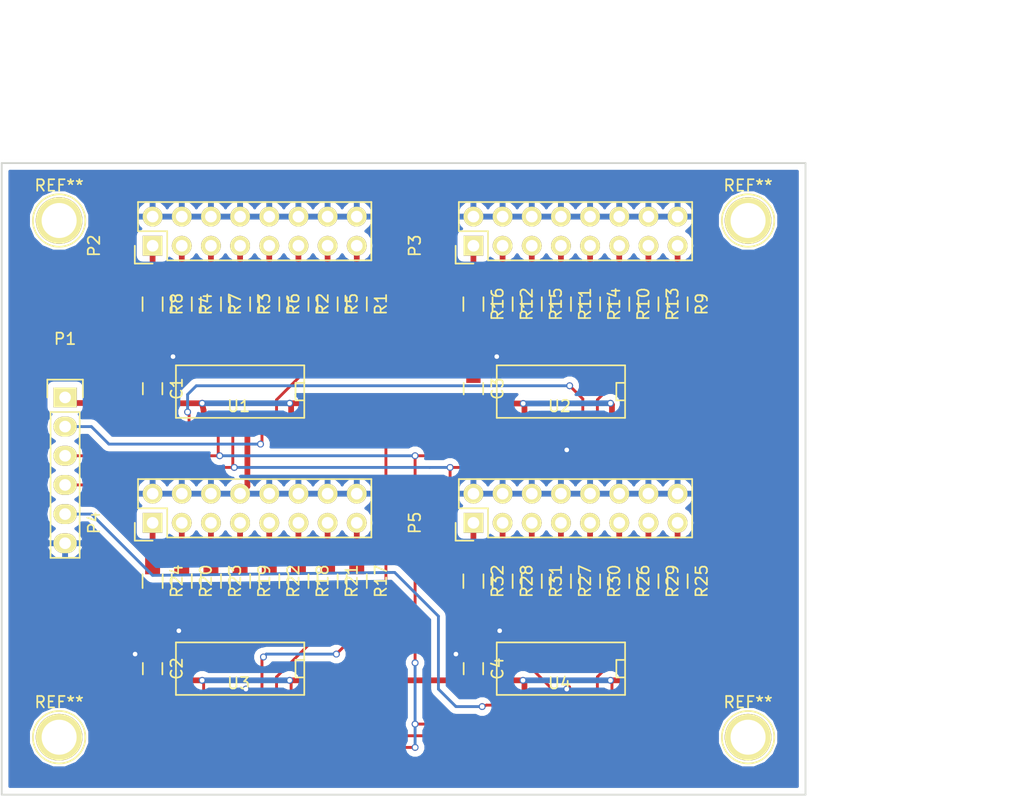
<source format=kicad_pcb>
(kicad_pcb (version 4) (host pcbnew 4.0.2-stable)

  (general
    (links 133)
    (no_connects 0)
    (area 90.924999 55.15 183.571429 124.075001)
    (thickness 1.6)
    (drawings 8)
    (tracks 297)
    (zones 0)
    (modules 49)
    (nets 74)
  )

  (page A4)
  (layers
    (0 F.Cu signal)
    (31 B.Cu signal)
    (32 B.Adhes user)
    (33 F.Adhes user)
    (34 B.Paste user)
    (35 F.Paste user)
    (36 B.SilkS user)
    (37 F.SilkS user)
    (38 B.Mask user)
    (39 F.Mask user)
    (40 Dwgs.User user)
    (41 Cmts.User user)
    (42 Eco1.User user)
    (43 Eco2.User user)
    (44 Edge.Cuts user)
    (45 Margin user)
    (46 B.CrtYd user)
    (47 F.CrtYd user)
    (48 B.Fab user)
    (49 F.Fab user)
  )

  (setup
    (last_trace_width 0.25)
    (trace_clearance 0.2)
    (zone_clearance 0.508)
    (zone_45_only no)
    (trace_min 0.2)
    (segment_width 0.2)
    (edge_width 0.15)
    (via_size 0.6)
    (via_drill 0.4)
    (via_min_size 0.4)
    (via_min_drill 0.3)
    (uvia_size 0.3)
    (uvia_drill 0.1)
    (uvias_allowed no)
    (uvia_min_size 0.2)
    (uvia_min_drill 0.1)
    (pcb_text_width 0.3)
    (pcb_text_size 1.5 1.5)
    (mod_edge_width 0.15)
    (mod_text_size 1 1)
    (mod_text_width 0.15)
    (pad_size 1.524 1.524)
    (pad_drill 0.762)
    (pad_to_mask_clearance 0.2)
    (aux_axis_origin 0 0)
    (visible_elements 7FFFFFFF)
    (pcbplotparams
      (layerselection 0x00030_80000001)
      (usegerberextensions false)
      (excludeedgelayer true)
      (linewidth 0.100000)
      (plotframeref false)
      (viasonmask false)
      (mode 1)
      (useauxorigin false)
      (hpglpennumber 1)
      (hpglpenspeed 20)
      (hpglpendiameter 15)
      (hpglpenoverlay 2)
      (psnegative false)
      (psa4output false)
      (plotreference true)
      (plotvalue true)
      (plotinvisibletext false)
      (padsonsilk false)
      (subtractmaskfromsilk false)
      (outputformat 1)
      (mirror false)
      (drillshape 1)
      (scaleselection 1)
      (outputdirectory ""))
  )

  (net 0 "")
  (net 1 VCC)
  (net 2 /74HC595_1/DS)
  (net 3 /74HC595_1/SH_CP)
  (net 4 /74HC595_1/ST_CP)
  (net 5 /74HC595_4/~Q7)
  (net 6 GND)
  (net 7 "Net-(P2-Pad1)")
  (net 8 "Net-(P2-Pad3)")
  (net 9 "Net-(P2-Pad5)")
  (net 10 "Net-(P2-Pad7)")
  (net 11 "Net-(P2-Pad9)")
  (net 12 "Net-(P2-Pad11)")
  (net 13 "Net-(P2-Pad13)")
  (net 14 "Net-(P2-Pad15)")
  (net 15 "Net-(P3-Pad1)")
  (net 16 "Net-(P3-Pad3)")
  (net 17 "Net-(P3-Pad5)")
  (net 18 "Net-(P3-Pad7)")
  (net 19 "Net-(P3-Pad9)")
  (net 20 "Net-(P3-Pad11)")
  (net 21 "Net-(P3-Pad13)")
  (net 22 "Net-(P3-Pad15)")
  (net 23 "Net-(P4-Pad1)")
  (net 24 "Net-(P4-Pad3)")
  (net 25 "Net-(P4-Pad5)")
  (net 26 "Net-(P4-Pad7)")
  (net 27 "Net-(P4-Pad9)")
  (net 28 "Net-(P4-Pad11)")
  (net 29 "Net-(P4-Pad13)")
  (net 30 "Net-(P4-Pad15)")
  (net 31 "Net-(P5-Pad1)")
  (net 32 "Net-(P5-Pad3)")
  (net 33 "Net-(P5-Pad5)")
  (net 34 "Net-(P5-Pad7)")
  (net 35 "Net-(P5-Pad9)")
  (net 36 "Net-(P5-Pad11)")
  (net 37 "Net-(P5-Pad13)")
  (net 38 "Net-(P5-Pad15)")
  (net 39 "Net-(R1-Pad2)")
  (net 40 "Net-(R2-Pad2)")
  (net 41 "Net-(R3-Pad2)")
  (net 42 "Net-(R4-Pad2)")
  (net 43 "Net-(R5-Pad2)")
  (net 44 "Net-(R6-Pad2)")
  (net 45 "Net-(R7-Pad2)")
  (net 46 "Net-(R8-Pad2)")
  (net 47 "Net-(R9-Pad2)")
  (net 48 "Net-(R10-Pad2)")
  (net 49 "Net-(R11-Pad2)")
  (net 50 "Net-(R12-Pad2)")
  (net 51 "Net-(R13-Pad2)")
  (net 52 "Net-(R14-Pad2)")
  (net 53 "Net-(R15-Pad2)")
  (net 54 "Net-(R16-Pad2)")
  (net 55 "Net-(R17-Pad2)")
  (net 56 "Net-(R18-Pad2)")
  (net 57 "Net-(R19-Pad2)")
  (net 58 "Net-(R20-Pad2)")
  (net 59 "Net-(R21-Pad2)")
  (net 60 "Net-(R22-Pad2)")
  (net 61 "Net-(R23-Pad2)")
  (net 62 "Net-(R24-Pad2)")
  (net 63 "Net-(R25-Pad2)")
  (net 64 "Net-(R26-Pad2)")
  (net 65 "Net-(R27-Pad2)")
  (net 66 "Net-(R28-Pad2)")
  (net 67 "Net-(R29-Pad2)")
  (net 68 "Net-(R30-Pad2)")
  (net 69 "Net-(R31-Pad2)")
  (net 70 "Net-(R32-Pad2)")
  (net 71 /74HC595_2/DS)
  (net 72 /74HC595_3/DS)
  (net 73 /74HC595_4/DS)

  (net_class Default "Это класс цепей по умолчанию."
    (clearance 0.2)
    (trace_width 0.25)
    (via_dia 0.6)
    (via_drill 0.4)
    (uvia_dia 0.3)
    (uvia_drill 0.1)
    (add_net /74HC595_1/DS)
    (add_net /74HC595_1/SH_CP)
    (add_net /74HC595_1/ST_CP)
    (add_net /74HC595_2/DS)
    (add_net /74HC595_3/DS)
    (add_net /74HC595_4/DS)
    (add_net /74HC595_4/~Q7)
    (add_net "Net-(R1-Pad2)")
    (add_net "Net-(R10-Pad2)")
    (add_net "Net-(R11-Pad2)")
    (add_net "Net-(R12-Pad2)")
    (add_net "Net-(R13-Pad2)")
    (add_net "Net-(R14-Pad2)")
    (add_net "Net-(R15-Pad2)")
    (add_net "Net-(R16-Pad2)")
    (add_net "Net-(R17-Pad2)")
    (add_net "Net-(R18-Pad2)")
    (add_net "Net-(R19-Pad2)")
    (add_net "Net-(R2-Pad2)")
    (add_net "Net-(R20-Pad2)")
    (add_net "Net-(R21-Pad2)")
    (add_net "Net-(R22-Pad2)")
    (add_net "Net-(R23-Pad2)")
    (add_net "Net-(R24-Pad2)")
    (add_net "Net-(R25-Pad2)")
    (add_net "Net-(R26-Pad2)")
    (add_net "Net-(R27-Pad2)")
    (add_net "Net-(R28-Pad2)")
    (add_net "Net-(R29-Pad2)")
    (add_net "Net-(R3-Pad2)")
    (add_net "Net-(R30-Pad2)")
    (add_net "Net-(R31-Pad2)")
    (add_net "Net-(R32-Pad2)")
    (add_net "Net-(R4-Pad2)")
    (add_net "Net-(R5-Pad2)")
    (add_net "Net-(R6-Pad2)")
    (add_net "Net-(R7-Pad2)")
    (add_net "Net-(R8-Pad2)")
    (add_net "Net-(R9-Pad2)")
  )

  (net_class power ""
    (clearance 0.2)
    (trace_width 0.5)
    (via_dia 0.6)
    (via_drill 0.4)
    (uvia_dia 0.3)
    (uvia_drill 0.1)
    (add_net GND)
    (add_net "Net-(P2-Pad1)")
    (add_net "Net-(P2-Pad11)")
    (add_net "Net-(P2-Pad13)")
    (add_net "Net-(P2-Pad15)")
    (add_net "Net-(P2-Pad3)")
    (add_net "Net-(P2-Pad5)")
    (add_net "Net-(P2-Pad7)")
    (add_net "Net-(P2-Pad9)")
    (add_net "Net-(P3-Pad1)")
    (add_net "Net-(P3-Pad11)")
    (add_net "Net-(P3-Pad13)")
    (add_net "Net-(P3-Pad15)")
    (add_net "Net-(P3-Pad3)")
    (add_net "Net-(P3-Pad5)")
    (add_net "Net-(P3-Pad7)")
    (add_net "Net-(P3-Pad9)")
    (add_net "Net-(P4-Pad1)")
    (add_net "Net-(P4-Pad11)")
    (add_net "Net-(P4-Pad13)")
    (add_net "Net-(P4-Pad15)")
    (add_net "Net-(P4-Pad3)")
    (add_net "Net-(P4-Pad5)")
    (add_net "Net-(P4-Pad7)")
    (add_net "Net-(P4-Pad9)")
    (add_net "Net-(P5-Pad1)")
    (add_net "Net-(P5-Pad11)")
    (add_net "Net-(P5-Pad13)")
    (add_net "Net-(P5-Pad15)")
    (add_net "Net-(P5-Pad3)")
    (add_net "Net-(P5-Pad5)")
    (add_net "Net-(P5-Pad7)")
    (add_net "Net-(P5-Pad9)")
    (add_net VCC)
  )

  (module Pin_Headers:Pin_Header_Straight_2x08 (layer F.Cu) (tedit 0) (tstamp 57D715AD)
    (at 104.14 76.2 90)
    (descr "Through hole pin header")
    (tags "pin header")
    (path /57D72395/57D72B77)
    (fp_text reference P2 (at 0 -5.1 90) (layer F.SilkS)
      (effects (font (size 1 1) (thickness 0.15)))
    )
    (fp_text value CONN_02X08 (at 0 -3.1 90) (layer F.Fab)
      (effects (font (size 1 1) (thickness 0.15)))
    )
    (fp_line (start -1.75 -1.75) (end -1.75 19.55) (layer F.CrtYd) (width 0.05))
    (fp_line (start 4.3 -1.75) (end 4.3 19.55) (layer F.CrtYd) (width 0.05))
    (fp_line (start -1.75 -1.75) (end 4.3 -1.75) (layer F.CrtYd) (width 0.05))
    (fp_line (start -1.75 19.55) (end 4.3 19.55) (layer F.CrtYd) (width 0.05))
    (fp_line (start 3.81 19.05) (end 3.81 -1.27) (layer F.SilkS) (width 0.15))
    (fp_line (start -1.27 1.27) (end -1.27 19.05) (layer F.SilkS) (width 0.15))
    (fp_line (start 3.81 19.05) (end -1.27 19.05) (layer F.SilkS) (width 0.15))
    (fp_line (start 3.81 -1.27) (end 1.27 -1.27) (layer F.SilkS) (width 0.15))
    (fp_line (start 0 -1.55) (end -1.55 -1.55) (layer F.SilkS) (width 0.15))
    (fp_line (start 1.27 -1.27) (end 1.27 1.27) (layer F.SilkS) (width 0.15))
    (fp_line (start 1.27 1.27) (end -1.27 1.27) (layer F.SilkS) (width 0.15))
    (fp_line (start -1.55 -1.55) (end -1.55 0) (layer F.SilkS) (width 0.15))
    (pad 1 thru_hole rect (at 0 0 90) (size 1.7272 1.7272) (drill 1.016) (layers *.Cu *.Mask F.SilkS)
      (net 7 "Net-(P2-Pad1)"))
    (pad 2 thru_hole oval (at 2.54 0 90) (size 1.7272 1.7272) (drill 1.016) (layers *.Cu *.Mask F.SilkS)
      (net 6 GND))
    (pad 3 thru_hole oval (at 0 2.54 90) (size 1.7272 1.7272) (drill 1.016) (layers *.Cu *.Mask F.SilkS)
      (net 8 "Net-(P2-Pad3)"))
    (pad 4 thru_hole oval (at 2.54 2.54 90) (size 1.7272 1.7272) (drill 1.016) (layers *.Cu *.Mask F.SilkS)
      (net 6 GND))
    (pad 5 thru_hole oval (at 0 5.08 90) (size 1.7272 1.7272) (drill 1.016) (layers *.Cu *.Mask F.SilkS)
      (net 9 "Net-(P2-Pad5)"))
    (pad 6 thru_hole oval (at 2.54 5.08 90) (size 1.7272 1.7272) (drill 1.016) (layers *.Cu *.Mask F.SilkS)
      (net 6 GND))
    (pad 7 thru_hole oval (at 0 7.62 90) (size 1.7272 1.7272) (drill 1.016) (layers *.Cu *.Mask F.SilkS)
      (net 10 "Net-(P2-Pad7)"))
    (pad 8 thru_hole oval (at 2.54 7.62 90) (size 1.7272 1.7272) (drill 1.016) (layers *.Cu *.Mask F.SilkS)
      (net 6 GND))
    (pad 9 thru_hole oval (at 0 10.16 90) (size 1.7272 1.7272) (drill 1.016) (layers *.Cu *.Mask F.SilkS)
      (net 11 "Net-(P2-Pad9)"))
    (pad 10 thru_hole oval (at 2.54 10.16 90) (size 1.7272 1.7272) (drill 1.016) (layers *.Cu *.Mask F.SilkS)
      (net 6 GND))
    (pad 11 thru_hole oval (at 0 12.7 90) (size 1.7272 1.7272) (drill 1.016) (layers *.Cu *.Mask F.SilkS)
      (net 12 "Net-(P2-Pad11)"))
    (pad 12 thru_hole oval (at 2.54 12.7 90) (size 1.7272 1.7272) (drill 1.016) (layers *.Cu *.Mask F.SilkS)
      (net 6 GND))
    (pad 13 thru_hole oval (at 0 15.24 90) (size 1.7272 1.7272) (drill 1.016) (layers *.Cu *.Mask F.SilkS)
      (net 13 "Net-(P2-Pad13)"))
    (pad 14 thru_hole oval (at 2.54 15.24 90) (size 1.7272 1.7272) (drill 1.016) (layers *.Cu *.Mask F.SilkS)
      (net 6 GND))
    (pad 15 thru_hole oval (at 0 17.78 90) (size 1.7272 1.7272) (drill 1.016) (layers *.Cu *.Mask F.SilkS)
      (net 14 "Net-(P2-Pad15)"))
    (pad 16 thru_hole oval (at 2.54 17.78 90) (size 1.7272 1.7272) (drill 1.016) (layers *.Cu *.Mask F.SilkS)
      (net 6 GND))
    (model Pin_Headers.3dshapes/Pin_Header_Straight_2x08.wrl
      (at (xyz 0.05 -0.35 0))
      (scale (xyz 1 1 1))
      (rotate (xyz 0 0 90))
    )
  )

  (module Pin_Headers:Pin_Header_Straight_2x08 (layer F.Cu) (tedit 0) (tstamp 57D715C1)
    (at 132.08 76.2 90)
    (descr "Through hole pin header")
    (tags "pin header")
    (path /57D75B94/57D72B77)
    (fp_text reference P3 (at 0 -5.1 90) (layer F.SilkS)
      (effects (font (size 1 1) (thickness 0.15)))
    )
    (fp_text value CONN_02X08 (at 0 -3.1 90) (layer F.Fab)
      (effects (font (size 1 1) (thickness 0.15)))
    )
    (fp_line (start -1.75 -1.75) (end -1.75 19.55) (layer F.CrtYd) (width 0.05))
    (fp_line (start 4.3 -1.75) (end 4.3 19.55) (layer F.CrtYd) (width 0.05))
    (fp_line (start -1.75 -1.75) (end 4.3 -1.75) (layer F.CrtYd) (width 0.05))
    (fp_line (start -1.75 19.55) (end 4.3 19.55) (layer F.CrtYd) (width 0.05))
    (fp_line (start 3.81 19.05) (end 3.81 -1.27) (layer F.SilkS) (width 0.15))
    (fp_line (start -1.27 1.27) (end -1.27 19.05) (layer F.SilkS) (width 0.15))
    (fp_line (start 3.81 19.05) (end -1.27 19.05) (layer F.SilkS) (width 0.15))
    (fp_line (start 3.81 -1.27) (end 1.27 -1.27) (layer F.SilkS) (width 0.15))
    (fp_line (start 0 -1.55) (end -1.55 -1.55) (layer F.SilkS) (width 0.15))
    (fp_line (start 1.27 -1.27) (end 1.27 1.27) (layer F.SilkS) (width 0.15))
    (fp_line (start 1.27 1.27) (end -1.27 1.27) (layer F.SilkS) (width 0.15))
    (fp_line (start -1.55 -1.55) (end -1.55 0) (layer F.SilkS) (width 0.15))
    (pad 1 thru_hole rect (at 0 0 90) (size 1.7272 1.7272) (drill 1.016) (layers *.Cu *.Mask F.SilkS)
      (net 15 "Net-(P3-Pad1)"))
    (pad 2 thru_hole oval (at 2.54 0 90) (size 1.7272 1.7272) (drill 1.016) (layers *.Cu *.Mask F.SilkS)
      (net 6 GND))
    (pad 3 thru_hole oval (at 0 2.54 90) (size 1.7272 1.7272) (drill 1.016) (layers *.Cu *.Mask F.SilkS)
      (net 16 "Net-(P3-Pad3)"))
    (pad 4 thru_hole oval (at 2.54 2.54 90) (size 1.7272 1.7272) (drill 1.016) (layers *.Cu *.Mask F.SilkS)
      (net 6 GND))
    (pad 5 thru_hole oval (at 0 5.08 90) (size 1.7272 1.7272) (drill 1.016) (layers *.Cu *.Mask F.SilkS)
      (net 17 "Net-(P3-Pad5)"))
    (pad 6 thru_hole oval (at 2.54 5.08 90) (size 1.7272 1.7272) (drill 1.016) (layers *.Cu *.Mask F.SilkS)
      (net 6 GND))
    (pad 7 thru_hole oval (at 0 7.62 90) (size 1.7272 1.7272) (drill 1.016) (layers *.Cu *.Mask F.SilkS)
      (net 18 "Net-(P3-Pad7)"))
    (pad 8 thru_hole oval (at 2.54 7.62 90) (size 1.7272 1.7272) (drill 1.016) (layers *.Cu *.Mask F.SilkS)
      (net 6 GND))
    (pad 9 thru_hole oval (at 0 10.16 90) (size 1.7272 1.7272) (drill 1.016) (layers *.Cu *.Mask F.SilkS)
      (net 19 "Net-(P3-Pad9)"))
    (pad 10 thru_hole oval (at 2.54 10.16 90) (size 1.7272 1.7272) (drill 1.016) (layers *.Cu *.Mask F.SilkS)
      (net 6 GND))
    (pad 11 thru_hole oval (at 0 12.7 90) (size 1.7272 1.7272) (drill 1.016) (layers *.Cu *.Mask F.SilkS)
      (net 20 "Net-(P3-Pad11)"))
    (pad 12 thru_hole oval (at 2.54 12.7 90) (size 1.7272 1.7272) (drill 1.016) (layers *.Cu *.Mask F.SilkS)
      (net 6 GND))
    (pad 13 thru_hole oval (at 0 15.24 90) (size 1.7272 1.7272) (drill 1.016) (layers *.Cu *.Mask F.SilkS)
      (net 21 "Net-(P3-Pad13)"))
    (pad 14 thru_hole oval (at 2.54 15.24 90) (size 1.7272 1.7272) (drill 1.016) (layers *.Cu *.Mask F.SilkS)
      (net 6 GND))
    (pad 15 thru_hole oval (at 0 17.78 90) (size 1.7272 1.7272) (drill 1.016) (layers *.Cu *.Mask F.SilkS)
      (net 22 "Net-(P3-Pad15)"))
    (pad 16 thru_hole oval (at 2.54 17.78 90) (size 1.7272 1.7272) (drill 1.016) (layers *.Cu *.Mask F.SilkS)
      (net 6 GND))
    (model Pin_Headers.3dshapes/Pin_Header_Straight_2x08.wrl
      (at (xyz 0.05 -0.35 0))
      (scale (xyz 1 1 1))
      (rotate (xyz 0 0 90))
    )
  )

  (module Connect:1pin (layer F.Cu) (tedit 0) (tstamp 57D71C55)
    (at 96 119)
    (descr "module 1 pin (ou trou mecanique de percage)")
    (tags DEV)
    (fp_text reference REF** (at 0 -3.048) (layer F.SilkS)
      (effects (font (size 1 1) (thickness 0.15)))
    )
    (fp_text value 1pin (at 0 2.794) (layer F.Fab)
      (effects (font (size 1 1) (thickness 0.15)))
    )
    (fp_circle (center 0 0) (end 0 -2.286) (layer F.SilkS) (width 0.15))
    (pad 1 thru_hole circle (at 0 0) (size 4.064 4.064) (drill 3.048) (layers *.Cu *.Mask F.SilkS))
  )

  (module Connect:1pin (layer F.Cu) (tedit 0) (tstamp 57D71C42)
    (at 96 74)
    (descr "module 1 pin (ou trou mecanique de percage)")
    (tags DEV)
    (fp_text reference REF** (at 0 -3.048) (layer F.SilkS)
      (effects (font (size 1 1) (thickness 0.15)))
    )
    (fp_text value 1pin (at 0 2.794) (layer F.Fab)
      (effects (font (size 1 1) (thickness 0.15)))
    )
    (fp_circle (center 0 0) (end 0 -2.286) (layer F.SilkS) (width 0.15))
    (pad 1 thru_hole circle (at 0 0) (size 4.064 4.064) (drill 3.048) (layers *.Cu *.Mask F.SilkS))
  )

  (module Connect:1pin (layer F.Cu) (tedit 0) (tstamp 57D71C28)
    (at 156 119)
    (descr "module 1 pin (ou trou mecanique de percage)")
    (tags DEV)
    (fp_text reference REF** (at 0 -3.048) (layer F.SilkS)
      (effects (font (size 1 1) (thickness 0.15)))
    )
    (fp_text value 1pin (at 0 2.794) (layer F.Fab)
      (effects (font (size 1 1) (thickness 0.15)))
    )
    (fp_circle (center 0 0) (end 0 -2.286) (layer F.SilkS) (width 0.15))
    (pad 1 thru_hole circle (at 0 0) (size 4.064 4.064) (drill 3.048) (layers *.Cu *.Mask F.SilkS))
  )

  (module SMD_Packages:SO-16-N (layer F.Cu) (tedit 0) (tstamp 57D716BD)
    (at 111.76 88.9 180)
    (descr "Module CMS SOJ 16 pins large")
    (tags "CMS SOJ")
    (path /57D72395/57D72B62)
    (attr smd)
    (fp_text reference U1 (at 0.127 -1.27 180) (layer F.SilkS)
      (effects (font (size 1 1) (thickness 0.15)))
    )
    (fp_text value 74HC595 (at 0 1.27 180) (layer F.Fab)
      (effects (font (size 1 1) (thickness 0.15)))
    )
    (fp_line (start -5.588 -0.762) (end -4.826 -0.762) (layer F.SilkS) (width 0.15))
    (fp_line (start -4.826 -0.762) (end -4.826 0.762) (layer F.SilkS) (width 0.15))
    (fp_line (start -4.826 0.762) (end -5.588 0.762) (layer F.SilkS) (width 0.15))
    (fp_line (start 5.588 -2.286) (end 5.588 2.286) (layer F.SilkS) (width 0.15))
    (fp_line (start 5.588 2.286) (end -5.588 2.286) (layer F.SilkS) (width 0.15))
    (fp_line (start -5.588 2.286) (end -5.588 -2.286) (layer F.SilkS) (width 0.15))
    (fp_line (start -5.588 -2.286) (end 5.588 -2.286) (layer F.SilkS) (width 0.15))
    (pad 16 smd rect (at -4.445 -3.175 180) (size 0.508 1.143) (layers F.Cu F.Paste F.Mask)
      (net 1 VCC))
    (pad 14 smd rect (at -1.905 -3.175 180) (size 0.508 1.143) (layers F.Cu F.Paste F.Mask)
      (net 2 /74HC595_1/DS))
    (pad 13 smd rect (at -0.635 -3.175 180) (size 0.508 1.143) (layers F.Cu F.Paste F.Mask)
      (net 6 GND))
    (pad 12 smd rect (at 0.635 -3.175 180) (size 0.508 1.143) (layers F.Cu F.Paste F.Mask)
      (net 4 /74HC595_1/ST_CP))
    (pad 11 smd rect (at 1.905 -3.175 180) (size 0.508 1.143) (layers F.Cu F.Paste F.Mask)
      (net 3 /74HC595_1/SH_CP))
    (pad 10 smd rect (at 3.175 -3.175 180) (size 0.508 1.143) (layers F.Cu F.Paste F.Mask)
      (net 1 VCC))
    (pad 9 smd rect (at 4.445 -3.175 180) (size 0.508 1.143) (layers F.Cu F.Paste F.Mask)
      (net 71 /74HC595_2/DS))
    (pad 8 smd rect (at 4.445 3.175 180) (size 0.508 1.143) (layers F.Cu F.Paste F.Mask)
      (net 6 GND))
    (pad 7 smd rect (at 3.175 3.175 180) (size 0.508 1.143) (layers F.Cu F.Paste F.Mask)
      (net 46 "Net-(R8-Pad2)"))
    (pad 6 smd rect (at 1.905 3.175 180) (size 0.508 1.143) (layers F.Cu F.Paste F.Mask)
      (net 42 "Net-(R4-Pad2)"))
    (pad 5 smd rect (at 0.635 3.175 180) (size 0.508 1.143) (layers F.Cu F.Paste F.Mask)
      (net 45 "Net-(R7-Pad2)"))
    (pad 4 smd rect (at -0.635 3.175 180) (size 0.508 1.143) (layers F.Cu F.Paste F.Mask)
      (net 41 "Net-(R3-Pad2)"))
    (pad 3 smd rect (at -1.905 3.175 180) (size 0.508 1.143) (layers F.Cu F.Paste F.Mask)
      (net 44 "Net-(R6-Pad2)"))
    (pad 2 smd rect (at -3.175 3.175 180) (size 0.508 1.143) (layers F.Cu F.Paste F.Mask)
      (net 40 "Net-(R2-Pad2)"))
    (pad 1 smd rect (at -4.445 3.175 180) (size 0.508 1.143) (layers F.Cu F.Paste F.Mask)
      (net 43 "Net-(R5-Pad2)"))
    (pad 15 smd rect (at -3.175 -3.175 180) (size 0.508 1.143) (layers F.Cu F.Paste F.Mask)
      (net 39 "Net-(R1-Pad2)"))
    (model SMD_Packages.3dshapes/SO-16-N.wrl
      (at (xyz 0 0 0))
      (scale (xyz 0.5 0.4 0.5))
      (rotate (xyz 0 0 0))
    )
  )

  (module Pin_Headers:Pin_Header_Straight_1x06 (layer F.Cu) (tedit 0) (tstamp 57D71599)
    (at 96.52 89.408)
    (descr "Through hole pin header")
    (tags "pin header")
    (path /57D782AD)
    (fp_text reference P1 (at 0 -5.1) (layer F.SilkS)
      (effects (font (size 1 1) (thickness 0.15)))
    )
    (fp_text value CONN_01X06 (at 0 -3.1) (layer F.Fab)
      (effects (font (size 1 1) (thickness 0.15)))
    )
    (fp_line (start -1.75 -1.75) (end -1.75 14.45) (layer F.CrtYd) (width 0.05))
    (fp_line (start 1.75 -1.75) (end 1.75 14.45) (layer F.CrtYd) (width 0.05))
    (fp_line (start -1.75 -1.75) (end 1.75 -1.75) (layer F.CrtYd) (width 0.05))
    (fp_line (start -1.75 14.45) (end 1.75 14.45) (layer F.CrtYd) (width 0.05))
    (fp_line (start 1.27 1.27) (end 1.27 13.97) (layer F.SilkS) (width 0.15))
    (fp_line (start 1.27 13.97) (end -1.27 13.97) (layer F.SilkS) (width 0.15))
    (fp_line (start -1.27 13.97) (end -1.27 1.27) (layer F.SilkS) (width 0.15))
    (fp_line (start 1.55 -1.55) (end 1.55 0) (layer F.SilkS) (width 0.15))
    (fp_line (start 1.27 1.27) (end -1.27 1.27) (layer F.SilkS) (width 0.15))
    (fp_line (start -1.55 0) (end -1.55 -1.55) (layer F.SilkS) (width 0.15))
    (fp_line (start -1.55 -1.55) (end 1.55 -1.55) (layer F.SilkS) (width 0.15))
    (pad 1 thru_hole rect (at 0 0) (size 2.032 1.7272) (drill 1.016) (layers *.Cu *.Mask F.SilkS)
      (net 1 VCC))
    (pad 2 thru_hole oval (at 0 2.54) (size 2.032 1.7272) (drill 1.016) (layers *.Cu *.Mask F.SilkS)
      (net 2 /74HC595_1/DS))
    (pad 3 thru_hole oval (at 0 5.08) (size 2.032 1.7272) (drill 1.016) (layers *.Cu *.Mask F.SilkS)
      (net 3 /74HC595_1/SH_CP))
    (pad 4 thru_hole oval (at 0 7.62) (size 2.032 1.7272) (drill 1.016) (layers *.Cu *.Mask F.SilkS)
      (net 4 /74HC595_1/ST_CP))
    (pad 5 thru_hole oval (at 0 10.16) (size 2.032 1.7272) (drill 1.016) (layers *.Cu *.Mask F.SilkS)
      (net 5 /74HC595_4/~Q7))
    (pad 6 thru_hole oval (at 0 12.7) (size 2.032 1.7272) (drill 1.016) (layers *.Cu *.Mask F.SilkS)
      (net 6 GND))
    (model Pin_Headers.3dshapes/Pin_Header_Straight_1x06.wrl
      (at (xyz 0 -0.25 0))
      (scale (xyz 1 1 1))
      (rotate (xyz 0 0 90))
    )
  )

  (module Pin_Headers:Pin_Header_Straight_2x08 (layer F.Cu) (tedit 0) (tstamp 57D715D5)
    (at 104.14 100.33 90)
    (descr "Through hole pin header")
    (tags "pin header")
    (path /57D7673A/57D72B77)
    (fp_text reference P4 (at 0 -5.1 90) (layer F.SilkS)
      (effects (font (size 1 1) (thickness 0.15)))
    )
    (fp_text value CONN_02X08 (at 0 -3.1 90) (layer F.Fab)
      (effects (font (size 1 1) (thickness 0.15)))
    )
    (fp_line (start -1.75 -1.75) (end -1.75 19.55) (layer F.CrtYd) (width 0.05))
    (fp_line (start 4.3 -1.75) (end 4.3 19.55) (layer F.CrtYd) (width 0.05))
    (fp_line (start -1.75 -1.75) (end 4.3 -1.75) (layer F.CrtYd) (width 0.05))
    (fp_line (start -1.75 19.55) (end 4.3 19.55) (layer F.CrtYd) (width 0.05))
    (fp_line (start 3.81 19.05) (end 3.81 -1.27) (layer F.SilkS) (width 0.15))
    (fp_line (start -1.27 1.27) (end -1.27 19.05) (layer F.SilkS) (width 0.15))
    (fp_line (start 3.81 19.05) (end -1.27 19.05) (layer F.SilkS) (width 0.15))
    (fp_line (start 3.81 -1.27) (end 1.27 -1.27) (layer F.SilkS) (width 0.15))
    (fp_line (start 0 -1.55) (end -1.55 -1.55) (layer F.SilkS) (width 0.15))
    (fp_line (start 1.27 -1.27) (end 1.27 1.27) (layer F.SilkS) (width 0.15))
    (fp_line (start 1.27 1.27) (end -1.27 1.27) (layer F.SilkS) (width 0.15))
    (fp_line (start -1.55 -1.55) (end -1.55 0) (layer F.SilkS) (width 0.15))
    (pad 1 thru_hole rect (at 0 0 90) (size 1.7272 1.7272) (drill 1.016) (layers *.Cu *.Mask F.SilkS)
      (net 23 "Net-(P4-Pad1)"))
    (pad 2 thru_hole oval (at 2.54 0 90) (size 1.7272 1.7272) (drill 1.016) (layers *.Cu *.Mask F.SilkS)
      (net 6 GND))
    (pad 3 thru_hole oval (at 0 2.54 90) (size 1.7272 1.7272) (drill 1.016) (layers *.Cu *.Mask F.SilkS)
      (net 24 "Net-(P4-Pad3)"))
    (pad 4 thru_hole oval (at 2.54 2.54 90) (size 1.7272 1.7272) (drill 1.016) (layers *.Cu *.Mask F.SilkS)
      (net 6 GND))
    (pad 5 thru_hole oval (at 0 5.08 90) (size 1.7272 1.7272) (drill 1.016) (layers *.Cu *.Mask F.SilkS)
      (net 25 "Net-(P4-Pad5)"))
    (pad 6 thru_hole oval (at 2.54 5.08 90) (size 1.7272 1.7272) (drill 1.016) (layers *.Cu *.Mask F.SilkS)
      (net 6 GND))
    (pad 7 thru_hole oval (at 0 7.62 90) (size 1.7272 1.7272) (drill 1.016) (layers *.Cu *.Mask F.SilkS)
      (net 26 "Net-(P4-Pad7)"))
    (pad 8 thru_hole oval (at 2.54 7.62 90) (size 1.7272 1.7272) (drill 1.016) (layers *.Cu *.Mask F.SilkS)
      (net 6 GND))
    (pad 9 thru_hole oval (at 0 10.16 90) (size 1.7272 1.7272) (drill 1.016) (layers *.Cu *.Mask F.SilkS)
      (net 27 "Net-(P4-Pad9)"))
    (pad 10 thru_hole oval (at 2.54 10.16 90) (size 1.7272 1.7272) (drill 1.016) (layers *.Cu *.Mask F.SilkS)
      (net 6 GND))
    (pad 11 thru_hole oval (at 0 12.7 90) (size 1.7272 1.7272) (drill 1.016) (layers *.Cu *.Mask F.SilkS)
      (net 28 "Net-(P4-Pad11)"))
    (pad 12 thru_hole oval (at 2.54 12.7 90) (size 1.7272 1.7272) (drill 1.016) (layers *.Cu *.Mask F.SilkS)
      (net 6 GND))
    (pad 13 thru_hole oval (at 0 15.24 90) (size 1.7272 1.7272) (drill 1.016) (layers *.Cu *.Mask F.SilkS)
      (net 29 "Net-(P4-Pad13)"))
    (pad 14 thru_hole oval (at 2.54 15.24 90) (size 1.7272 1.7272) (drill 1.016) (layers *.Cu *.Mask F.SilkS)
      (net 6 GND))
    (pad 15 thru_hole oval (at 0 17.78 90) (size 1.7272 1.7272) (drill 1.016) (layers *.Cu *.Mask F.SilkS)
      (net 30 "Net-(P4-Pad15)"))
    (pad 16 thru_hole oval (at 2.54 17.78 90) (size 1.7272 1.7272) (drill 1.016) (layers *.Cu *.Mask F.SilkS)
      (net 6 GND))
    (model Pin_Headers.3dshapes/Pin_Header_Straight_2x08.wrl
      (at (xyz 0.05 -0.35 0))
      (scale (xyz 1 1 1))
      (rotate (xyz 0 0 90))
    )
  )

  (module Pin_Headers:Pin_Header_Straight_2x08 (layer F.Cu) (tedit 0) (tstamp 57D715E9)
    (at 132.08 100.33 90)
    (descr "Through hole pin header")
    (tags "pin header")
    (path /57D76743/57D72B77)
    (fp_text reference P5 (at 0 -5.1 90) (layer F.SilkS)
      (effects (font (size 1 1) (thickness 0.15)))
    )
    (fp_text value CONN_02X08 (at 0 -3.1 90) (layer F.Fab)
      (effects (font (size 1 1) (thickness 0.15)))
    )
    (fp_line (start -1.75 -1.75) (end -1.75 19.55) (layer F.CrtYd) (width 0.05))
    (fp_line (start 4.3 -1.75) (end 4.3 19.55) (layer F.CrtYd) (width 0.05))
    (fp_line (start -1.75 -1.75) (end 4.3 -1.75) (layer F.CrtYd) (width 0.05))
    (fp_line (start -1.75 19.55) (end 4.3 19.55) (layer F.CrtYd) (width 0.05))
    (fp_line (start 3.81 19.05) (end 3.81 -1.27) (layer F.SilkS) (width 0.15))
    (fp_line (start -1.27 1.27) (end -1.27 19.05) (layer F.SilkS) (width 0.15))
    (fp_line (start 3.81 19.05) (end -1.27 19.05) (layer F.SilkS) (width 0.15))
    (fp_line (start 3.81 -1.27) (end 1.27 -1.27) (layer F.SilkS) (width 0.15))
    (fp_line (start 0 -1.55) (end -1.55 -1.55) (layer F.SilkS) (width 0.15))
    (fp_line (start 1.27 -1.27) (end 1.27 1.27) (layer F.SilkS) (width 0.15))
    (fp_line (start 1.27 1.27) (end -1.27 1.27) (layer F.SilkS) (width 0.15))
    (fp_line (start -1.55 -1.55) (end -1.55 0) (layer F.SilkS) (width 0.15))
    (pad 1 thru_hole rect (at 0 0 90) (size 1.7272 1.7272) (drill 1.016) (layers *.Cu *.Mask F.SilkS)
      (net 31 "Net-(P5-Pad1)"))
    (pad 2 thru_hole oval (at 2.54 0 90) (size 1.7272 1.7272) (drill 1.016) (layers *.Cu *.Mask F.SilkS)
      (net 6 GND))
    (pad 3 thru_hole oval (at 0 2.54 90) (size 1.7272 1.7272) (drill 1.016) (layers *.Cu *.Mask F.SilkS)
      (net 32 "Net-(P5-Pad3)"))
    (pad 4 thru_hole oval (at 2.54 2.54 90) (size 1.7272 1.7272) (drill 1.016) (layers *.Cu *.Mask F.SilkS)
      (net 6 GND))
    (pad 5 thru_hole oval (at 0 5.08 90) (size 1.7272 1.7272) (drill 1.016) (layers *.Cu *.Mask F.SilkS)
      (net 33 "Net-(P5-Pad5)"))
    (pad 6 thru_hole oval (at 2.54 5.08 90) (size 1.7272 1.7272) (drill 1.016) (layers *.Cu *.Mask F.SilkS)
      (net 6 GND))
    (pad 7 thru_hole oval (at 0 7.62 90) (size 1.7272 1.7272) (drill 1.016) (layers *.Cu *.Mask F.SilkS)
      (net 34 "Net-(P5-Pad7)"))
    (pad 8 thru_hole oval (at 2.54 7.62 90) (size 1.7272 1.7272) (drill 1.016) (layers *.Cu *.Mask F.SilkS)
      (net 6 GND))
    (pad 9 thru_hole oval (at 0 10.16 90) (size 1.7272 1.7272) (drill 1.016) (layers *.Cu *.Mask F.SilkS)
      (net 35 "Net-(P5-Pad9)"))
    (pad 10 thru_hole oval (at 2.54 10.16 90) (size 1.7272 1.7272) (drill 1.016) (layers *.Cu *.Mask F.SilkS)
      (net 6 GND))
    (pad 11 thru_hole oval (at 0 12.7 90) (size 1.7272 1.7272) (drill 1.016) (layers *.Cu *.Mask F.SilkS)
      (net 36 "Net-(P5-Pad11)"))
    (pad 12 thru_hole oval (at 2.54 12.7 90) (size 1.7272 1.7272) (drill 1.016) (layers *.Cu *.Mask F.SilkS)
      (net 6 GND))
    (pad 13 thru_hole oval (at 0 15.24 90) (size 1.7272 1.7272) (drill 1.016) (layers *.Cu *.Mask F.SilkS)
      (net 37 "Net-(P5-Pad13)"))
    (pad 14 thru_hole oval (at 2.54 15.24 90) (size 1.7272 1.7272) (drill 1.016) (layers *.Cu *.Mask F.SilkS)
      (net 6 GND))
    (pad 15 thru_hole oval (at 0 17.78 90) (size 1.7272 1.7272) (drill 1.016) (layers *.Cu *.Mask F.SilkS)
      (net 38 "Net-(P5-Pad15)"))
    (pad 16 thru_hole oval (at 2.54 17.78 90) (size 1.7272 1.7272) (drill 1.016) (layers *.Cu *.Mask F.SilkS)
      (net 6 GND))
    (model Pin_Headers.3dshapes/Pin_Header_Straight_2x08.wrl
      (at (xyz 0.05 -0.35 0))
      (scale (xyz 1 1 1))
      (rotate (xyz 0 0 90))
    )
  )

  (module Resistors_SMD:R_0805_HandSoldering (layer F.Cu) (tedit 54189DEE) (tstamp 57D715EF)
    (at 121.92 81.28 270)
    (descr "Resistor SMD 0805, hand soldering")
    (tags "resistor 0805")
    (path /57D72395/57D72B69)
    (attr smd)
    (fp_text reference R1 (at 0 -2.1 270) (layer F.SilkS)
      (effects (font (size 1 1) (thickness 0.15)))
    )
    (fp_text value R (at 0 2.1 270) (layer F.Fab)
      (effects (font (size 1 1) (thickness 0.15)))
    )
    (fp_line (start -2.4 -1) (end 2.4 -1) (layer F.CrtYd) (width 0.05))
    (fp_line (start -2.4 1) (end 2.4 1) (layer F.CrtYd) (width 0.05))
    (fp_line (start -2.4 -1) (end -2.4 1) (layer F.CrtYd) (width 0.05))
    (fp_line (start 2.4 -1) (end 2.4 1) (layer F.CrtYd) (width 0.05))
    (fp_line (start 0.6 0.875) (end -0.6 0.875) (layer F.SilkS) (width 0.15))
    (fp_line (start -0.6 -0.875) (end 0.6 -0.875) (layer F.SilkS) (width 0.15))
    (pad 1 smd rect (at -1.35 0 270) (size 1.5 1.3) (layers F.Cu F.Paste F.Mask)
      (net 14 "Net-(P2-Pad15)"))
    (pad 2 smd rect (at 1.35 0 270) (size 1.5 1.3) (layers F.Cu F.Paste F.Mask)
      (net 39 "Net-(R1-Pad2)"))
    (model Resistors_SMD.3dshapes/R_0805_HandSoldering.wrl
      (at (xyz 0 0 0))
      (scale (xyz 1 1 1))
      (rotate (xyz 0 0 0))
    )
  )

  (module Resistors_SMD:R_0805_HandSoldering (layer F.Cu) (tedit 54189DEE) (tstamp 57D715F5)
    (at 116.84 81.28 270)
    (descr "Resistor SMD 0805, hand soldering")
    (tags "resistor 0805")
    (path /57D72395/57D72B7F)
    (attr smd)
    (fp_text reference R2 (at 0 -2.1 270) (layer F.SilkS)
      (effects (font (size 1 1) (thickness 0.15)))
    )
    (fp_text value R (at 0 2.1 270) (layer F.Fab)
      (effects (font (size 1 1) (thickness 0.15)))
    )
    (fp_line (start -2.4 -1) (end 2.4 -1) (layer F.CrtYd) (width 0.05))
    (fp_line (start -2.4 1) (end 2.4 1) (layer F.CrtYd) (width 0.05))
    (fp_line (start -2.4 -1) (end -2.4 1) (layer F.CrtYd) (width 0.05))
    (fp_line (start 2.4 -1) (end 2.4 1) (layer F.CrtYd) (width 0.05))
    (fp_line (start 0.6 0.875) (end -0.6 0.875) (layer F.SilkS) (width 0.15))
    (fp_line (start -0.6 -0.875) (end 0.6 -0.875) (layer F.SilkS) (width 0.15))
    (pad 1 smd rect (at -1.35 0 270) (size 1.5 1.3) (layers F.Cu F.Paste F.Mask)
      (net 12 "Net-(P2-Pad11)"))
    (pad 2 smd rect (at 1.35 0 270) (size 1.5 1.3) (layers F.Cu F.Paste F.Mask)
      (net 40 "Net-(R2-Pad2)"))
    (model Resistors_SMD.3dshapes/R_0805_HandSoldering.wrl
      (at (xyz 0 0 0))
      (scale (xyz 1 1 1))
      (rotate (xyz 0 0 0))
    )
  )

  (module Resistors_SMD:R_0805_HandSoldering (layer F.Cu) (tedit 54189DEE) (tstamp 57D715FB)
    (at 111.76 81.28 270)
    (descr "Resistor SMD 0805, hand soldering")
    (tags "resistor 0805")
    (path /57D72395/57D72B8D)
    (attr smd)
    (fp_text reference R3 (at 0 -2.1 270) (layer F.SilkS)
      (effects (font (size 1 1) (thickness 0.15)))
    )
    (fp_text value R (at 0 2.1 270) (layer F.Fab)
      (effects (font (size 1 1) (thickness 0.15)))
    )
    (fp_line (start -2.4 -1) (end 2.4 -1) (layer F.CrtYd) (width 0.05))
    (fp_line (start -2.4 1) (end 2.4 1) (layer F.CrtYd) (width 0.05))
    (fp_line (start -2.4 -1) (end -2.4 1) (layer F.CrtYd) (width 0.05))
    (fp_line (start 2.4 -1) (end 2.4 1) (layer F.CrtYd) (width 0.05))
    (fp_line (start 0.6 0.875) (end -0.6 0.875) (layer F.SilkS) (width 0.15))
    (fp_line (start -0.6 -0.875) (end 0.6 -0.875) (layer F.SilkS) (width 0.15))
    (pad 1 smd rect (at -1.35 0 270) (size 1.5 1.3) (layers F.Cu F.Paste F.Mask)
      (net 10 "Net-(P2-Pad7)"))
    (pad 2 smd rect (at 1.35 0 270) (size 1.5 1.3) (layers F.Cu F.Paste F.Mask)
      (net 41 "Net-(R3-Pad2)"))
    (model Resistors_SMD.3dshapes/R_0805_HandSoldering.wrl
      (at (xyz 0 0 0))
      (scale (xyz 1 1 1))
      (rotate (xyz 0 0 0))
    )
  )

  (module Resistors_SMD:R_0805_HandSoldering (layer F.Cu) (tedit 54189DEE) (tstamp 57D71601)
    (at 106.68 81.28 270)
    (descr "Resistor SMD 0805, hand soldering")
    (tags "resistor 0805")
    (path /57D72395/57D72B9B)
    (attr smd)
    (fp_text reference R4 (at 0 -2.1 270) (layer F.SilkS)
      (effects (font (size 1 1) (thickness 0.15)))
    )
    (fp_text value R (at 0 2.1 270) (layer F.Fab)
      (effects (font (size 1 1) (thickness 0.15)))
    )
    (fp_line (start -2.4 -1) (end 2.4 -1) (layer F.CrtYd) (width 0.05))
    (fp_line (start -2.4 1) (end 2.4 1) (layer F.CrtYd) (width 0.05))
    (fp_line (start -2.4 -1) (end -2.4 1) (layer F.CrtYd) (width 0.05))
    (fp_line (start 2.4 -1) (end 2.4 1) (layer F.CrtYd) (width 0.05))
    (fp_line (start 0.6 0.875) (end -0.6 0.875) (layer F.SilkS) (width 0.15))
    (fp_line (start -0.6 -0.875) (end 0.6 -0.875) (layer F.SilkS) (width 0.15))
    (pad 1 smd rect (at -1.35 0 270) (size 1.5 1.3) (layers F.Cu F.Paste F.Mask)
      (net 8 "Net-(P2-Pad3)"))
    (pad 2 smd rect (at 1.35 0 270) (size 1.5 1.3) (layers F.Cu F.Paste F.Mask)
      (net 42 "Net-(R4-Pad2)"))
    (model Resistors_SMD.3dshapes/R_0805_HandSoldering.wrl
      (at (xyz 0 0 0))
      (scale (xyz 1 1 1))
      (rotate (xyz 0 0 0))
    )
  )

  (module Resistors_SMD:R_0805_HandSoldering (layer F.Cu) (tedit 54189DEE) (tstamp 57D71607)
    (at 119.38 81.28 270)
    (descr "Resistor SMD 0805, hand soldering")
    (tags "resistor 0805")
    (path /57D72395/57D72B70)
    (attr smd)
    (fp_text reference R5 (at 0 -2.1 270) (layer F.SilkS)
      (effects (font (size 1 1) (thickness 0.15)))
    )
    (fp_text value R (at 0 2.1 270) (layer F.Fab)
      (effects (font (size 1 1) (thickness 0.15)))
    )
    (fp_line (start -2.4 -1) (end 2.4 -1) (layer F.CrtYd) (width 0.05))
    (fp_line (start -2.4 1) (end 2.4 1) (layer F.CrtYd) (width 0.05))
    (fp_line (start -2.4 -1) (end -2.4 1) (layer F.CrtYd) (width 0.05))
    (fp_line (start 2.4 -1) (end 2.4 1) (layer F.CrtYd) (width 0.05))
    (fp_line (start 0.6 0.875) (end -0.6 0.875) (layer F.SilkS) (width 0.15))
    (fp_line (start -0.6 -0.875) (end 0.6 -0.875) (layer F.SilkS) (width 0.15))
    (pad 1 smd rect (at -1.35 0 270) (size 1.5 1.3) (layers F.Cu F.Paste F.Mask)
      (net 13 "Net-(P2-Pad13)"))
    (pad 2 smd rect (at 1.35 0 270) (size 1.5 1.3) (layers F.Cu F.Paste F.Mask)
      (net 43 "Net-(R5-Pad2)"))
    (model Resistors_SMD.3dshapes/R_0805_HandSoldering.wrl
      (at (xyz 0 0 0))
      (scale (xyz 1 1 1))
      (rotate (xyz 0 0 0))
    )
  )

  (module Resistors_SMD:R_0805_HandSoldering (layer F.Cu) (tedit 54189DEE) (tstamp 57D7160D)
    (at 114.3 81.28 270)
    (descr "Resistor SMD 0805, hand soldering")
    (tags "resistor 0805")
    (path /57D72395/57D72B86)
    (attr smd)
    (fp_text reference R6 (at 0 -2.1 270) (layer F.SilkS)
      (effects (font (size 1 1) (thickness 0.15)))
    )
    (fp_text value R (at 0 2.1 270) (layer F.Fab)
      (effects (font (size 1 1) (thickness 0.15)))
    )
    (fp_line (start -2.4 -1) (end 2.4 -1) (layer F.CrtYd) (width 0.05))
    (fp_line (start -2.4 1) (end 2.4 1) (layer F.CrtYd) (width 0.05))
    (fp_line (start -2.4 -1) (end -2.4 1) (layer F.CrtYd) (width 0.05))
    (fp_line (start 2.4 -1) (end 2.4 1) (layer F.CrtYd) (width 0.05))
    (fp_line (start 0.6 0.875) (end -0.6 0.875) (layer F.SilkS) (width 0.15))
    (fp_line (start -0.6 -0.875) (end 0.6 -0.875) (layer F.SilkS) (width 0.15))
    (pad 1 smd rect (at -1.35 0 270) (size 1.5 1.3) (layers F.Cu F.Paste F.Mask)
      (net 11 "Net-(P2-Pad9)"))
    (pad 2 smd rect (at 1.35 0 270) (size 1.5 1.3) (layers F.Cu F.Paste F.Mask)
      (net 44 "Net-(R6-Pad2)"))
    (model Resistors_SMD.3dshapes/R_0805_HandSoldering.wrl
      (at (xyz 0 0 0))
      (scale (xyz 1 1 1))
      (rotate (xyz 0 0 0))
    )
  )

  (module Resistors_SMD:R_0805_HandSoldering (layer F.Cu) (tedit 54189DEE) (tstamp 57D71613)
    (at 109.22 81.28 270)
    (descr "Resistor SMD 0805, hand soldering")
    (tags "resistor 0805")
    (path /57D72395/57D72B94)
    (attr smd)
    (fp_text reference R7 (at 0 -2.1 270) (layer F.SilkS)
      (effects (font (size 1 1) (thickness 0.15)))
    )
    (fp_text value R (at 0 2.1 270) (layer F.Fab)
      (effects (font (size 1 1) (thickness 0.15)))
    )
    (fp_line (start -2.4 -1) (end 2.4 -1) (layer F.CrtYd) (width 0.05))
    (fp_line (start -2.4 1) (end 2.4 1) (layer F.CrtYd) (width 0.05))
    (fp_line (start -2.4 -1) (end -2.4 1) (layer F.CrtYd) (width 0.05))
    (fp_line (start 2.4 -1) (end 2.4 1) (layer F.CrtYd) (width 0.05))
    (fp_line (start 0.6 0.875) (end -0.6 0.875) (layer F.SilkS) (width 0.15))
    (fp_line (start -0.6 -0.875) (end 0.6 -0.875) (layer F.SilkS) (width 0.15))
    (pad 1 smd rect (at -1.35 0 270) (size 1.5 1.3) (layers F.Cu F.Paste F.Mask)
      (net 9 "Net-(P2-Pad5)"))
    (pad 2 smd rect (at 1.35 0 270) (size 1.5 1.3) (layers F.Cu F.Paste F.Mask)
      (net 45 "Net-(R7-Pad2)"))
    (model Resistors_SMD.3dshapes/R_0805_HandSoldering.wrl
      (at (xyz 0 0 0))
      (scale (xyz 1 1 1))
      (rotate (xyz 0 0 0))
    )
  )

  (module Resistors_SMD:R_0805_HandSoldering (layer F.Cu) (tedit 54189DEE) (tstamp 57D71619)
    (at 104.14 81.28 270)
    (descr "Resistor SMD 0805, hand soldering")
    (tags "resistor 0805")
    (path /57D72395/57D72BA2)
    (attr smd)
    (fp_text reference R8 (at 0 -2.1 270) (layer F.SilkS)
      (effects (font (size 1 1) (thickness 0.15)))
    )
    (fp_text value R (at 0 2.1 270) (layer F.Fab)
      (effects (font (size 1 1) (thickness 0.15)))
    )
    (fp_line (start -2.4 -1) (end 2.4 -1) (layer F.CrtYd) (width 0.05))
    (fp_line (start -2.4 1) (end 2.4 1) (layer F.CrtYd) (width 0.05))
    (fp_line (start -2.4 -1) (end -2.4 1) (layer F.CrtYd) (width 0.05))
    (fp_line (start 2.4 -1) (end 2.4 1) (layer F.CrtYd) (width 0.05))
    (fp_line (start 0.6 0.875) (end -0.6 0.875) (layer F.SilkS) (width 0.15))
    (fp_line (start -0.6 -0.875) (end 0.6 -0.875) (layer F.SilkS) (width 0.15))
    (pad 1 smd rect (at -1.35 0 270) (size 1.5 1.3) (layers F.Cu F.Paste F.Mask)
      (net 7 "Net-(P2-Pad1)"))
    (pad 2 smd rect (at 1.35 0 270) (size 1.5 1.3) (layers F.Cu F.Paste F.Mask)
      (net 46 "Net-(R8-Pad2)"))
    (model Resistors_SMD.3dshapes/R_0805_HandSoldering.wrl
      (at (xyz 0 0 0))
      (scale (xyz 1 1 1))
      (rotate (xyz 0 0 0))
    )
  )

  (module Resistors_SMD:R_0805_HandSoldering (layer F.Cu) (tedit 54189DEE) (tstamp 57D7161F)
    (at 149.86 81.28 270)
    (descr "Resistor SMD 0805, hand soldering")
    (tags "resistor 0805")
    (path /57D75B94/57D72B69)
    (attr smd)
    (fp_text reference R9 (at 0 -2.1 270) (layer F.SilkS)
      (effects (font (size 1 1) (thickness 0.15)))
    )
    (fp_text value R (at 0 2.1 270) (layer F.Fab)
      (effects (font (size 1 1) (thickness 0.15)))
    )
    (fp_line (start -2.4 -1) (end 2.4 -1) (layer F.CrtYd) (width 0.05))
    (fp_line (start -2.4 1) (end 2.4 1) (layer F.CrtYd) (width 0.05))
    (fp_line (start -2.4 -1) (end -2.4 1) (layer F.CrtYd) (width 0.05))
    (fp_line (start 2.4 -1) (end 2.4 1) (layer F.CrtYd) (width 0.05))
    (fp_line (start 0.6 0.875) (end -0.6 0.875) (layer F.SilkS) (width 0.15))
    (fp_line (start -0.6 -0.875) (end 0.6 -0.875) (layer F.SilkS) (width 0.15))
    (pad 1 smd rect (at -1.35 0 270) (size 1.5 1.3) (layers F.Cu F.Paste F.Mask)
      (net 22 "Net-(P3-Pad15)"))
    (pad 2 smd rect (at 1.35 0 270) (size 1.5 1.3) (layers F.Cu F.Paste F.Mask)
      (net 47 "Net-(R9-Pad2)"))
    (model Resistors_SMD.3dshapes/R_0805_HandSoldering.wrl
      (at (xyz 0 0 0))
      (scale (xyz 1 1 1))
      (rotate (xyz 0 0 0))
    )
  )

  (module Resistors_SMD:R_0805_HandSoldering (layer F.Cu) (tedit 54189DEE) (tstamp 57D71625)
    (at 144.78 81.28 270)
    (descr "Resistor SMD 0805, hand soldering")
    (tags "resistor 0805")
    (path /57D75B94/57D72B7F)
    (attr smd)
    (fp_text reference R10 (at 0 -2.1 270) (layer F.SilkS)
      (effects (font (size 1 1) (thickness 0.15)))
    )
    (fp_text value R (at 0 2.1 270) (layer F.Fab)
      (effects (font (size 1 1) (thickness 0.15)))
    )
    (fp_line (start -2.4 -1) (end 2.4 -1) (layer F.CrtYd) (width 0.05))
    (fp_line (start -2.4 1) (end 2.4 1) (layer F.CrtYd) (width 0.05))
    (fp_line (start -2.4 -1) (end -2.4 1) (layer F.CrtYd) (width 0.05))
    (fp_line (start 2.4 -1) (end 2.4 1) (layer F.CrtYd) (width 0.05))
    (fp_line (start 0.6 0.875) (end -0.6 0.875) (layer F.SilkS) (width 0.15))
    (fp_line (start -0.6 -0.875) (end 0.6 -0.875) (layer F.SilkS) (width 0.15))
    (pad 1 smd rect (at -1.35 0 270) (size 1.5 1.3) (layers F.Cu F.Paste F.Mask)
      (net 20 "Net-(P3-Pad11)"))
    (pad 2 smd rect (at 1.35 0 270) (size 1.5 1.3) (layers F.Cu F.Paste F.Mask)
      (net 48 "Net-(R10-Pad2)"))
    (model Resistors_SMD.3dshapes/R_0805_HandSoldering.wrl
      (at (xyz 0 0 0))
      (scale (xyz 1 1 1))
      (rotate (xyz 0 0 0))
    )
  )

  (module Resistors_SMD:R_0805_HandSoldering (layer F.Cu) (tedit 54189DEE) (tstamp 57D7162B)
    (at 139.7 81.28 270)
    (descr "Resistor SMD 0805, hand soldering")
    (tags "resistor 0805")
    (path /57D75B94/57D72B8D)
    (attr smd)
    (fp_text reference R11 (at 0 -2.1 270) (layer F.SilkS)
      (effects (font (size 1 1) (thickness 0.15)))
    )
    (fp_text value R (at 0 2.1 270) (layer F.Fab)
      (effects (font (size 1 1) (thickness 0.15)))
    )
    (fp_line (start -2.4 -1) (end 2.4 -1) (layer F.CrtYd) (width 0.05))
    (fp_line (start -2.4 1) (end 2.4 1) (layer F.CrtYd) (width 0.05))
    (fp_line (start -2.4 -1) (end -2.4 1) (layer F.CrtYd) (width 0.05))
    (fp_line (start 2.4 -1) (end 2.4 1) (layer F.CrtYd) (width 0.05))
    (fp_line (start 0.6 0.875) (end -0.6 0.875) (layer F.SilkS) (width 0.15))
    (fp_line (start -0.6 -0.875) (end 0.6 -0.875) (layer F.SilkS) (width 0.15))
    (pad 1 smd rect (at -1.35 0 270) (size 1.5 1.3) (layers F.Cu F.Paste F.Mask)
      (net 18 "Net-(P3-Pad7)"))
    (pad 2 smd rect (at 1.35 0 270) (size 1.5 1.3) (layers F.Cu F.Paste F.Mask)
      (net 49 "Net-(R11-Pad2)"))
    (model Resistors_SMD.3dshapes/R_0805_HandSoldering.wrl
      (at (xyz 0 0 0))
      (scale (xyz 1 1 1))
      (rotate (xyz 0 0 0))
    )
  )

  (module Resistors_SMD:R_0805_HandSoldering (layer F.Cu) (tedit 54189DEE) (tstamp 57D71631)
    (at 134.62 81.28 270)
    (descr "Resistor SMD 0805, hand soldering")
    (tags "resistor 0805")
    (path /57D75B94/57D72B9B)
    (attr smd)
    (fp_text reference R12 (at 0 -2.1 270) (layer F.SilkS)
      (effects (font (size 1 1) (thickness 0.15)))
    )
    (fp_text value R (at 0 2.1 270) (layer F.Fab)
      (effects (font (size 1 1) (thickness 0.15)))
    )
    (fp_line (start -2.4 -1) (end 2.4 -1) (layer F.CrtYd) (width 0.05))
    (fp_line (start -2.4 1) (end 2.4 1) (layer F.CrtYd) (width 0.05))
    (fp_line (start -2.4 -1) (end -2.4 1) (layer F.CrtYd) (width 0.05))
    (fp_line (start 2.4 -1) (end 2.4 1) (layer F.CrtYd) (width 0.05))
    (fp_line (start 0.6 0.875) (end -0.6 0.875) (layer F.SilkS) (width 0.15))
    (fp_line (start -0.6 -0.875) (end 0.6 -0.875) (layer F.SilkS) (width 0.15))
    (pad 1 smd rect (at -1.35 0 270) (size 1.5 1.3) (layers F.Cu F.Paste F.Mask)
      (net 16 "Net-(P3-Pad3)"))
    (pad 2 smd rect (at 1.35 0 270) (size 1.5 1.3) (layers F.Cu F.Paste F.Mask)
      (net 50 "Net-(R12-Pad2)"))
    (model Resistors_SMD.3dshapes/R_0805_HandSoldering.wrl
      (at (xyz 0 0 0))
      (scale (xyz 1 1 1))
      (rotate (xyz 0 0 0))
    )
  )

  (module Resistors_SMD:R_0805_HandSoldering (layer F.Cu) (tedit 54189DEE) (tstamp 57D71637)
    (at 147.32 81.28 270)
    (descr "Resistor SMD 0805, hand soldering")
    (tags "resistor 0805")
    (path /57D75B94/57D72B70)
    (attr smd)
    (fp_text reference R13 (at 0 -2.1 270) (layer F.SilkS)
      (effects (font (size 1 1) (thickness 0.15)))
    )
    (fp_text value R (at 0 2.1 270) (layer F.Fab)
      (effects (font (size 1 1) (thickness 0.15)))
    )
    (fp_line (start -2.4 -1) (end 2.4 -1) (layer F.CrtYd) (width 0.05))
    (fp_line (start -2.4 1) (end 2.4 1) (layer F.CrtYd) (width 0.05))
    (fp_line (start -2.4 -1) (end -2.4 1) (layer F.CrtYd) (width 0.05))
    (fp_line (start 2.4 -1) (end 2.4 1) (layer F.CrtYd) (width 0.05))
    (fp_line (start 0.6 0.875) (end -0.6 0.875) (layer F.SilkS) (width 0.15))
    (fp_line (start -0.6 -0.875) (end 0.6 -0.875) (layer F.SilkS) (width 0.15))
    (pad 1 smd rect (at -1.35 0 270) (size 1.5 1.3) (layers F.Cu F.Paste F.Mask)
      (net 21 "Net-(P3-Pad13)"))
    (pad 2 smd rect (at 1.35 0 270) (size 1.5 1.3) (layers F.Cu F.Paste F.Mask)
      (net 51 "Net-(R13-Pad2)"))
    (model Resistors_SMD.3dshapes/R_0805_HandSoldering.wrl
      (at (xyz 0 0 0))
      (scale (xyz 1 1 1))
      (rotate (xyz 0 0 0))
    )
  )

  (module Resistors_SMD:R_0805_HandSoldering (layer F.Cu) (tedit 54189DEE) (tstamp 57D7163D)
    (at 142.24 81.28 270)
    (descr "Resistor SMD 0805, hand soldering")
    (tags "resistor 0805")
    (path /57D75B94/57D72B86)
    (attr smd)
    (fp_text reference R14 (at 0 -2.1 270) (layer F.SilkS)
      (effects (font (size 1 1) (thickness 0.15)))
    )
    (fp_text value R (at 0 2.1 270) (layer F.Fab)
      (effects (font (size 1 1) (thickness 0.15)))
    )
    (fp_line (start -2.4 -1) (end 2.4 -1) (layer F.CrtYd) (width 0.05))
    (fp_line (start -2.4 1) (end 2.4 1) (layer F.CrtYd) (width 0.05))
    (fp_line (start -2.4 -1) (end -2.4 1) (layer F.CrtYd) (width 0.05))
    (fp_line (start 2.4 -1) (end 2.4 1) (layer F.CrtYd) (width 0.05))
    (fp_line (start 0.6 0.875) (end -0.6 0.875) (layer F.SilkS) (width 0.15))
    (fp_line (start -0.6 -0.875) (end 0.6 -0.875) (layer F.SilkS) (width 0.15))
    (pad 1 smd rect (at -1.35 0 270) (size 1.5 1.3) (layers F.Cu F.Paste F.Mask)
      (net 19 "Net-(P3-Pad9)"))
    (pad 2 smd rect (at 1.35 0 270) (size 1.5 1.3) (layers F.Cu F.Paste F.Mask)
      (net 52 "Net-(R14-Pad2)"))
    (model Resistors_SMD.3dshapes/R_0805_HandSoldering.wrl
      (at (xyz 0 0 0))
      (scale (xyz 1 1 1))
      (rotate (xyz 0 0 0))
    )
  )

  (module Resistors_SMD:R_0805_HandSoldering (layer F.Cu) (tedit 54189DEE) (tstamp 57D71643)
    (at 137.16 81.28 270)
    (descr "Resistor SMD 0805, hand soldering")
    (tags "resistor 0805")
    (path /57D75B94/57D72B94)
    (attr smd)
    (fp_text reference R15 (at 0 -2.1 270) (layer F.SilkS)
      (effects (font (size 1 1) (thickness 0.15)))
    )
    (fp_text value R (at 0 2.1 270) (layer F.Fab)
      (effects (font (size 1 1) (thickness 0.15)))
    )
    (fp_line (start -2.4 -1) (end 2.4 -1) (layer F.CrtYd) (width 0.05))
    (fp_line (start -2.4 1) (end 2.4 1) (layer F.CrtYd) (width 0.05))
    (fp_line (start -2.4 -1) (end -2.4 1) (layer F.CrtYd) (width 0.05))
    (fp_line (start 2.4 -1) (end 2.4 1) (layer F.CrtYd) (width 0.05))
    (fp_line (start 0.6 0.875) (end -0.6 0.875) (layer F.SilkS) (width 0.15))
    (fp_line (start -0.6 -0.875) (end 0.6 -0.875) (layer F.SilkS) (width 0.15))
    (pad 1 smd rect (at -1.35 0 270) (size 1.5 1.3) (layers F.Cu F.Paste F.Mask)
      (net 17 "Net-(P3-Pad5)"))
    (pad 2 smd rect (at 1.35 0 270) (size 1.5 1.3) (layers F.Cu F.Paste F.Mask)
      (net 53 "Net-(R15-Pad2)"))
    (model Resistors_SMD.3dshapes/R_0805_HandSoldering.wrl
      (at (xyz 0 0 0))
      (scale (xyz 1 1 1))
      (rotate (xyz 0 0 0))
    )
  )

  (module Resistors_SMD:R_0805_HandSoldering (layer F.Cu) (tedit 54189DEE) (tstamp 57D71649)
    (at 132.08 81.28 270)
    (descr "Resistor SMD 0805, hand soldering")
    (tags "resistor 0805")
    (path /57D75B94/57D72BA2)
    (attr smd)
    (fp_text reference R16 (at 0 -2.1 270) (layer F.SilkS)
      (effects (font (size 1 1) (thickness 0.15)))
    )
    (fp_text value R (at 0 2.1 270) (layer F.Fab)
      (effects (font (size 1 1) (thickness 0.15)))
    )
    (fp_line (start -2.4 -1) (end 2.4 -1) (layer F.CrtYd) (width 0.05))
    (fp_line (start -2.4 1) (end 2.4 1) (layer F.CrtYd) (width 0.05))
    (fp_line (start -2.4 -1) (end -2.4 1) (layer F.CrtYd) (width 0.05))
    (fp_line (start 2.4 -1) (end 2.4 1) (layer F.CrtYd) (width 0.05))
    (fp_line (start 0.6 0.875) (end -0.6 0.875) (layer F.SilkS) (width 0.15))
    (fp_line (start -0.6 -0.875) (end 0.6 -0.875) (layer F.SilkS) (width 0.15))
    (pad 1 smd rect (at -1.35 0 270) (size 1.5 1.3) (layers F.Cu F.Paste F.Mask)
      (net 15 "Net-(P3-Pad1)"))
    (pad 2 smd rect (at 1.35 0 270) (size 1.5 1.3) (layers F.Cu F.Paste F.Mask)
      (net 54 "Net-(R16-Pad2)"))
    (model Resistors_SMD.3dshapes/R_0805_HandSoldering.wrl
      (at (xyz 0 0 0))
      (scale (xyz 1 1 1))
      (rotate (xyz 0 0 0))
    )
  )

  (module Resistors_SMD:R_0805_HandSoldering (layer F.Cu) (tedit 54189DEE) (tstamp 57D7164F)
    (at 121.92 105.41 270)
    (descr "Resistor SMD 0805, hand soldering")
    (tags "resistor 0805")
    (path /57D7673A/57D72B69)
    (attr smd)
    (fp_text reference R17 (at 0 -2.1 270) (layer F.SilkS)
      (effects (font (size 1 1) (thickness 0.15)))
    )
    (fp_text value R (at 0 2.1 270) (layer F.Fab)
      (effects (font (size 1 1) (thickness 0.15)))
    )
    (fp_line (start -2.4 -1) (end 2.4 -1) (layer F.CrtYd) (width 0.05))
    (fp_line (start -2.4 1) (end 2.4 1) (layer F.CrtYd) (width 0.05))
    (fp_line (start -2.4 -1) (end -2.4 1) (layer F.CrtYd) (width 0.05))
    (fp_line (start 2.4 -1) (end 2.4 1) (layer F.CrtYd) (width 0.05))
    (fp_line (start 0.6 0.875) (end -0.6 0.875) (layer F.SilkS) (width 0.15))
    (fp_line (start -0.6 -0.875) (end 0.6 -0.875) (layer F.SilkS) (width 0.15))
    (pad 1 smd rect (at -1.35 0 270) (size 1.5 1.3) (layers F.Cu F.Paste F.Mask)
      (net 30 "Net-(P4-Pad15)"))
    (pad 2 smd rect (at 1.35 0 270) (size 1.5 1.3) (layers F.Cu F.Paste F.Mask)
      (net 55 "Net-(R17-Pad2)"))
    (model Resistors_SMD.3dshapes/R_0805_HandSoldering.wrl
      (at (xyz 0 0 0))
      (scale (xyz 1 1 1))
      (rotate (xyz 0 0 0))
    )
  )

  (module Resistors_SMD:R_0805_HandSoldering (layer F.Cu) (tedit 54189DEE) (tstamp 57D71655)
    (at 116.84 105.41 270)
    (descr "Resistor SMD 0805, hand soldering")
    (tags "resistor 0805")
    (path /57D7673A/57D72B7F)
    (attr smd)
    (fp_text reference R18 (at 0 -2.1 270) (layer F.SilkS)
      (effects (font (size 1 1) (thickness 0.15)))
    )
    (fp_text value R (at 0 2.1 270) (layer F.Fab)
      (effects (font (size 1 1) (thickness 0.15)))
    )
    (fp_line (start -2.4 -1) (end 2.4 -1) (layer F.CrtYd) (width 0.05))
    (fp_line (start -2.4 1) (end 2.4 1) (layer F.CrtYd) (width 0.05))
    (fp_line (start -2.4 -1) (end -2.4 1) (layer F.CrtYd) (width 0.05))
    (fp_line (start 2.4 -1) (end 2.4 1) (layer F.CrtYd) (width 0.05))
    (fp_line (start 0.6 0.875) (end -0.6 0.875) (layer F.SilkS) (width 0.15))
    (fp_line (start -0.6 -0.875) (end 0.6 -0.875) (layer F.SilkS) (width 0.15))
    (pad 1 smd rect (at -1.35 0 270) (size 1.5 1.3) (layers F.Cu F.Paste F.Mask)
      (net 28 "Net-(P4-Pad11)"))
    (pad 2 smd rect (at 1.35 0 270) (size 1.5 1.3) (layers F.Cu F.Paste F.Mask)
      (net 56 "Net-(R18-Pad2)"))
    (model Resistors_SMD.3dshapes/R_0805_HandSoldering.wrl
      (at (xyz 0 0 0))
      (scale (xyz 1 1 1))
      (rotate (xyz 0 0 0))
    )
  )

  (module Resistors_SMD:R_0805_HandSoldering (layer F.Cu) (tedit 54189DEE) (tstamp 57D7165B)
    (at 111.76 105.41 270)
    (descr "Resistor SMD 0805, hand soldering")
    (tags "resistor 0805")
    (path /57D7673A/57D72B8D)
    (attr smd)
    (fp_text reference R19 (at 0 -2.1 270) (layer F.SilkS)
      (effects (font (size 1 1) (thickness 0.15)))
    )
    (fp_text value R (at 0 2.1 270) (layer F.Fab)
      (effects (font (size 1 1) (thickness 0.15)))
    )
    (fp_line (start -2.4 -1) (end 2.4 -1) (layer F.CrtYd) (width 0.05))
    (fp_line (start -2.4 1) (end 2.4 1) (layer F.CrtYd) (width 0.05))
    (fp_line (start -2.4 -1) (end -2.4 1) (layer F.CrtYd) (width 0.05))
    (fp_line (start 2.4 -1) (end 2.4 1) (layer F.CrtYd) (width 0.05))
    (fp_line (start 0.6 0.875) (end -0.6 0.875) (layer F.SilkS) (width 0.15))
    (fp_line (start -0.6 -0.875) (end 0.6 -0.875) (layer F.SilkS) (width 0.15))
    (pad 1 smd rect (at -1.35 0 270) (size 1.5 1.3) (layers F.Cu F.Paste F.Mask)
      (net 26 "Net-(P4-Pad7)"))
    (pad 2 smd rect (at 1.35 0 270) (size 1.5 1.3) (layers F.Cu F.Paste F.Mask)
      (net 57 "Net-(R19-Pad2)"))
    (model Resistors_SMD.3dshapes/R_0805_HandSoldering.wrl
      (at (xyz 0 0 0))
      (scale (xyz 1 1 1))
      (rotate (xyz 0 0 0))
    )
  )

  (module Resistors_SMD:R_0805_HandSoldering (layer F.Cu) (tedit 54189DEE) (tstamp 57D71661)
    (at 106.68 105.41 270)
    (descr "Resistor SMD 0805, hand soldering")
    (tags "resistor 0805")
    (path /57D7673A/57D72B9B)
    (attr smd)
    (fp_text reference R20 (at 0 -2.1 270) (layer F.SilkS)
      (effects (font (size 1 1) (thickness 0.15)))
    )
    (fp_text value R (at 0 2.1 270) (layer F.Fab)
      (effects (font (size 1 1) (thickness 0.15)))
    )
    (fp_line (start -2.4 -1) (end 2.4 -1) (layer F.CrtYd) (width 0.05))
    (fp_line (start -2.4 1) (end 2.4 1) (layer F.CrtYd) (width 0.05))
    (fp_line (start -2.4 -1) (end -2.4 1) (layer F.CrtYd) (width 0.05))
    (fp_line (start 2.4 -1) (end 2.4 1) (layer F.CrtYd) (width 0.05))
    (fp_line (start 0.6 0.875) (end -0.6 0.875) (layer F.SilkS) (width 0.15))
    (fp_line (start -0.6 -0.875) (end 0.6 -0.875) (layer F.SilkS) (width 0.15))
    (pad 1 smd rect (at -1.35 0 270) (size 1.5 1.3) (layers F.Cu F.Paste F.Mask)
      (net 24 "Net-(P4-Pad3)"))
    (pad 2 smd rect (at 1.35 0 270) (size 1.5 1.3) (layers F.Cu F.Paste F.Mask)
      (net 58 "Net-(R20-Pad2)"))
    (model Resistors_SMD.3dshapes/R_0805_HandSoldering.wrl
      (at (xyz 0 0 0))
      (scale (xyz 1 1 1))
      (rotate (xyz 0 0 0))
    )
  )

  (module Resistors_SMD:R_0805_HandSoldering (layer F.Cu) (tedit 54189DEE) (tstamp 57D71667)
    (at 119.38 105.41 270)
    (descr "Resistor SMD 0805, hand soldering")
    (tags "resistor 0805")
    (path /57D7673A/57D72B70)
    (attr smd)
    (fp_text reference R21 (at 0 -2.1 270) (layer F.SilkS)
      (effects (font (size 1 1) (thickness 0.15)))
    )
    (fp_text value R (at 0 2.1 270) (layer F.Fab)
      (effects (font (size 1 1) (thickness 0.15)))
    )
    (fp_line (start -2.4 -1) (end 2.4 -1) (layer F.CrtYd) (width 0.05))
    (fp_line (start -2.4 1) (end 2.4 1) (layer F.CrtYd) (width 0.05))
    (fp_line (start -2.4 -1) (end -2.4 1) (layer F.CrtYd) (width 0.05))
    (fp_line (start 2.4 -1) (end 2.4 1) (layer F.CrtYd) (width 0.05))
    (fp_line (start 0.6 0.875) (end -0.6 0.875) (layer F.SilkS) (width 0.15))
    (fp_line (start -0.6 -0.875) (end 0.6 -0.875) (layer F.SilkS) (width 0.15))
    (pad 1 smd rect (at -1.35 0 270) (size 1.5 1.3) (layers F.Cu F.Paste F.Mask)
      (net 29 "Net-(P4-Pad13)"))
    (pad 2 smd rect (at 1.35 0 270) (size 1.5 1.3) (layers F.Cu F.Paste F.Mask)
      (net 59 "Net-(R21-Pad2)"))
    (model Resistors_SMD.3dshapes/R_0805_HandSoldering.wrl
      (at (xyz 0 0 0))
      (scale (xyz 1 1 1))
      (rotate (xyz 0 0 0))
    )
  )

  (module Resistors_SMD:R_0805_HandSoldering (layer F.Cu) (tedit 54189DEE) (tstamp 57D7166D)
    (at 114.3 105.41 270)
    (descr "Resistor SMD 0805, hand soldering")
    (tags "resistor 0805")
    (path /57D7673A/57D72B86)
    (attr smd)
    (fp_text reference R22 (at 0 -2.1 270) (layer F.SilkS)
      (effects (font (size 1 1) (thickness 0.15)))
    )
    (fp_text value R (at 0 2.1 270) (layer F.Fab)
      (effects (font (size 1 1) (thickness 0.15)))
    )
    (fp_line (start -2.4 -1) (end 2.4 -1) (layer F.CrtYd) (width 0.05))
    (fp_line (start -2.4 1) (end 2.4 1) (layer F.CrtYd) (width 0.05))
    (fp_line (start -2.4 -1) (end -2.4 1) (layer F.CrtYd) (width 0.05))
    (fp_line (start 2.4 -1) (end 2.4 1) (layer F.CrtYd) (width 0.05))
    (fp_line (start 0.6 0.875) (end -0.6 0.875) (layer F.SilkS) (width 0.15))
    (fp_line (start -0.6 -0.875) (end 0.6 -0.875) (layer F.SilkS) (width 0.15))
    (pad 1 smd rect (at -1.35 0 270) (size 1.5 1.3) (layers F.Cu F.Paste F.Mask)
      (net 27 "Net-(P4-Pad9)"))
    (pad 2 smd rect (at 1.35 0 270) (size 1.5 1.3) (layers F.Cu F.Paste F.Mask)
      (net 60 "Net-(R22-Pad2)"))
    (model Resistors_SMD.3dshapes/R_0805_HandSoldering.wrl
      (at (xyz 0 0 0))
      (scale (xyz 1 1 1))
      (rotate (xyz 0 0 0))
    )
  )

  (module Resistors_SMD:R_0805_HandSoldering (layer F.Cu) (tedit 54189DEE) (tstamp 57D71673)
    (at 109.22 105.41 270)
    (descr "Resistor SMD 0805, hand soldering")
    (tags "resistor 0805")
    (path /57D7673A/57D72B94)
    (attr smd)
    (fp_text reference R23 (at 0 -2.1 270) (layer F.SilkS)
      (effects (font (size 1 1) (thickness 0.15)))
    )
    (fp_text value R (at 0 2.1 270) (layer F.Fab)
      (effects (font (size 1 1) (thickness 0.15)))
    )
    (fp_line (start -2.4 -1) (end 2.4 -1) (layer F.CrtYd) (width 0.05))
    (fp_line (start -2.4 1) (end 2.4 1) (layer F.CrtYd) (width 0.05))
    (fp_line (start -2.4 -1) (end -2.4 1) (layer F.CrtYd) (width 0.05))
    (fp_line (start 2.4 -1) (end 2.4 1) (layer F.CrtYd) (width 0.05))
    (fp_line (start 0.6 0.875) (end -0.6 0.875) (layer F.SilkS) (width 0.15))
    (fp_line (start -0.6 -0.875) (end 0.6 -0.875) (layer F.SilkS) (width 0.15))
    (pad 1 smd rect (at -1.35 0 270) (size 1.5 1.3) (layers F.Cu F.Paste F.Mask)
      (net 25 "Net-(P4-Pad5)"))
    (pad 2 smd rect (at 1.35 0 270) (size 1.5 1.3) (layers F.Cu F.Paste F.Mask)
      (net 61 "Net-(R23-Pad2)"))
    (model Resistors_SMD.3dshapes/R_0805_HandSoldering.wrl
      (at (xyz 0 0 0))
      (scale (xyz 1 1 1))
      (rotate (xyz 0 0 0))
    )
  )

  (module Resistors_SMD:R_0805_HandSoldering (layer F.Cu) (tedit 54189DEE) (tstamp 57D71679)
    (at 104.14 105.41 270)
    (descr "Resistor SMD 0805, hand soldering")
    (tags "resistor 0805")
    (path /57D7673A/57D72BA2)
    (attr smd)
    (fp_text reference R24 (at 0 -2.1 270) (layer F.SilkS)
      (effects (font (size 1 1) (thickness 0.15)))
    )
    (fp_text value R (at 0 2.1 270) (layer F.Fab)
      (effects (font (size 1 1) (thickness 0.15)))
    )
    (fp_line (start -2.4 -1) (end 2.4 -1) (layer F.CrtYd) (width 0.05))
    (fp_line (start -2.4 1) (end 2.4 1) (layer F.CrtYd) (width 0.05))
    (fp_line (start -2.4 -1) (end -2.4 1) (layer F.CrtYd) (width 0.05))
    (fp_line (start 2.4 -1) (end 2.4 1) (layer F.CrtYd) (width 0.05))
    (fp_line (start 0.6 0.875) (end -0.6 0.875) (layer F.SilkS) (width 0.15))
    (fp_line (start -0.6 -0.875) (end 0.6 -0.875) (layer F.SilkS) (width 0.15))
    (pad 1 smd rect (at -1.35 0 270) (size 1.5 1.3) (layers F.Cu F.Paste F.Mask)
      (net 23 "Net-(P4-Pad1)"))
    (pad 2 smd rect (at 1.35 0 270) (size 1.5 1.3) (layers F.Cu F.Paste F.Mask)
      (net 62 "Net-(R24-Pad2)"))
    (model Resistors_SMD.3dshapes/R_0805_HandSoldering.wrl
      (at (xyz 0 0 0))
      (scale (xyz 1 1 1))
      (rotate (xyz 0 0 0))
    )
  )

  (module Resistors_SMD:R_0805_HandSoldering (layer F.Cu) (tedit 54189DEE) (tstamp 57D7167F)
    (at 149.86 105.41 270)
    (descr "Resistor SMD 0805, hand soldering")
    (tags "resistor 0805")
    (path /57D76743/57D72B69)
    (attr smd)
    (fp_text reference R25 (at 0 -2.1 270) (layer F.SilkS)
      (effects (font (size 1 1) (thickness 0.15)))
    )
    (fp_text value R (at 0 2.1 270) (layer F.Fab)
      (effects (font (size 1 1) (thickness 0.15)))
    )
    (fp_line (start -2.4 -1) (end 2.4 -1) (layer F.CrtYd) (width 0.05))
    (fp_line (start -2.4 1) (end 2.4 1) (layer F.CrtYd) (width 0.05))
    (fp_line (start -2.4 -1) (end -2.4 1) (layer F.CrtYd) (width 0.05))
    (fp_line (start 2.4 -1) (end 2.4 1) (layer F.CrtYd) (width 0.05))
    (fp_line (start 0.6 0.875) (end -0.6 0.875) (layer F.SilkS) (width 0.15))
    (fp_line (start -0.6 -0.875) (end 0.6 -0.875) (layer F.SilkS) (width 0.15))
    (pad 1 smd rect (at -1.35 0 270) (size 1.5 1.3) (layers F.Cu F.Paste F.Mask)
      (net 38 "Net-(P5-Pad15)"))
    (pad 2 smd rect (at 1.35 0 270) (size 1.5 1.3) (layers F.Cu F.Paste F.Mask)
      (net 63 "Net-(R25-Pad2)"))
    (model Resistors_SMD.3dshapes/R_0805_HandSoldering.wrl
      (at (xyz 0 0 0))
      (scale (xyz 1 1 1))
      (rotate (xyz 0 0 0))
    )
  )

  (module Resistors_SMD:R_0805_HandSoldering (layer F.Cu) (tedit 54189DEE) (tstamp 57D71685)
    (at 144.78 105.41 270)
    (descr "Resistor SMD 0805, hand soldering")
    (tags "resistor 0805")
    (path /57D76743/57D72B7F)
    (attr smd)
    (fp_text reference R26 (at 0 -2.1 270) (layer F.SilkS)
      (effects (font (size 1 1) (thickness 0.15)))
    )
    (fp_text value R (at 0 2.1 270) (layer F.Fab)
      (effects (font (size 1 1) (thickness 0.15)))
    )
    (fp_line (start -2.4 -1) (end 2.4 -1) (layer F.CrtYd) (width 0.05))
    (fp_line (start -2.4 1) (end 2.4 1) (layer F.CrtYd) (width 0.05))
    (fp_line (start -2.4 -1) (end -2.4 1) (layer F.CrtYd) (width 0.05))
    (fp_line (start 2.4 -1) (end 2.4 1) (layer F.CrtYd) (width 0.05))
    (fp_line (start 0.6 0.875) (end -0.6 0.875) (layer F.SilkS) (width 0.15))
    (fp_line (start -0.6 -0.875) (end 0.6 -0.875) (layer F.SilkS) (width 0.15))
    (pad 1 smd rect (at -1.35 0 270) (size 1.5 1.3) (layers F.Cu F.Paste F.Mask)
      (net 36 "Net-(P5-Pad11)"))
    (pad 2 smd rect (at 1.35 0 270) (size 1.5 1.3) (layers F.Cu F.Paste F.Mask)
      (net 64 "Net-(R26-Pad2)"))
    (model Resistors_SMD.3dshapes/R_0805_HandSoldering.wrl
      (at (xyz 0 0 0))
      (scale (xyz 1 1 1))
      (rotate (xyz 0 0 0))
    )
  )

  (module Resistors_SMD:R_0805_HandSoldering (layer F.Cu) (tedit 54189DEE) (tstamp 57D7168B)
    (at 139.7 105.41 270)
    (descr "Resistor SMD 0805, hand soldering")
    (tags "resistor 0805")
    (path /57D76743/57D72B8D)
    (attr smd)
    (fp_text reference R27 (at 0 -2.1 270) (layer F.SilkS)
      (effects (font (size 1 1) (thickness 0.15)))
    )
    (fp_text value R (at 0 2.1 270) (layer F.Fab)
      (effects (font (size 1 1) (thickness 0.15)))
    )
    (fp_line (start -2.4 -1) (end 2.4 -1) (layer F.CrtYd) (width 0.05))
    (fp_line (start -2.4 1) (end 2.4 1) (layer F.CrtYd) (width 0.05))
    (fp_line (start -2.4 -1) (end -2.4 1) (layer F.CrtYd) (width 0.05))
    (fp_line (start 2.4 -1) (end 2.4 1) (layer F.CrtYd) (width 0.05))
    (fp_line (start 0.6 0.875) (end -0.6 0.875) (layer F.SilkS) (width 0.15))
    (fp_line (start -0.6 -0.875) (end 0.6 -0.875) (layer F.SilkS) (width 0.15))
    (pad 1 smd rect (at -1.35 0 270) (size 1.5 1.3) (layers F.Cu F.Paste F.Mask)
      (net 34 "Net-(P5-Pad7)"))
    (pad 2 smd rect (at 1.35 0 270) (size 1.5 1.3) (layers F.Cu F.Paste F.Mask)
      (net 65 "Net-(R27-Pad2)"))
    (model Resistors_SMD.3dshapes/R_0805_HandSoldering.wrl
      (at (xyz 0 0 0))
      (scale (xyz 1 1 1))
      (rotate (xyz 0 0 0))
    )
  )

  (module Resistors_SMD:R_0805_HandSoldering (layer F.Cu) (tedit 54189DEE) (tstamp 57D71691)
    (at 134.62 105.41 270)
    (descr "Resistor SMD 0805, hand soldering")
    (tags "resistor 0805")
    (path /57D76743/57D72B9B)
    (attr smd)
    (fp_text reference R28 (at 0 -2.1 270) (layer F.SilkS)
      (effects (font (size 1 1) (thickness 0.15)))
    )
    (fp_text value R (at 0 2.1 270) (layer F.Fab)
      (effects (font (size 1 1) (thickness 0.15)))
    )
    (fp_line (start -2.4 -1) (end 2.4 -1) (layer F.CrtYd) (width 0.05))
    (fp_line (start -2.4 1) (end 2.4 1) (layer F.CrtYd) (width 0.05))
    (fp_line (start -2.4 -1) (end -2.4 1) (layer F.CrtYd) (width 0.05))
    (fp_line (start 2.4 -1) (end 2.4 1) (layer F.CrtYd) (width 0.05))
    (fp_line (start 0.6 0.875) (end -0.6 0.875) (layer F.SilkS) (width 0.15))
    (fp_line (start -0.6 -0.875) (end 0.6 -0.875) (layer F.SilkS) (width 0.15))
    (pad 1 smd rect (at -1.35 0 270) (size 1.5 1.3) (layers F.Cu F.Paste F.Mask)
      (net 32 "Net-(P5-Pad3)"))
    (pad 2 smd rect (at 1.35 0 270) (size 1.5 1.3) (layers F.Cu F.Paste F.Mask)
      (net 66 "Net-(R28-Pad2)"))
    (model Resistors_SMD.3dshapes/R_0805_HandSoldering.wrl
      (at (xyz 0 0 0))
      (scale (xyz 1 1 1))
      (rotate (xyz 0 0 0))
    )
  )

  (module Resistors_SMD:R_0805_HandSoldering (layer F.Cu) (tedit 54189DEE) (tstamp 57D71697)
    (at 147.32 105.41 270)
    (descr "Resistor SMD 0805, hand soldering")
    (tags "resistor 0805")
    (path /57D76743/57D72B70)
    (attr smd)
    (fp_text reference R29 (at 0 -2.1 270) (layer F.SilkS)
      (effects (font (size 1 1) (thickness 0.15)))
    )
    (fp_text value R (at 0 2.1 270) (layer F.Fab)
      (effects (font (size 1 1) (thickness 0.15)))
    )
    (fp_line (start -2.4 -1) (end 2.4 -1) (layer F.CrtYd) (width 0.05))
    (fp_line (start -2.4 1) (end 2.4 1) (layer F.CrtYd) (width 0.05))
    (fp_line (start -2.4 -1) (end -2.4 1) (layer F.CrtYd) (width 0.05))
    (fp_line (start 2.4 -1) (end 2.4 1) (layer F.CrtYd) (width 0.05))
    (fp_line (start 0.6 0.875) (end -0.6 0.875) (layer F.SilkS) (width 0.15))
    (fp_line (start -0.6 -0.875) (end 0.6 -0.875) (layer F.SilkS) (width 0.15))
    (pad 1 smd rect (at -1.35 0 270) (size 1.5 1.3) (layers F.Cu F.Paste F.Mask)
      (net 37 "Net-(P5-Pad13)"))
    (pad 2 smd rect (at 1.35 0 270) (size 1.5 1.3) (layers F.Cu F.Paste F.Mask)
      (net 67 "Net-(R29-Pad2)"))
    (model Resistors_SMD.3dshapes/R_0805_HandSoldering.wrl
      (at (xyz 0 0 0))
      (scale (xyz 1 1 1))
      (rotate (xyz 0 0 0))
    )
  )

  (module Resistors_SMD:R_0805_HandSoldering (layer F.Cu) (tedit 54189DEE) (tstamp 57D7169D)
    (at 142.24 105.41 270)
    (descr "Resistor SMD 0805, hand soldering")
    (tags "resistor 0805")
    (path /57D76743/57D72B86)
    (attr smd)
    (fp_text reference R30 (at 0 -2.1 270) (layer F.SilkS)
      (effects (font (size 1 1) (thickness 0.15)))
    )
    (fp_text value R (at 0 2.1 270) (layer F.Fab)
      (effects (font (size 1 1) (thickness 0.15)))
    )
    (fp_line (start -2.4 -1) (end 2.4 -1) (layer F.CrtYd) (width 0.05))
    (fp_line (start -2.4 1) (end 2.4 1) (layer F.CrtYd) (width 0.05))
    (fp_line (start -2.4 -1) (end -2.4 1) (layer F.CrtYd) (width 0.05))
    (fp_line (start 2.4 -1) (end 2.4 1) (layer F.CrtYd) (width 0.05))
    (fp_line (start 0.6 0.875) (end -0.6 0.875) (layer F.SilkS) (width 0.15))
    (fp_line (start -0.6 -0.875) (end 0.6 -0.875) (layer F.SilkS) (width 0.15))
    (pad 1 smd rect (at -1.35 0 270) (size 1.5 1.3) (layers F.Cu F.Paste F.Mask)
      (net 35 "Net-(P5-Pad9)"))
    (pad 2 smd rect (at 1.35 0 270) (size 1.5 1.3) (layers F.Cu F.Paste F.Mask)
      (net 68 "Net-(R30-Pad2)"))
    (model Resistors_SMD.3dshapes/R_0805_HandSoldering.wrl
      (at (xyz 0 0 0))
      (scale (xyz 1 1 1))
      (rotate (xyz 0 0 0))
    )
  )

  (module Resistors_SMD:R_0805_HandSoldering (layer F.Cu) (tedit 54189DEE) (tstamp 57D716A3)
    (at 137.16 105.41 270)
    (descr "Resistor SMD 0805, hand soldering")
    (tags "resistor 0805")
    (path /57D76743/57D72B94)
    (attr smd)
    (fp_text reference R31 (at 0 -2.1 270) (layer F.SilkS)
      (effects (font (size 1 1) (thickness 0.15)))
    )
    (fp_text value R (at 0 2.1 270) (layer F.Fab)
      (effects (font (size 1 1) (thickness 0.15)))
    )
    (fp_line (start -2.4 -1) (end 2.4 -1) (layer F.CrtYd) (width 0.05))
    (fp_line (start -2.4 1) (end 2.4 1) (layer F.CrtYd) (width 0.05))
    (fp_line (start -2.4 -1) (end -2.4 1) (layer F.CrtYd) (width 0.05))
    (fp_line (start 2.4 -1) (end 2.4 1) (layer F.CrtYd) (width 0.05))
    (fp_line (start 0.6 0.875) (end -0.6 0.875) (layer F.SilkS) (width 0.15))
    (fp_line (start -0.6 -0.875) (end 0.6 -0.875) (layer F.SilkS) (width 0.15))
    (pad 1 smd rect (at -1.35 0 270) (size 1.5 1.3) (layers F.Cu F.Paste F.Mask)
      (net 33 "Net-(P5-Pad5)"))
    (pad 2 smd rect (at 1.35 0 270) (size 1.5 1.3) (layers F.Cu F.Paste F.Mask)
      (net 69 "Net-(R31-Pad2)"))
    (model Resistors_SMD.3dshapes/R_0805_HandSoldering.wrl
      (at (xyz 0 0 0))
      (scale (xyz 1 1 1))
      (rotate (xyz 0 0 0))
    )
  )

  (module Resistors_SMD:R_0805_HandSoldering (layer F.Cu) (tedit 54189DEE) (tstamp 57D716A9)
    (at 132.08 105.41 270)
    (descr "Resistor SMD 0805, hand soldering")
    (tags "resistor 0805")
    (path /57D76743/57D72BA2)
    (attr smd)
    (fp_text reference R32 (at 0 -2.1 270) (layer F.SilkS)
      (effects (font (size 1 1) (thickness 0.15)))
    )
    (fp_text value R (at 0 2.1 270) (layer F.Fab)
      (effects (font (size 1 1) (thickness 0.15)))
    )
    (fp_line (start -2.4 -1) (end 2.4 -1) (layer F.CrtYd) (width 0.05))
    (fp_line (start -2.4 1) (end 2.4 1) (layer F.CrtYd) (width 0.05))
    (fp_line (start -2.4 -1) (end -2.4 1) (layer F.CrtYd) (width 0.05))
    (fp_line (start 2.4 -1) (end 2.4 1) (layer F.CrtYd) (width 0.05))
    (fp_line (start 0.6 0.875) (end -0.6 0.875) (layer F.SilkS) (width 0.15))
    (fp_line (start -0.6 -0.875) (end 0.6 -0.875) (layer F.SilkS) (width 0.15))
    (pad 1 smd rect (at -1.35 0 270) (size 1.5 1.3) (layers F.Cu F.Paste F.Mask)
      (net 31 "Net-(P5-Pad1)"))
    (pad 2 smd rect (at 1.35 0 270) (size 1.5 1.3) (layers F.Cu F.Paste F.Mask)
      (net 70 "Net-(R32-Pad2)"))
    (model Resistors_SMD.3dshapes/R_0805_HandSoldering.wrl
      (at (xyz 0 0 0))
      (scale (xyz 1 1 1))
      (rotate (xyz 0 0 0))
    )
  )

  (module SMD_Packages:SO-16-N (layer F.Cu) (tedit 0) (tstamp 57D716D1)
    (at 139.7 88.9 180)
    (descr "Module CMS SOJ 16 pins large")
    (tags "CMS SOJ")
    (path /57D75B94/57D72B62)
    (attr smd)
    (fp_text reference U2 (at 0.127 -1.27 180) (layer F.SilkS)
      (effects (font (size 1 1) (thickness 0.15)))
    )
    (fp_text value 74HC595 (at 0 1.27 180) (layer F.Fab)
      (effects (font (size 1 1) (thickness 0.15)))
    )
    (fp_line (start -5.588 -0.762) (end -4.826 -0.762) (layer F.SilkS) (width 0.15))
    (fp_line (start -4.826 -0.762) (end -4.826 0.762) (layer F.SilkS) (width 0.15))
    (fp_line (start -4.826 0.762) (end -5.588 0.762) (layer F.SilkS) (width 0.15))
    (fp_line (start 5.588 -2.286) (end 5.588 2.286) (layer F.SilkS) (width 0.15))
    (fp_line (start 5.588 2.286) (end -5.588 2.286) (layer F.SilkS) (width 0.15))
    (fp_line (start -5.588 2.286) (end -5.588 -2.286) (layer F.SilkS) (width 0.15))
    (fp_line (start -5.588 -2.286) (end 5.588 -2.286) (layer F.SilkS) (width 0.15))
    (pad 16 smd rect (at -4.445 -3.175 180) (size 0.508 1.143) (layers F.Cu F.Paste F.Mask)
      (net 1 VCC))
    (pad 14 smd rect (at -1.905 -3.175 180) (size 0.508 1.143) (layers F.Cu F.Paste F.Mask)
      (net 71 /74HC595_2/DS))
    (pad 13 smd rect (at -0.635 -3.175 180) (size 0.508 1.143) (layers F.Cu F.Paste F.Mask)
      (net 6 GND))
    (pad 12 smd rect (at 0.635 -3.175 180) (size 0.508 1.143) (layers F.Cu F.Paste F.Mask)
      (net 4 /74HC595_1/ST_CP))
    (pad 11 smd rect (at 1.905 -3.175 180) (size 0.508 1.143) (layers F.Cu F.Paste F.Mask)
      (net 3 /74HC595_1/SH_CP))
    (pad 10 smd rect (at 3.175 -3.175 180) (size 0.508 1.143) (layers F.Cu F.Paste F.Mask)
      (net 1 VCC))
    (pad 9 smd rect (at 4.445 -3.175 180) (size 0.508 1.143) (layers F.Cu F.Paste F.Mask)
      (net 72 /74HC595_3/DS))
    (pad 8 smd rect (at 4.445 3.175 180) (size 0.508 1.143) (layers F.Cu F.Paste F.Mask)
      (net 6 GND))
    (pad 7 smd rect (at 3.175 3.175 180) (size 0.508 1.143) (layers F.Cu F.Paste F.Mask)
      (net 54 "Net-(R16-Pad2)"))
    (pad 6 smd rect (at 1.905 3.175 180) (size 0.508 1.143) (layers F.Cu F.Paste F.Mask)
      (net 50 "Net-(R12-Pad2)"))
    (pad 5 smd rect (at 0.635 3.175 180) (size 0.508 1.143) (layers F.Cu F.Paste F.Mask)
      (net 53 "Net-(R15-Pad2)"))
    (pad 4 smd rect (at -0.635 3.175 180) (size 0.508 1.143) (layers F.Cu F.Paste F.Mask)
      (net 49 "Net-(R11-Pad2)"))
    (pad 3 smd rect (at -1.905 3.175 180) (size 0.508 1.143) (layers F.Cu F.Paste F.Mask)
      (net 52 "Net-(R14-Pad2)"))
    (pad 2 smd rect (at -3.175 3.175 180) (size 0.508 1.143) (layers F.Cu F.Paste F.Mask)
      (net 48 "Net-(R10-Pad2)"))
    (pad 1 smd rect (at -4.445 3.175 180) (size 0.508 1.143) (layers F.Cu F.Paste F.Mask)
      (net 51 "Net-(R13-Pad2)"))
    (pad 15 smd rect (at -3.175 -3.175 180) (size 0.508 1.143) (layers F.Cu F.Paste F.Mask)
      (net 47 "Net-(R9-Pad2)"))
    (model SMD_Packages.3dshapes/SO-16-N.wrl
      (at (xyz 0 0 0))
      (scale (xyz 0.5 0.4 0.5))
      (rotate (xyz 0 0 0))
    )
  )

  (module SMD_Packages:SO-16-N (layer F.Cu) (tedit 0) (tstamp 57D716E5)
    (at 111.76 113.03 180)
    (descr "Module CMS SOJ 16 pins large")
    (tags "CMS SOJ")
    (path /57D7673A/57D72B62)
    (attr smd)
    (fp_text reference U3 (at 0.127 -1.27 180) (layer F.SilkS)
      (effects (font (size 1 1) (thickness 0.15)))
    )
    (fp_text value 74HC595 (at 0 1.27 180) (layer F.Fab)
      (effects (font (size 1 1) (thickness 0.15)))
    )
    (fp_line (start -5.588 -0.762) (end -4.826 -0.762) (layer F.SilkS) (width 0.15))
    (fp_line (start -4.826 -0.762) (end -4.826 0.762) (layer F.SilkS) (width 0.15))
    (fp_line (start -4.826 0.762) (end -5.588 0.762) (layer F.SilkS) (width 0.15))
    (fp_line (start 5.588 -2.286) (end 5.588 2.286) (layer F.SilkS) (width 0.15))
    (fp_line (start 5.588 2.286) (end -5.588 2.286) (layer F.SilkS) (width 0.15))
    (fp_line (start -5.588 2.286) (end -5.588 -2.286) (layer F.SilkS) (width 0.15))
    (fp_line (start -5.588 -2.286) (end 5.588 -2.286) (layer F.SilkS) (width 0.15))
    (pad 16 smd rect (at -4.445 -3.175 180) (size 0.508 1.143) (layers F.Cu F.Paste F.Mask)
      (net 1 VCC))
    (pad 14 smd rect (at -1.905 -3.175 180) (size 0.508 1.143) (layers F.Cu F.Paste F.Mask)
      (net 72 /74HC595_3/DS))
    (pad 13 smd rect (at -0.635 -3.175 180) (size 0.508 1.143) (layers F.Cu F.Paste F.Mask)
      (net 6 GND))
    (pad 12 smd rect (at 0.635 -3.175 180) (size 0.508 1.143) (layers F.Cu F.Paste F.Mask)
      (net 4 /74HC595_1/ST_CP))
    (pad 11 smd rect (at 1.905 -3.175 180) (size 0.508 1.143) (layers F.Cu F.Paste F.Mask)
      (net 3 /74HC595_1/SH_CP))
    (pad 10 smd rect (at 3.175 -3.175 180) (size 0.508 1.143) (layers F.Cu F.Paste F.Mask)
      (net 1 VCC))
    (pad 9 smd rect (at 4.445 -3.175 180) (size 0.508 1.143) (layers F.Cu F.Paste F.Mask)
      (net 73 /74HC595_4/DS))
    (pad 8 smd rect (at 4.445 3.175 180) (size 0.508 1.143) (layers F.Cu F.Paste F.Mask)
      (net 6 GND))
    (pad 7 smd rect (at 3.175 3.175 180) (size 0.508 1.143) (layers F.Cu F.Paste F.Mask)
      (net 62 "Net-(R24-Pad2)"))
    (pad 6 smd rect (at 1.905 3.175 180) (size 0.508 1.143) (layers F.Cu F.Paste F.Mask)
      (net 58 "Net-(R20-Pad2)"))
    (pad 5 smd rect (at 0.635 3.175 180) (size 0.508 1.143) (layers F.Cu F.Paste F.Mask)
      (net 61 "Net-(R23-Pad2)"))
    (pad 4 smd rect (at -0.635 3.175 180) (size 0.508 1.143) (layers F.Cu F.Paste F.Mask)
      (net 57 "Net-(R19-Pad2)"))
    (pad 3 smd rect (at -1.905 3.175 180) (size 0.508 1.143) (layers F.Cu F.Paste F.Mask)
      (net 60 "Net-(R22-Pad2)"))
    (pad 2 smd rect (at -3.175 3.175 180) (size 0.508 1.143) (layers F.Cu F.Paste F.Mask)
      (net 56 "Net-(R18-Pad2)"))
    (pad 1 smd rect (at -4.445 3.175 180) (size 0.508 1.143) (layers F.Cu F.Paste F.Mask)
      (net 59 "Net-(R21-Pad2)"))
    (pad 15 smd rect (at -3.175 -3.175 180) (size 0.508 1.143) (layers F.Cu F.Paste F.Mask)
      (net 55 "Net-(R17-Pad2)"))
    (model SMD_Packages.3dshapes/SO-16-N.wrl
      (at (xyz 0 0 0))
      (scale (xyz 0.5 0.4 0.5))
      (rotate (xyz 0 0 0))
    )
  )

  (module SMD_Packages:SO-16-N (layer F.Cu) (tedit 0) (tstamp 57D716F9)
    (at 139.7 113.03 180)
    (descr "Module CMS SOJ 16 pins large")
    (tags "CMS SOJ")
    (path /57D76743/57D72B62)
    (attr smd)
    (fp_text reference U4 (at 0.127 -1.27 180) (layer F.SilkS)
      (effects (font (size 1 1) (thickness 0.15)))
    )
    (fp_text value 74HC595 (at 0 1.27 180) (layer F.Fab)
      (effects (font (size 1 1) (thickness 0.15)))
    )
    (fp_line (start -5.588 -0.762) (end -4.826 -0.762) (layer F.SilkS) (width 0.15))
    (fp_line (start -4.826 -0.762) (end -4.826 0.762) (layer F.SilkS) (width 0.15))
    (fp_line (start -4.826 0.762) (end -5.588 0.762) (layer F.SilkS) (width 0.15))
    (fp_line (start 5.588 -2.286) (end 5.588 2.286) (layer F.SilkS) (width 0.15))
    (fp_line (start 5.588 2.286) (end -5.588 2.286) (layer F.SilkS) (width 0.15))
    (fp_line (start -5.588 2.286) (end -5.588 -2.286) (layer F.SilkS) (width 0.15))
    (fp_line (start -5.588 -2.286) (end 5.588 -2.286) (layer F.SilkS) (width 0.15))
    (pad 16 smd rect (at -4.445 -3.175 180) (size 0.508 1.143) (layers F.Cu F.Paste F.Mask)
      (net 1 VCC))
    (pad 14 smd rect (at -1.905 -3.175 180) (size 0.508 1.143) (layers F.Cu F.Paste F.Mask)
      (net 73 /74HC595_4/DS))
    (pad 13 smd rect (at -0.635 -3.175 180) (size 0.508 1.143) (layers F.Cu F.Paste F.Mask)
      (net 6 GND))
    (pad 12 smd rect (at 0.635 -3.175 180) (size 0.508 1.143) (layers F.Cu F.Paste F.Mask)
      (net 4 /74HC595_1/ST_CP))
    (pad 11 smd rect (at 1.905 -3.175 180) (size 0.508 1.143) (layers F.Cu F.Paste F.Mask)
      (net 3 /74HC595_1/SH_CP))
    (pad 10 smd rect (at 3.175 -3.175 180) (size 0.508 1.143) (layers F.Cu F.Paste F.Mask)
      (net 1 VCC))
    (pad 9 smd rect (at 4.445 -3.175 180) (size 0.508 1.143) (layers F.Cu F.Paste F.Mask)
      (net 5 /74HC595_4/~Q7))
    (pad 8 smd rect (at 4.445 3.175 180) (size 0.508 1.143) (layers F.Cu F.Paste F.Mask)
      (net 6 GND))
    (pad 7 smd rect (at 3.175 3.175 180) (size 0.508 1.143) (layers F.Cu F.Paste F.Mask)
      (net 70 "Net-(R32-Pad2)"))
    (pad 6 smd rect (at 1.905 3.175 180) (size 0.508 1.143) (layers F.Cu F.Paste F.Mask)
      (net 66 "Net-(R28-Pad2)"))
    (pad 5 smd rect (at 0.635 3.175 180) (size 0.508 1.143) (layers F.Cu F.Paste F.Mask)
      (net 69 "Net-(R31-Pad2)"))
    (pad 4 smd rect (at -0.635 3.175 180) (size 0.508 1.143) (layers F.Cu F.Paste F.Mask)
      (net 65 "Net-(R27-Pad2)"))
    (pad 3 smd rect (at -1.905 3.175 180) (size 0.508 1.143) (layers F.Cu F.Paste F.Mask)
      (net 68 "Net-(R30-Pad2)"))
    (pad 2 smd rect (at -3.175 3.175 180) (size 0.508 1.143) (layers F.Cu F.Paste F.Mask)
      (net 64 "Net-(R26-Pad2)"))
    (pad 1 smd rect (at -4.445 3.175 180) (size 0.508 1.143) (layers F.Cu F.Paste F.Mask)
      (net 67 "Net-(R29-Pad2)"))
    (pad 15 smd rect (at -3.175 -3.175 180) (size 0.508 1.143) (layers F.Cu F.Paste F.Mask)
      (net 63 "Net-(R25-Pad2)"))
    (model SMD_Packages.3dshapes/SO-16-N.wrl
      (at (xyz 0 0 0))
      (scale (xyz 0.5 0.4 0.5))
      (rotate (xyz 0 0 0))
    )
  )

  (module Connect:1pin (layer F.Cu) (tedit 0) (tstamp 57D71C6F)
    (at 156 74)
    (descr "module 1 pin (ou trou mecanique de percage)")
    (tags DEV)
    (fp_text reference REF** (at 0 -3.048) (layer F.SilkS)
      (effects (font (size 1 1) (thickness 0.15)))
    )
    (fp_text value 1pin (at 0 2.794) (layer F.Fab)
      (effects (font (size 1 1) (thickness 0.15)))
    )
    (fp_circle (center 0 0) (end 0 -2.286) (layer F.SilkS) (width 0.15))
    (pad 1 thru_hole circle (at 0 0) (size 4.064 4.064) (drill 3.048) (layers *.Cu *.Mask F.SilkS))
  )

  (module Capacitors_SMD:C_0805_HandSoldering (layer F.Cu) (tedit 541A9B8D) (tstamp 580CAC60)
    (at 104.14 88.646 270)
    (descr "Capacitor SMD 0805, hand soldering")
    (tags "capacitor 0805")
    (path /57D72395/580CA56D)
    (attr smd)
    (fp_text reference C1 (at 0 -2.1 270) (layer F.SilkS)
      (effects (font (size 1 1) (thickness 0.15)))
    )
    (fp_text value C (at 0 2.1 270) (layer F.Fab)
      (effects (font (size 1 1) (thickness 0.15)))
    )
    (fp_line (start -1 0.625) (end -1 -0.625) (layer F.Fab) (width 0.15))
    (fp_line (start 1 0.625) (end -1 0.625) (layer F.Fab) (width 0.15))
    (fp_line (start 1 -0.625) (end 1 0.625) (layer F.Fab) (width 0.15))
    (fp_line (start -1 -0.625) (end 1 -0.625) (layer F.Fab) (width 0.15))
    (fp_line (start -2.3 -1) (end 2.3 -1) (layer F.CrtYd) (width 0.05))
    (fp_line (start -2.3 1) (end 2.3 1) (layer F.CrtYd) (width 0.05))
    (fp_line (start -2.3 -1) (end -2.3 1) (layer F.CrtYd) (width 0.05))
    (fp_line (start 2.3 -1) (end 2.3 1) (layer F.CrtYd) (width 0.05))
    (fp_line (start 0.5 -0.85) (end -0.5 -0.85) (layer F.SilkS) (width 0.15))
    (fp_line (start -0.5 0.85) (end 0.5 0.85) (layer F.SilkS) (width 0.15))
    (pad 1 smd rect (at -1.25 0 270) (size 1.5 1.25) (layers F.Cu F.Paste F.Mask)
      (net 6 GND))
    (pad 2 smd rect (at 1.25 0 270) (size 1.5 1.25) (layers F.Cu F.Paste F.Mask)
      (net 1 VCC))
    (model Capacitors_SMD.3dshapes/C_0805_HandSoldering.wrl
      (at (xyz 0 0 0))
      (scale (xyz 1 1 1))
      (rotate (xyz 0 0 0))
    )
  )

  (module Capacitors_SMD:C_0805_HandSoldering (layer F.Cu) (tedit 541A9B8D) (tstamp 580CAC66)
    (at 104.14 113.03 270)
    (descr "Capacitor SMD 0805, hand soldering")
    (tags "capacitor 0805")
    (path /57D75B94/580CA56D)
    (attr smd)
    (fp_text reference C2 (at 0 -2.1 270) (layer F.SilkS)
      (effects (font (size 1 1) (thickness 0.15)))
    )
    (fp_text value C (at 0 2.1 270) (layer F.Fab)
      (effects (font (size 1 1) (thickness 0.15)))
    )
    (fp_line (start -1 0.625) (end -1 -0.625) (layer F.Fab) (width 0.15))
    (fp_line (start 1 0.625) (end -1 0.625) (layer F.Fab) (width 0.15))
    (fp_line (start 1 -0.625) (end 1 0.625) (layer F.Fab) (width 0.15))
    (fp_line (start -1 -0.625) (end 1 -0.625) (layer F.Fab) (width 0.15))
    (fp_line (start -2.3 -1) (end 2.3 -1) (layer F.CrtYd) (width 0.05))
    (fp_line (start -2.3 1) (end 2.3 1) (layer F.CrtYd) (width 0.05))
    (fp_line (start -2.3 -1) (end -2.3 1) (layer F.CrtYd) (width 0.05))
    (fp_line (start 2.3 -1) (end 2.3 1) (layer F.CrtYd) (width 0.05))
    (fp_line (start 0.5 -0.85) (end -0.5 -0.85) (layer F.SilkS) (width 0.15))
    (fp_line (start -0.5 0.85) (end 0.5 0.85) (layer F.SilkS) (width 0.15))
    (pad 1 smd rect (at -1.25 0 270) (size 1.5 1.25) (layers F.Cu F.Paste F.Mask)
      (net 6 GND))
    (pad 2 smd rect (at 1.25 0 270) (size 1.5 1.25) (layers F.Cu F.Paste F.Mask)
      (net 1 VCC))
    (model Capacitors_SMD.3dshapes/C_0805_HandSoldering.wrl
      (at (xyz 0 0 0))
      (scale (xyz 1 1 1))
      (rotate (xyz 0 0 0))
    )
  )

  (module Capacitors_SMD:C_0805_HandSoldering (layer F.Cu) (tedit 541A9B8D) (tstamp 580CAC6C)
    (at 132.08 88.646 270)
    (descr "Capacitor SMD 0805, hand soldering")
    (tags "capacitor 0805")
    (path /57D7673A/580CA56D)
    (attr smd)
    (fp_text reference C3 (at 0 -2.1 270) (layer F.SilkS)
      (effects (font (size 1 1) (thickness 0.15)))
    )
    (fp_text value C (at 0 2.1 270) (layer F.Fab)
      (effects (font (size 1 1) (thickness 0.15)))
    )
    (fp_line (start -1 0.625) (end -1 -0.625) (layer F.Fab) (width 0.15))
    (fp_line (start 1 0.625) (end -1 0.625) (layer F.Fab) (width 0.15))
    (fp_line (start 1 -0.625) (end 1 0.625) (layer F.Fab) (width 0.15))
    (fp_line (start -1 -0.625) (end 1 -0.625) (layer F.Fab) (width 0.15))
    (fp_line (start -2.3 -1) (end 2.3 -1) (layer F.CrtYd) (width 0.05))
    (fp_line (start -2.3 1) (end 2.3 1) (layer F.CrtYd) (width 0.05))
    (fp_line (start -2.3 -1) (end -2.3 1) (layer F.CrtYd) (width 0.05))
    (fp_line (start 2.3 -1) (end 2.3 1) (layer F.CrtYd) (width 0.05))
    (fp_line (start 0.5 -0.85) (end -0.5 -0.85) (layer F.SilkS) (width 0.15))
    (fp_line (start -0.5 0.85) (end 0.5 0.85) (layer F.SilkS) (width 0.15))
    (pad 1 smd rect (at -1.25 0 270) (size 1.5 1.25) (layers F.Cu F.Paste F.Mask)
      (net 6 GND))
    (pad 2 smd rect (at 1.25 0 270) (size 1.5 1.25) (layers F.Cu F.Paste F.Mask)
      (net 1 VCC))
    (model Capacitors_SMD.3dshapes/C_0805_HandSoldering.wrl
      (at (xyz 0 0 0))
      (scale (xyz 1 1 1))
      (rotate (xyz 0 0 0))
    )
  )

  (module Capacitors_SMD:C_0805_HandSoldering (layer F.Cu) (tedit 541A9B8D) (tstamp 580CAC72)
    (at 132.08 113.03 270)
    (descr "Capacitor SMD 0805, hand soldering")
    (tags "capacitor 0805")
    (path /57D76743/580CA56D)
    (attr smd)
    (fp_text reference C4 (at 0 -2.1 270) (layer F.SilkS)
      (effects (font (size 1 1) (thickness 0.15)))
    )
    (fp_text value C (at 0 2.1 270) (layer F.Fab)
      (effects (font (size 1 1) (thickness 0.15)))
    )
    (fp_line (start -1 0.625) (end -1 -0.625) (layer F.Fab) (width 0.15))
    (fp_line (start 1 0.625) (end -1 0.625) (layer F.Fab) (width 0.15))
    (fp_line (start 1 -0.625) (end 1 0.625) (layer F.Fab) (width 0.15))
    (fp_line (start -1 -0.625) (end 1 -0.625) (layer F.Fab) (width 0.15))
    (fp_line (start -2.3 -1) (end 2.3 -1) (layer F.CrtYd) (width 0.05))
    (fp_line (start -2.3 1) (end 2.3 1) (layer F.CrtYd) (width 0.05))
    (fp_line (start -2.3 -1) (end -2.3 1) (layer F.CrtYd) (width 0.05))
    (fp_line (start 2.3 -1) (end 2.3 1) (layer F.CrtYd) (width 0.05))
    (fp_line (start 0.5 -0.85) (end -0.5 -0.85) (layer F.SilkS) (width 0.15))
    (fp_line (start -0.5 0.85) (end 0.5 0.85) (layer F.SilkS) (width 0.15))
    (pad 1 smd rect (at -1.25 0 270) (size 1.5 1.25) (layers F.Cu F.Paste F.Mask)
      (net 6 GND))
    (pad 2 smd rect (at 1.25 0 270) (size 1.5 1.25) (layers F.Cu F.Paste F.Mask)
      (net 1 VCC))
    (model Capacitors_SMD.3dshapes/C_0805_HandSoldering.wrl
      (at (xyz 0 0 0))
      (scale (xyz 1 1 1))
      (rotate (xyz 0 0 0))
    )
  )

  (gr_line (start 161 69) (end 161 124) (angle 90) (layer Edge.Cuts) (width 0.15))
  (gr_line (start 91 69) (end 161 69) (angle 90) (layer Edge.Cuts) (width 0.15))
  (gr_line (start 91 124) (end 91 69) (angle 90) (layer Edge.Cuts) (width 0.15))
  (gr_line (start 161 124) (end 91 124) (angle 90) (layer Edge.Cuts) (width 0.15))
  (dimension 55 (width 0.3) (layer B.Paste)
    (gr_text "55,000 мм" (at 177.35 96.5 270) (layer B.Paste)
      (effects (font (size 1.5 1.5) (thickness 0.3)))
    )
    (feature1 (pts (xy 161 124) (xy 178.7 124)))
    (feature2 (pts (xy 161 69) (xy 178.7 69)))
    (crossbar (pts (xy 176 69) (xy 176 124)))
    (arrow1a (pts (xy 176 124) (xy 175.413579 122.873496)))
    (arrow1b (pts (xy 176 124) (xy 176.586421 122.873496)))
    (arrow2a (pts (xy 176 69) (xy 175.413579 70.126504)))
    (arrow2b (pts (xy 176 69) (xy 176.586421 70.126504)))
  )
  (dimension 70 (width 0.3) (layer B.Paste)
    (gr_text "70,000 мм" (at 126 56.65) (layer B.Paste)
      (effects (font (size 1.5 1.5) (thickness 0.3)))
    )
    (feature1 (pts (xy 161 69) (xy 161 55.3)))
    (feature2 (pts (xy 91 69) (xy 91 55.3)))
    (crossbar (pts (xy 91 58) (xy 161 58)))
    (arrow1a (pts (xy 161 58) (xy 159.873496 58.586421)))
    (arrow1b (pts (xy 161 58) (xy 159.873496 57.413579)))
    (arrow2a (pts (xy 91 58) (xy 92.126504 58.586421)))
    (arrow2b (pts (xy 91 58) (xy 92.126504 57.413579)))
  )
  (dimension 60 (width 0.3) (layer B.Paste)
    (gr_text "60,000 мм" (at 126 63.65) (layer B.Paste)
      (effects (font (size 1.5 1.5) (thickness 0.3)))
    )
    (feature1 (pts (xy 96 74) (xy 96 62.3)))
    (feature2 (pts (xy 156 74) (xy 156 62.3)))
    (crossbar (pts (xy 156 65) (xy 96 65)))
    (arrow1a (pts (xy 96 65) (xy 97.126504 64.413579)))
    (arrow1b (pts (xy 96 65) (xy 97.126504 65.586421)))
    (arrow2a (pts (xy 156 65) (xy 154.873496 64.413579)))
    (arrow2b (pts (xy 156 65) (xy 154.873496 65.586421)))
  )
  (dimension 45 (width 0.3) (layer B.Paste)
    (gr_text "45,000 мм" (at 172.35 96.5 270) (layer B.Paste)
      (effects (font (size 1.5 1.5) (thickness 0.3)))
    )
    (feature1 (pts (xy 156 119) (xy 173.7 119)))
    (feature2 (pts (xy 156 74) (xy 173.7 74)))
    (crossbar (pts (xy 171 74) (xy 171 119)))
    (arrow1a (pts (xy 171 119) (xy 170.413579 117.873496)))
    (arrow1b (pts (xy 171 119) (xy 171.586421 117.873496)))
    (arrow2a (pts (xy 171 74) (xy 170.413579 75.126504)))
    (arrow2b (pts (xy 171 74) (xy 171.586421 75.126504)))
  )

  (segment (start 116.078 89.916) (end 132.06 89.916) (width 0.5) (layer F.Cu) (net 1))
  (segment (start 132.06 89.916) (end 132.08 89.896) (width 0.25) (layer F.Cu) (net 1) (tstamp 581798BF))
  (segment (start 116.078 114.046) (end 131.846 114.046) (width 0.5) (layer F.Cu) (net 1))
  (segment (start 131.846 114.046) (end 132.08 114.28) (width 0.25) (layer F.Cu) (net 1) (tstamp 58179666))
  (segment (start 108.458 114.046) (end 104.374 114.046) (width 0.5) (layer F.Cu) (net 1))
  (segment (start 104.374 114.046) (end 104.14 114.28) (width 0.25) (layer F.Cu) (net 1) (tstamp 58179572))
  (segment (start 116.205 116.205) (end 116.205 114.173) (width 0.25) (layer F.Cu) (net 1))
  (segment (start 108.585 114.173) (end 108.585 116.205) (width 0.25) (layer F.Cu) (net 1) (tstamp 58179559))
  (segment (start 108.458 114.046) (end 108.585 114.173) (width 0.25) (layer F.Cu) (net 1) (tstamp 58179558))
  (via (at 108.458 114.046) (size 0.6) (drill 0.4) (layers F.Cu B.Cu) (net 1))
  (via (at 116.078 114.046) (size 0.6) (drill 0.4) (layers F.Cu B.Cu) (net 1))
  (segment (start 116.078 114.046) (end 108.458 114.046) (width 0.5) (layer B.Cu) (net 1) (tstamp 5817954C))
  (segment (start 116.205 114.173) (end 116.078 114.046) (width 0.25) (layer F.Cu) (net 1) (tstamp 58179541))
  (segment (start 144.018 114.046) (end 146.304 114.046) (width 0.5) (layer F.Cu) (net 1))
  (segment (start 152.4 107.95) (end 146.304 114.046) (width 0.5) (layer F.Cu) (net 1) (tstamp 5814C83C))
  (segment (start 152.4 94.996) (end 152.4 107.95) (width 0.5) (layer F.Cu) (net 1) (tstamp 5814C836))
  (segment (start 149.479 92.075) (end 152.4 94.996) (width 0.5) (layer F.Cu) (net 1) (tstamp 5814C829))
  (segment (start 144.145 92.075) (end 149.479 92.075) (width 0.5) (layer F.Cu) (net 1))
  (segment (start 104.14 89.896) (end 97.008 89.896) (width 0.5) (layer F.Cu) (net 1))
  (segment (start 97.008 89.896) (end 96.52 89.408) (width 0.25) (layer F.Cu) (net 1) (tstamp 581529C4))
  (segment (start 97.008 89.896) (end 96.52 89.408) (width 0.25) (layer F.Cu) (net 1) (tstamp 58152964))
  (segment (start 136.398 114.046) (end 132.314 114.046) (width 0.5) (layer F.Cu) (net 1))
  (segment (start 132.314 114.046) (end 132.08 114.28) (width 0.25) (layer F.Cu) (net 1) (tstamp 581526F2))
  (segment (start 136.525 116.205) (end 136.525 114.173) (width 0.5) (layer F.Cu) (net 1))
  (segment (start 136.525 114.173) (end 136.398 114.046) (width 0.5) (layer F.Cu) (net 1) (tstamp 581526E6))
  (segment (start 136.525 92.075) (end 136.525 90.043) (width 0.5) (layer F.Cu) (net 1))
  (segment (start 136.525 90.043) (end 136.418 89.936) (width 0.5) (layer F.Cu) (net 1) (tstamp 581525C1))
  (segment (start 108.458 89.916) (end 104.16 89.916) (width 0.5) (layer F.Cu) (net 1))
  (segment (start 104.16 89.916) (end 104.14 89.896) (width 0.25) (layer F.Cu) (net 1) (tstamp 5815256D))
  (segment (start 136.418 89.936) (end 132.12 89.936) (width 0.5) (layer F.Cu) (net 1))
  (segment (start 132.12 89.936) (end 132.08 89.896) (width 0.25) (layer F.Cu) (net 1) (tstamp 58152515))
  (segment (start 116.205 92.075) (end 116.205 90.043) (width 0.5) (layer F.Cu) (net 1))
  (segment (start 116.205 90.043) (end 116.078 89.916) (width 0.5) (layer F.Cu) (net 1) (tstamp 5815176D))
  (via (at 116.078 89.916) (size 0.6) (drill 0.4) (layers F.Cu B.Cu) (net 1))
  (via (at 108.458 89.916) (size 0.6) (drill 0.4) (layers F.Cu B.Cu) (net 1))
  (segment (start 116.078 89.916) (end 108.458 89.916) (width 0.5) (layer B.Cu) (net 1) (tstamp 5815173E))
  (segment (start 108.438 89.896) (end 108.438 89.896) (width 0.25) (layer F.Cu) (net 1) (tstamp 58151742))
  (segment (start 108.458 89.916) (end 108.438 89.896) (width 0.25) (layer F.Cu) (net 1) (tstamp 58151741))
  (segment (start 144.145 116.205) (end 144.145 114.173) (width 0.25) (layer F.Cu) (net 1))
  (segment (start 136.378 114.026) (end 136.378 114.026) (width 0.25) (layer F.Cu) (net 1) (tstamp 5814C858))
  (segment (start 136.398 114.046) (end 136.378 114.026) (width 0.25) (layer F.Cu) (net 1) (tstamp 5814C857))
  (via (at 136.398 114.046) (size 0.6) (drill 0.4) (layers F.Cu B.Cu) (net 1))
  (via (at 144.018 114.046) (size 0.6) (drill 0.4) (layers F.Cu B.Cu) (net 1))
  (segment (start 144.018 114.046) (end 136.398 114.046) (width 0.5) (layer B.Cu) (net 1) (tstamp 5814C852))
  (segment (start 144.145 114.173) (end 144.018 114.046) (width 0.25) (layer F.Cu) (net 1) (tstamp 5814C84B))
  (segment (start 144.145 92.075) (end 144.145 90.043) (width 0.5) (layer F.Cu) (net 1))
  (segment (start 144.145 90.043) (end 144.018 89.916) (width 0.5) (layer F.Cu) (net 1) (tstamp 5814C7F4))
  (via (at 144.018 89.916) (size 0.6) (drill 0.4) (layers F.Cu B.Cu) (net 1))
  (segment (start 144.018 89.916) (end 136.418 89.936) (width 0.5) (layer B.Cu) (net 1) (tstamp 5814C7FF))
  (via (at 136.418 89.936) (size 0.6) (drill 0.4) (layers F.Cu B.Cu) (net 1))
  (segment (start 136.398 89.916) (end 136.398 89.916) (width 0.25) (layer F.Cu) (net 1) (tstamp 5814C80E))
  (segment (start 136.418 89.936) (end 136.398 89.916) (width 0.25) (layer F.Cu) (net 1) (tstamp 5814C80D))
  (segment (start 108.585 90.551) (end 108.585 92.075) (width 0.5) (layer F.Cu) (net 1) (tstamp 5814C689))
  (segment (start 108.438 89.896) (end 108.585 90.551) (width 0.5) (layer F.Cu) (net 1) (tstamp 5814C685))
  (segment (start 113.665 92.075) (end 113.665 93.345) (width 0.25) (layer F.Cu) (net 2))
  (segment (start 98.806 91.948) (end 96.52 91.948) (width 0.25) (layer B.Cu) (net 2) (tstamp 58152982))
  (segment (start 100.33 93.472) (end 98.806 91.948) (width 0.25) (layer B.Cu) (net 2) (tstamp 5815297C))
  (segment (start 113.538 93.472) (end 100.33 93.472) (width 0.25) (layer B.Cu) (net 2) (tstamp 5815297B))
  (via (at 113.538 93.472) (size 0.6) (drill 0.4) (layers F.Cu B.Cu) (net 2))
  (segment (start 113.665 93.345) (end 113.538 93.472) (width 0.25) (layer F.Cu) (net 2) (tstamp 5815296C))
  (segment (start 109.855 116.205) (end 109.855 118.491) (width 0.25) (layer F.Cu) (net 3))
  (segment (start 127 119.888) (end 127 117.856) (width 0.25) (layer B.Cu) (net 3) (tstamp 58179604))
  (via (at 127 119.888) (size 0.6) (drill 0.4) (layers F.Cu B.Cu) (net 3))
  (segment (start 111.252 119.888) (end 127 119.888) (width 0.25) (layer F.Cu) (net 3) (tstamp 581795F2))
  (segment (start 109.855 118.491) (end 111.252 119.888) (width 0.25) (layer F.Cu) (net 3) (tstamp 581795EB))
  (segment (start 109.982 94.488) (end 96.52 94.488) (width 0.25) (layer F.Cu) (net 3))
  (segment (start 109.855 92.075) (end 109.855 94.361) (width 0.25) (layer F.Cu) (net 3))
  (segment (start 109.855 94.361) (end 109.982 94.488) (width 0.25) (layer F.Cu) (net 3) (tstamp 5815292D))
  (segment (start 127 94.488) (end 127 112.522) (width 0.25) (layer F.Cu) (net 3))
  (via (at 127 112.522) (size 0.6) (drill 0.4) (layers F.Cu B.Cu) (net 3))
  (segment (start 127 112.522) (end 127 117.856) (width 0.25) (layer B.Cu) (net 3) (tstamp 5815239A))
  (via (at 127 117.856) (size 0.6) (drill 0.4) (layers F.Cu B.Cu) (net 3))
  (segment (start 137.795 92.075) (end 137.795 93.345) (width 0.25) (layer F.Cu) (net 3))
  (segment (start 127 94.488) (end 109.982 94.488) (width 0.25) (layer B.Cu) (net 3) (tstamp 5815233A))
  (via (at 127 94.488) (size 0.6) (drill 0.4) (layers F.Cu B.Cu) (net 3))
  (segment (start 136.652 94.488) (end 127 94.488) (width 0.25) (layer F.Cu) (net 3) (tstamp 58152326))
  (segment (start 137.795 93.345) (end 136.652 94.488) (width 0.25) (layer F.Cu) (net 3) (tstamp 58152322))
  (segment (start 137.795 116.205) (end 137.795 117.475) (width 0.25) (layer F.Cu) (net 3))
  (segment (start 137.414 117.856) (end 127 117.856) (width 0.25) (layer F.Cu) (net 3) (tstamp 58152255))
  (segment (start 137.795 117.475) (end 137.414 117.856) (width 0.25) (layer F.Cu) (net 3) (tstamp 58152251))
  (via (at 109.982 94.488) (size 0.6) (drill 0.4) (layers F.Cu B.Cu) (net 3))
  (via (at 130.048 95.504) (size 0.6) (drill 0.4) (layers F.Cu B.Cu) (net 4))
  (segment (start 111.252 95.504) (end 128.27 95.504) (width 0.25) (layer B.Cu) (net 4) (tstamp 581529EA))
  (via (at 111.252 95.504) (size 0.6) (drill 0.4) (layers F.Cu B.Cu) (net 4))
  (segment (start 128.27 95.504) (end 130.048 95.504) (width 0.25) (layer B.Cu) (net 4) (tstamp 58152A63))
  (segment (start 111.252 95.504) (end 100.076 95.504) (width 0.25) (layer F.Cu) (net 4))
  (segment (start 98.806 97.028) (end 96.52 97.028) (width 0.25) (layer F.Cu) (net 4) (tstamp 581529BD))
  (segment (start 100.076 95.504) (end 98.806 97.028) (width 0.25) (layer F.Cu) (net 4) (tstamp 581529B8))
  (segment (start 139.065 116.205) (end 139.065 117.983) (width 0.25) (layer F.Cu) (net 4))
  (segment (start 111.125 117.983) (end 111.125 116.205) (width 0.25) (layer F.Cu) (net 4) (tstamp 581521AC))
  (segment (start 112.014 118.872) (end 111.125 117.983) (width 0.25) (layer F.Cu) (net 4) (tstamp 581521A6))
  (segment (start 138.176 118.872) (end 112.014 118.872) (width 0.25) (layer F.Cu) (net 4) (tstamp 5815218A))
  (segment (start 139.065 117.983) (end 138.176 118.872) (width 0.25) (layer F.Cu) (net 4) (tstamp 5815217D))
  (segment (start 139.065 116.205) (end 139.065 114.935) (width 0.25) (layer F.Cu) (net 4))
  (segment (start 139.065 114.935) (end 135.636 111.506) (width 0.25) (layer F.Cu) (net 4) (tstamp 581520AE))
  (segment (start 135.636 111.506) (end 134.366 111.506) (width 0.25) (layer F.Cu) (net 4) (tstamp 581520BD))
  (segment (start 134.366 111.506) (end 132.715 109.855) (width 0.25) (layer F.Cu) (net 4) (tstamp 581520C4))
  (segment (start 132.715 109.855) (end 132.715 109.855) (width 0.25) (layer F.Cu) (net 4) (tstamp 581520CD))
  (segment (start 132.715 109.855) (end 130.048 107.188) (width 0.25) (layer F.Cu) (net 4) (tstamp 581520EE))
  (segment (start 130.048 107.188) (end 130.048 95.504) (width 0.25) (layer F.Cu) (net 4) (tstamp 581520FC))
  (segment (start 139.065 92.075) (end 139.065 93.853) (width 0.25) (layer F.Cu) (net 4))
  (segment (start 139.065 93.853) (end 137.414 95.504) (width 0.25) (layer F.Cu) (net 4) (tstamp 58151F1F))
  (segment (start 137.414 95.504) (end 130.048 95.504) (width 0.25) (layer F.Cu) (net 4) (tstamp 58151F3C))
  (segment (start 111.125 95.631) (end 111.125 92.075) (width 0.25) (layer F.Cu) (net 4) (tstamp 58151F82))
  (segment (start 111.252 95.504) (end 111.125 95.631) (width 0.25) (layer F.Cu) (net 4) (tstamp 58151F81))
  (segment (start 96.52 99.568) (end 98.806 99.568) (width 0.25) (layer B.Cu) (net 5))
  (segment (start 133.223 116.205) (end 135.255 116.205) (width 0.25) (layer F.Cu) (net 5) (tstamp 581787E2))
  (segment (start 132.842 116.332) (end 133.223 116.205) (width 0.25) (layer F.Cu) (net 5) (tstamp 581787E1))
  (via (at 132.842 116.332) (size 0.6) (drill 0.4) (layers F.Cu B.Cu) (net 5))
  (segment (start 130.556 116.332) (end 132.842 116.332) (width 0.25) (layer B.Cu) (net 5) (tstamp 581787DB))
  (segment (start 129.032 114.808) (end 130.556 116.332) (width 0.25) (layer B.Cu) (net 5) (tstamp 581787CE))
  (segment (start 129.032 108.458) (end 129.032 114.808) (width 0.25) (layer B.Cu) (net 5) (tstamp 581787C7))
  (segment (start 125.222 104.648) (end 129.032 108.458) (width 0.25) (layer B.Cu) (net 5) (tstamp 581787BC))
  (segment (start 104.14 104.902) (end 125.222 104.648) (width 0.25) (layer B.Cu) (net 5) (tstamp 581787B5))
  (segment (start 98.806 99.568) (end 104.14 104.902) (width 0.25) (layer B.Cu) (net 5) (tstamp 58178776))
  (segment (start 112.395 92.075) (end 112.395 97.155) (width 0.5) (layer F.Cu) (net 6))
  (segment (start 112.395 97.155) (end 111.76 97.79) (width 0.5) (layer F.Cu) (net 6) (tstamp 5817985D))
  (segment (start 105.918 85.725) (end 105.918 85.852) (width 0.25) (layer F.Cu) (net 6))
  (via (at 105.918 85.852) (size 0.6) (drill 0.4) (layers F.Cu B.Cu) (net 6))
  (segment (start 107.315 85.725) (end 105.918 85.725) (width 0.5) (layer F.Cu) (net 6))
  (segment (start 105.811 85.725) (end 104.14 87.396) (width 0.5) (layer F.Cu) (net 6) (tstamp 58152593))
  (segment (start 105.918 85.725) (end 105.811 85.725) (width 0.5) (layer F.Cu) (net 6) (tstamp 5815259B))
  (segment (start 134.112 85.725) (end 134.112 85.852) (width 0.25) (layer F.Cu) (net 6))
  (via (at 134.112 85.852) (size 0.6) (drill 0.4) (layers F.Cu B.Cu) (net 6))
  (segment (start 135.255 85.725) (end 134.112 85.725) (width 0.5) (layer F.Cu) (net 6))
  (segment (start 134.005 85.725) (end 132.08 87.65) (width 0.5) (layer F.Cu) (net 6) (tstamp 5815249D))
  (segment (start 134.112 85.725) (end 134.005 85.725) (width 0.5) (layer F.Cu) (net 6) (tstamp 581524C4))
  (segment (start 135.255 109.855) (end 134.493 109.855) (width 0.5) (layer F.Cu) (net 6))
  (segment (start 134.493 109.855) (end 134.366 109.728) (width 0.5) (layer F.Cu) (net 6) (tstamp 5814C5E4))
  (via (at 134.366 109.728) (size 0.6) (drill 0.4) (layers F.Cu B.Cu) (net 6))
  (segment (start 107.315 109.855) (end 106.553 109.855) (width 0.5) (layer F.Cu) (net 6))
  (segment (start 106.553 109.855) (end 106.426 109.728) (width 0.5) (layer F.Cu) (net 6) (tstamp 5814C5C4))
  (via (at 106.426 109.728) (size 0.6) (drill 0.4) (layers F.Cu B.Cu) (net 6))
  (segment (start 104.14 111.78) (end 102.636 111.78) (width 0.5) (layer F.Cu) (net 6))
  (segment (start 102.636 111.78) (end 102.616 111.76) (width 0.5) (layer F.Cu) (net 6) (tstamp 5814C5A6))
  (via (at 102.616 111.76) (size 0.6) (drill 0.4) (layers F.Cu B.Cu) (net 6))
  (segment (start 102.616 111.76) (end 102.616 111.74) (width 0.5) (layer B.Cu) (net 6) (tstamp 5814BBE3))
  (segment (start 132.08 111.78) (end 130.576 111.78) (width 0.5) (layer F.Cu) (net 6))
  (segment (start 130.576 111.78) (end 130.556 111.76) (width 0.5) (layer F.Cu) (net 6) (tstamp 5814C5A2))
  (via (at 130.556 111.76) (size 0.6) (drill 0.4) (layers F.Cu B.Cu) (net 6))
  (segment (start 130.556 111.76) (end 130.556 111.74) (width 0.5) (layer B.Cu) (net 6) (tstamp 5814BBE8))
  (segment (start 140.335 92.075) (end 140.335 93.853) (width 0.5) (layer F.Cu) (net 6))
  (segment (start 140.335 93.853) (end 140.208 93.98) (width 0.5) (layer F.Cu) (net 6) (tstamp 5814BC00))
  (via (at 140.208 93.98) (size 0.6) (drill 0.4) (layers F.Cu B.Cu) (net 6))
  (segment (start 140.335 116.205) (end 140.335 114.681) (width 0.5) (layer F.Cu) (net 6))
  (segment (start 140.335 114.681) (end 140.208 114.808) (width 0.5) (layer F.Cu) (net 6) (tstamp 5814BBFB))
  (via (at 140.208 114.808) (size 0.6) (drill 0.4) (layers F.Cu B.Cu) (net 6))
  (segment (start 112.395 116.205) (end 112.395 114.681) (width 0.25) (layer F.Cu) (net 6))
  (via (at 112.268 114.808) (size 0.6) (drill 0.4) (layers F.Cu B.Cu) (net 6))
  (segment (start 112.395 114.681) (end 112.268 114.808) (width 0.25) (layer F.Cu) (net 6) (tstamp 5814BBF5))
  (segment (start 104.14 79.93) (end 104.14 76.2) (width 0.5) (layer F.Cu) (net 7))
  (segment (start 106.68 76.2) (end 106.68 79.93) (width 0.5) (layer F.Cu) (net 8))
  (segment (start 109.22 79.93) (end 109.22 76.2) (width 0.5) (layer F.Cu) (net 9))
  (segment (start 111.76 76.2) (end 111.76 79.93) (width 0.5) (layer F.Cu) (net 10))
  (segment (start 114.3 79.93) (end 114.3 76.2) (width 0.5) (layer F.Cu) (net 11))
  (segment (start 116.84 76.2) (end 116.84 79.93) (width 0.5) (layer F.Cu) (net 12))
  (segment (start 119.38 79.93) (end 119.38 76.2) (width 0.5) (layer F.Cu) (net 13))
  (segment (start 121.92 76.2) (end 121.92 79.93) (width 0.5) (layer F.Cu) (net 14))
  (segment (start 132.08 79.93) (end 132.08 76.2) (width 0.5) (layer F.Cu) (net 15))
  (segment (start 134.62 76.2) (end 134.62 79.93) (width 0.5) (layer F.Cu) (net 16))
  (segment (start 137.16 76.2) (end 137.16 79.93) (width 0.5) (layer F.Cu) (net 17))
  (segment (start 139.7 79.93) (end 139.7 76.2) (width 0.5) (layer F.Cu) (net 18))
  (segment (start 142.24 76.2) (end 142.24 79.93) (width 0.5) (layer F.Cu) (net 19))
  (segment (start 144.78 79.93) (end 144.78 76.2) (width 0.5) (layer F.Cu) (net 20))
  (segment (start 147.32 76.2) (end 147.32 79.93) (width 0.5) (layer F.Cu) (net 21))
  (segment (start 149.86 79.93) (end 149.86 76.2) (width 0.5) (layer F.Cu) (net 22))
  (segment (start 104.14 104.06) (end 104.14 100.33) (width 0.5) (layer F.Cu) (net 23))
  (segment (start 106.68 104.06) (end 106.68 100.33) (width 0.5) (layer F.Cu) (net 24))
  (segment (start 109.22 100.33) (end 109.22 104.06) (width 0.5) (layer F.Cu) (net 25))
  (segment (start 111.76 104.06) (end 111.76 100.33) (width 0.5) (layer F.Cu) (net 26))
  (segment (start 114.3 100.33) (end 114.3 104.06) (width 0.5) (layer F.Cu) (net 27))
  (segment (start 116.84 104.06) (end 116.84 100.33) (width 0.5) (layer F.Cu) (net 28))
  (segment (start 119.38 100.33) (end 119.38 104.06) (width 0.5) (layer F.Cu) (net 29))
  (segment (start 121.92 104.06) (end 121.92 100.33) (width 0.5) (layer F.Cu) (net 30))
  (segment (start 132.08 104.06) (end 132.08 100.33) (width 0.5) (layer F.Cu) (net 31))
  (segment (start 134.62 100.33) (end 134.62 104.06) (width 0.5) (layer F.Cu) (net 32))
  (segment (start 137.16 104.06) (end 137.16 100.33) (width 0.5) (layer F.Cu) (net 33))
  (segment (start 139.7 100.33) (end 139.7 104.06) (width 0.5) (layer F.Cu) (net 34))
  (segment (start 142.24 104.06) (end 142.24 100.33) (width 0.5) (layer F.Cu) (net 35))
  (segment (start 144.78 100.33) (end 144.78 104.06) (width 0.5) (layer F.Cu) (net 36))
  (segment (start 147.32 104.06) (end 147.32 100.33) (width 0.5) (layer F.Cu) (net 37))
  (segment (start 149.86 100.33) (end 149.86 104.06) (width 0.5) (layer F.Cu) (net 38))
  (segment (start 114.935 92.075) (end 114.935 89.615) (width 0.25) (layer F.Cu) (net 39))
  (segment (start 114.935 89.615) (end 121.92 82.63) (width 0.25) (layer F.Cu) (net 39) (tstamp 5814C635))
  (segment (start 114.935 85.725) (end 114.935 84.535) (width 0.25) (layer F.Cu) (net 40))
  (segment (start 114.935 84.535) (end 116.84 82.63) (width 0.25) (layer F.Cu) (net 40) (tstamp 5814B847))
  (segment (start 112.395 85.725) (end 112.395 83.265) (width 0.25) (layer F.Cu) (net 41))
  (segment (start 112.395 83.265) (end 111.76 82.63) (width 0.25) (layer F.Cu) (net 41) (tstamp 5814B841))
  (segment (start 111.379 82.884) (end 111.633 82.63) (width 0.25) (layer F.Cu) (net 41) (tstamp 57D71A7B))
  (segment (start 109.855 85.725) (end 109.855 84.455) (width 0.25) (layer F.Cu) (net 42))
  (segment (start 106.68 83.82) (end 106.68 82.63) (width 0.25) (layer F.Cu) (net 42) (tstamp 5814B8D5))
  (segment (start 106.934 84.074) (end 106.68 83.82) (width 0.25) (layer F.Cu) (net 42) (tstamp 5814B8D4))
  (segment (start 109.474 84.074) (end 106.934 84.074) (width 0.25) (layer F.Cu) (net 42) (tstamp 5814B8D3))
  (segment (start 109.855 84.455) (end 109.474 84.074) (width 0.25) (layer F.Cu) (net 42) (tstamp 5814B8D2))
  (segment (start 116.205 85.725) (end 117.221 85.725) (width 0.25) (layer F.Cu) (net 43))
  (segment (start 119.38 83.566) (end 119.38 82.63) (width 0.25) (layer F.Cu) (net 43) (tstamp 5814B8CF))
  (segment (start 117.221 85.725) (end 119.38 83.566) (width 0.25) (layer F.Cu) (net 43) (tstamp 5814B8CD))
  (segment (start 113.665 85.725) (end 113.665 83.265) (width 0.25) (layer F.Cu) (net 44))
  (segment (start 113.665 83.265) (end 114.3 82.63) (width 0.25) (layer F.Cu) (net 44) (tstamp 5814B844))
  (segment (start 111.125 85.725) (end 111.125 84.535) (width 0.25) (layer F.Cu) (net 45))
  (segment (start 111.125 84.535) (end 109.22 82.63) (width 0.25) (layer F.Cu) (net 45) (tstamp 5814B84B))
  (segment (start 108.585 85.725) (end 108.585 84.963) (width 0.25) (layer F.Cu) (net 46))
  (segment (start 104.14 83.566) (end 104.14 82.63) (width 0.25) (layer F.Cu) (net 46) (tstamp 5814B8DC))
  (segment (start 105.156 84.582) (end 104.14 83.566) (width 0.25) (layer F.Cu) (net 46) (tstamp 5814B8DA))
  (segment (start 108.204 84.582) (end 105.156 84.582) (width 0.25) (layer F.Cu) (net 46) (tstamp 5814B8D9))
  (segment (start 108.585 84.963) (end 108.204 84.582) (width 0.25) (layer F.Cu) (net 46) (tstamp 5814B8D8))
  (segment (start 142.875 92.075) (end 142.875 89.615) (width 0.25) (layer F.Cu) (net 47))
  (segment (start 142.875 89.615) (end 149.86 82.63) (width 0.25) (layer F.Cu) (net 47) (tstamp 5814C647))
  (segment (start 142.875 85.725) (end 142.875 84.535) (width 0.25) (layer F.Cu) (net 48))
  (segment (start 142.875 84.535) (end 144.78 82.63) (width 0.25) (layer F.Cu) (net 48) (tstamp 5814B8E5))
  (segment (start 140.335 85.725) (end 140.335 83.265) (width 0.25) (layer F.Cu) (net 49))
  (segment (start 140.335 83.265) (end 139.7 82.63) (width 0.25) (layer F.Cu) (net 49) (tstamp 5814B8DF))
  (segment (start 137.795 85.725) (end 137.795 84.455) (width 0.25) (layer F.Cu) (net 50))
  (segment (start 134.62 83.566) (end 134.62 82.63) (width 0.25) (layer F.Cu) (net 50) (tstamp 5814B8F0))
  (segment (start 135.128 84.074) (end 134.62 83.566) (width 0.25) (layer F.Cu) (net 50) (tstamp 5814B8EF))
  (segment (start 137.414 84.074) (end 135.128 84.074) (width 0.25) (layer F.Cu) (net 50) (tstamp 5814B8EE))
  (segment (start 137.795 84.455) (end 137.414 84.074) (width 0.25) (layer F.Cu) (net 50) (tstamp 5814B8ED))
  (segment (start 144.145 85.725) (end 145.415 85.725) (width 0.25) (layer F.Cu) (net 51))
  (segment (start 147.32 83.82) (end 147.32 82.63) (width 0.25) (layer F.Cu) (net 51) (tstamp 5814B8FB))
  (segment (start 145.415 85.725) (end 147.32 83.82) (width 0.25) (layer F.Cu) (net 51) (tstamp 5814B8F9))
  (segment (start 141.605 85.725) (end 141.605 83.265) (width 0.25) (layer F.Cu) (net 52))
  (segment (start 141.605 83.265) (end 142.24 82.63) (width 0.25) (layer F.Cu) (net 52) (tstamp 5814B8E2))
  (segment (start 139.065 85.725) (end 139.065 84.535) (width 0.25) (layer F.Cu) (net 53))
  (segment (start 139.065 84.535) (end 137.16 82.63) (width 0.25) (layer F.Cu) (net 53) (tstamp 5814B8E9))
  (segment (start 136.525 85.725) (end 136.525 84.709) (width 0.25) (layer F.Cu) (net 54))
  (segment (start 132.08 83.82) (end 132.08 82.63) (width 0.25) (layer F.Cu) (net 54) (tstamp 5814B8F6))
  (segment (start 132.842 84.582) (end 132.08 83.82) (width 0.25) (layer F.Cu) (net 54) (tstamp 5814B8F5))
  (segment (start 136.398 84.582) (end 132.842 84.582) (width 0.25) (layer F.Cu) (net 54) (tstamp 5814B8F4))
  (segment (start 136.525 84.709) (end 136.398 84.582) (width 0.25) (layer F.Cu) (net 54) (tstamp 5814B8F3))
  (segment (start 114.935 116.205) (end 114.935 113.745) (width 0.25) (layer F.Cu) (net 55))
  (segment (start 114.935 113.745) (end 121.92 106.76) (width 0.25) (layer F.Cu) (net 55) (tstamp 5814C65F))
  (segment (start 114.935 109.855) (end 114.935 108.665) (width 0.25) (layer F.Cu) (net 56))
  (segment (start 114.935 108.665) (end 116.84 106.76) (width 0.25) (layer F.Cu) (net 56) (tstamp 5814B878))
  (segment (start 112.395 109.855) (end 112.395 107.395) (width 0.25) (layer F.Cu) (net 57))
  (segment (start 112.395 107.395) (end 111.76 106.76) (width 0.25) (layer F.Cu) (net 57) (tstamp 5814B86F))
  (segment (start 109.855 109.855) (end 109.855 109.093) (width 0.25) (layer F.Cu) (net 58))
  (segment (start 108.124 108.204) (end 106.68 106.76) (width 0.25) (layer F.Cu) (net 58) (tstamp 5814B889))
  (segment (start 108.966 108.204) (end 108.124 108.204) (width 0.25) (layer F.Cu) (net 58) (tstamp 5814B888))
  (segment (start 109.855 109.093) (end 108.966 108.204) (width 0.25) (layer F.Cu) (net 58) (tstamp 5814B887))
  (segment (start 116.205 109.855) (end 117.475 109.855) (width 0.25) (layer F.Cu) (net 59))
  (segment (start 119.38 107.95) (end 119.38 106.76) (width 0.25) (layer F.Cu) (net 59) (tstamp 5814B883))
  (segment (start 117.475 109.855) (end 119.38 107.95) (width 0.25) (layer F.Cu) (net 59) (tstamp 5814B881))
  (segment (start 113.665 109.855) (end 113.665 107.395) (width 0.25) (layer F.Cu) (net 60))
  (segment (start 113.665 107.395) (end 114.3 106.76) (width 0.25) (layer F.Cu) (net 60) (tstamp 5814B875))
  (segment (start 111.125 109.855) (end 111.125 108.665) (width 0.25) (layer F.Cu) (net 61))
  (segment (start 111.125 108.665) (end 109.22 106.76) (width 0.25) (layer F.Cu) (net 61) (tstamp 5814B87C))
  (segment (start 108.585 109.855) (end 108.585 109.347) (width 0.25) (layer F.Cu) (net 62))
  (segment (start 108.585 109.347) (end 107.95 108.712) (width 0.25) (layer F.Cu) (net 62) (tstamp 5814B88C))
  (segment (start 107.95 108.712) (end 106.172 108.712) (width 0.25) (layer F.Cu) (net 62) (tstamp 5814B88D))
  (segment (start 106.172 108.712) (end 104.14 106.76) (width 0.25) (layer F.Cu) (net 62) (tstamp 5814B88E))
  (segment (start 142.875 116.205) (end 142.875 113.745) (width 0.25) (layer F.Cu) (net 63))
  (segment (start 142.875 113.745) (end 149.86 106.76) (width 0.25) (layer F.Cu) (net 63) (tstamp 5814C64D))
  (segment (start 142.875 109.855) (end 142.875 108.665) (width 0.25) (layer F.Cu) (net 64))
  (segment (start 142.875 108.665) (end 144.78 106.76) (width 0.25) (layer F.Cu) (net 64) (tstamp 5814B8B2))
  (segment (start 140.335 109.855) (end 140.335 107.395) (width 0.25) (layer F.Cu) (net 65))
  (segment (start 140.335 107.395) (end 139.7 106.76) (width 0.25) (layer F.Cu) (net 65) (tstamp 5814B8AA))
  (segment (start 137.795 109.855) (end 137.795 108.585) (width 0.25) (layer F.Cu) (net 66))
  (segment (start 134.62 107.696) (end 134.62 106.76) (width 0.25) (layer F.Cu) (net 66) (tstamp 5814B8BE))
  (segment (start 135.128 108.204) (end 134.62 107.696) (width 0.25) (layer F.Cu) (net 66) (tstamp 5814B8BD))
  (segment (start 137.414 108.204) (end 135.128 108.204) (width 0.25) (layer F.Cu) (net 66) (tstamp 5814B8BC))
  (segment (start 137.795 108.585) (end 137.414 108.204) (width 0.25) (layer F.Cu) (net 66) (tstamp 5814B8BB))
  (segment (start 144.145 109.855) (end 145.161 109.855) (width 0.25) (layer F.Cu) (net 67))
  (segment (start 147.32 107.696) (end 147.32 106.76) (width 0.25) (layer F.Cu) (net 67) (tstamp 5814B8C3))
  (segment (start 145.161 109.855) (end 147.32 107.696) (width 0.25) (layer F.Cu) (net 67) (tstamp 5814B8C1))
  (segment (start 141.605 109.855) (end 141.605 107.395) (width 0.25) (layer F.Cu) (net 68))
  (segment (start 141.605 107.395) (end 142.24 106.76) (width 0.25) (layer F.Cu) (net 68) (tstamp 5814B8AF))
  (segment (start 139.065 109.855) (end 139.065 108.665) (width 0.25) (layer F.Cu) (net 69))
  (segment (start 139.065 108.665) (end 137.16 106.76) (width 0.25) (layer F.Cu) (net 69) (tstamp 5814B8B6))
  (segment (start 136.525 109.855) (end 136.525 109.093) (width 0.25) (layer F.Cu) (net 70))
  (segment (start 132.08 107.696) (end 132.08 106.76) (width 0.25) (layer F.Cu) (net 70) (tstamp 5814B8CA))
  (segment (start 133.096 108.712) (end 132.08 107.696) (width 0.25) (layer F.Cu) (net 70) (tstamp 5814B8C8))
  (segment (start 136.144 108.712) (end 133.096 108.712) (width 0.25) (layer F.Cu) (net 70) (tstamp 5814B8C7))
  (segment (start 136.525 109.093) (end 136.144 108.712) (width 0.25) (layer F.Cu) (net 70) (tstamp 5814B8C6))
  (segment (start 141.605 92.075) (end 141.605 89.535) (width 0.25) (layer F.Cu) (net 71))
  (segment (start 107.315 90.805) (end 107.315 92.075) (width 0.25) (layer F.Cu) (net 71) (tstamp 58152B8D))
  (segment (start 107.188 90.678) (end 107.315 90.805) (width 0.25) (layer F.Cu) (net 71) (tstamp 58152B8C))
  (via (at 107.188 90.678) (size 0.6) (drill 0.4) (layers F.Cu B.Cu) (net 71))
  (segment (start 107.188 89.154) (end 107.188 90.678) (width 0.25) (layer B.Cu) (net 71) (tstamp 58152B84))
  (segment (start 107.95 88.392) (end 107.188 89.154) (width 0.25) (layer B.Cu) (net 71) (tstamp 58152B72))
  (segment (start 140.462 88.392) (end 107.95 88.392) (width 0.25) (layer B.Cu) (net 71) (tstamp 58152B71))
  (via (at 140.462 88.392) (size 0.6) (drill 0.4) (layers F.Cu B.Cu) (net 71))
  (segment (start 141.605 89.535) (end 140.462 88.392) (width 0.25) (layer F.Cu) (net 71) (tstamp 58152B63))
  (segment (start 113.665 116.205) (end 113.665 112.141) (width 0.25) (layer F.Cu) (net 72))
  (segment (start 125.095 92.075) (end 135.255 92.075) (width 0.25) (layer F.Cu) (net 72) (tstamp 58151CCA))
  (segment (start 124.46 92.71) (end 125.095 92.075) (width 0.25) (layer F.Cu) (net 72) (tstamp 58151CC8))
  (segment (start 124.46 107.442) (end 124.46 92.71) (width 0.25) (layer F.Cu) (net 72) (tstamp 58151C98))
  (segment (start 120.142 111.76) (end 124.46 107.442) (width 0.25) (layer F.Cu) (net 72) (tstamp 58151C97))
  (via (at 120.142 111.76) (size 0.6) (drill 0.4) (layers F.Cu B.Cu) (net 72))
  (segment (start 114.046 111.76) (end 120.142 111.76) (width 0.25) (layer B.Cu) (net 72) (tstamp 58151C8C))
  (segment (start 113.792 112.014) (end 114.046 111.76) (width 0.25) (layer B.Cu) (net 72) (tstamp 58151C8B))
  (via (at 113.792 112.014) (size 0.6) (drill 0.4) (layers F.Cu B.Cu) (net 72))
  (segment (start 113.665 112.141) (end 113.792 112.014) (width 0.25) (layer F.Cu) (net 72) (tstamp 58151C80))
  (segment (start 107.315 116.205) (end 107.315 118.745) (width 0.25) (layer F.Cu) (net 73))
  (segment (start 141.605 118.237) (end 141.605 116.205) (width 0.25) (layer F.Cu) (net 73) (tstamp 58152BD5))
  (segment (start 138.800435 121.28544) (end 141.605 118.237) (width 0.25) (layer F.Cu) (net 73) (tstamp 58152BD2))
  (segment (start 109.855 121.285) (end 138.800435 121.28544) (width 0.25) (layer F.Cu) (net 73) (tstamp 58152BCC))
  (segment (start 107.315 118.745) (end 109.855 121.285) (width 0.25) (layer F.Cu) (net 73) (tstamp 58152BC6))

  (zone (net 6) (net_name GND) (layer B.Cu) (tstamp 58178974) (hatch edge 0.508)
    (connect_pads (clearance 0.508))
    (min_thickness 0.254)
    (fill yes (arc_segments 16) (thermal_gap 0.508) (thermal_bridge_width 0.508))
    (polygon
      (pts
        (xy 161 124) (xy 91 124) (xy 91 69) (xy 161 69) (xy 161 124)
      )
    )
    (filled_polygon
      (pts
        (xy 160.29 123.29) (xy 91.71 123.29) (xy 91.71 119.528172) (xy 93.332538 119.528172) (xy 93.737709 120.508761)
        (xy 94.487293 121.259655) (xy 95.467173 121.666536) (xy 96.528172 121.667462) (xy 97.508761 121.262291) (xy 98.259655 120.512707)
        (xy 98.666536 119.532827) (xy 98.667462 118.471828) (xy 98.262291 117.491239) (xy 97.512707 116.740345) (xy 96.532827 116.333464)
        (xy 95.471828 116.332538) (xy 94.491239 116.737709) (xy 93.740345 117.487293) (xy 93.333464 118.467173) (xy 93.332538 119.528172)
        (xy 91.71 119.528172) (xy 91.71 114.231167) (xy 107.522838 114.231167) (xy 107.664883 114.574943) (xy 107.927673 114.838192)
        (xy 108.271201 114.980838) (xy 108.643167 114.981162) (xy 108.986943 114.839117) (xy 109.020118 114.806) (xy 115.515537 114.806)
        (xy 115.547673 114.838192) (xy 115.891201 114.980838) (xy 116.263167 114.981162) (xy 116.606943 114.839117) (xy 116.870192 114.576327)
        (xy 117.012838 114.232799) (xy 117.013162 113.860833) (xy 116.871117 113.517057) (xy 116.608327 113.253808) (xy 116.264799 113.111162)
        (xy 115.892833 113.110838) (xy 115.549057 113.252883) (xy 115.515882 113.286) (xy 109.020463 113.286) (xy 108.988327 113.253808)
        (xy 108.644799 113.111162) (xy 108.272833 113.110838) (xy 107.929057 113.252883) (xy 107.665808 113.515673) (xy 107.523162 113.859201)
        (xy 107.522838 114.231167) (xy 91.71 114.231167) (xy 91.71 112.199167) (xy 112.856838 112.199167) (xy 112.998883 112.542943)
        (xy 113.261673 112.806192) (xy 113.605201 112.948838) (xy 113.977167 112.949162) (xy 114.320943 112.807117) (xy 114.421067 112.707167)
        (xy 126.064838 112.707167) (xy 126.206883 113.050943) (xy 126.24 113.084118) (xy 126.24 117.293537) (xy 126.207808 117.325673)
        (xy 126.065162 117.669201) (xy 126.064838 118.041167) (xy 126.206883 118.384943) (xy 126.24 118.418118) (xy 126.24 119.325537)
        (xy 126.207808 119.357673) (xy 126.065162 119.701201) (xy 126.064838 120.073167) (xy 126.206883 120.416943) (xy 126.469673 120.680192)
        (xy 126.813201 120.822838) (xy 127.185167 120.823162) (xy 127.528943 120.681117) (xy 127.792192 120.418327) (xy 127.934838 120.074799)
        (xy 127.935162 119.702833) (xy 127.862994 119.528172) (xy 153.332538 119.528172) (xy 153.737709 120.508761) (xy 154.487293 121.259655)
        (xy 155.467173 121.666536) (xy 156.528172 121.667462) (xy 157.508761 121.262291) (xy 158.259655 120.512707) (xy 158.666536 119.532827)
        (xy 158.667462 118.471828) (xy 158.262291 117.491239) (xy 157.512707 116.740345) (xy 156.532827 116.333464) (xy 155.471828 116.332538)
        (xy 154.491239 116.737709) (xy 153.740345 117.487293) (xy 153.333464 118.467173) (xy 153.332538 119.528172) (xy 127.862994 119.528172)
        (xy 127.793117 119.359057) (xy 127.76 119.325882) (xy 127.76 118.418463) (xy 127.792192 118.386327) (xy 127.934838 118.042799)
        (xy 127.935162 117.670833) (xy 127.793117 117.327057) (xy 127.76 117.293882) (xy 127.76 113.084463) (xy 127.792192 113.052327)
        (xy 127.934838 112.708799) (xy 127.935162 112.336833) (xy 127.793117 111.993057) (xy 127.530327 111.729808) (xy 127.186799 111.587162)
        (xy 126.814833 111.586838) (xy 126.471057 111.728883) (xy 126.207808 111.991673) (xy 126.065162 112.335201) (xy 126.064838 112.707167)
        (xy 114.421067 112.707167) (xy 114.584192 112.544327) (xy 114.594294 112.52) (xy 119.579537 112.52) (xy 119.611673 112.552192)
        (xy 119.955201 112.694838) (xy 120.327167 112.695162) (xy 120.670943 112.553117) (xy 120.934192 112.290327) (xy 121.076838 111.946799)
        (xy 121.077162 111.574833) (xy 120.935117 111.231057) (xy 120.672327 110.967808) (xy 120.328799 110.825162) (xy 119.956833 110.824838)
        (xy 119.613057 110.966883) (xy 119.579882 111) (xy 114.046 111) (xy 113.75516 111.057852) (xy 113.7236 111.07894)
        (xy 113.606833 111.078838) (xy 113.263057 111.220883) (xy 112.999808 111.483673) (xy 112.857162 111.827201) (xy 112.856838 112.199167)
        (xy 91.71 112.199167) (xy 91.71 102.467026) (xy 94.912642 102.467026) (xy 94.915291 102.482791) (xy 95.169268 103.010036)
        (xy 95.60568 103.399954) (xy 96.158087 103.593184) (xy 96.393 103.448924) (xy 96.393 102.235) (xy 96.647 102.235)
        (xy 96.647 103.448924) (xy 96.881913 103.593184) (xy 97.43432 103.399954) (xy 97.870732 103.010036) (xy 98.124709 102.482791)
        (xy 98.127358 102.467026) (xy 98.006217 102.235) (xy 96.647 102.235) (xy 96.393 102.235) (xy 95.033783 102.235)
        (xy 94.912642 102.467026) (xy 91.71 102.467026) (xy 91.71 91.948) (xy 94.836655 91.948) (xy 94.950729 92.521489)
        (xy 95.275585 93.00767) (xy 95.590366 93.218) (xy 95.275585 93.42833) (xy 94.950729 93.914511) (xy 94.836655 94.488)
        (xy 94.950729 95.061489) (xy 95.275585 95.54767) (xy 95.590366 95.758) (xy 95.275585 95.96833) (xy 94.950729 96.454511)
        (xy 94.836655 97.028) (xy 94.950729 97.601489) (xy 95.275585 98.08767) (xy 95.590366 98.298) (xy 95.275585 98.50833)
        (xy 94.950729 98.994511) (xy 94.836655 99.568) (xy 94.950729 100.141489) (xy 95.275585 100.62767) (xy 95.585069 100.834461)
        (xy 95.169268 101.205964) (xy 94.915291 101.733209) (xy 94.912642 101.748974) (xy 95.033783 101.981) (xy 96.393 101.981)
        (xy 96.393 101.961) (xy 96.647 101.961) (xy 96.647 101.981) (xy 98.006217 101.981) (xy 98.127358 101.748974)
        (xy 98.124709 101.733209) (xy 97.870732 101.205964) (xy 97.454931 100.834461) (xy 97.764415 100.62767) (xy 97.964648 100.328)
        (xy 98.491198 100.328) (xy 103.602599 105.439401) (xy 103.606475 105.441991) (xy 103.609112 105.445836) (xy 103.729617 105.524272)
        (xy 103.849161 105.604148) (xy 103.853733 105.605057) (xy 103.857641 105.607601) (xy 103.998995 105.633952) (xy 104.14 105.662)
        (xy 104.144572 105.661091) (xy 104.149156 105.661945) (xy 124.911 105.411802) (xy 128.272 108.772802) (xy 128.272 114.808)
        (xy 128.329852 115.098839) (xy 128.494599 115.345401) (xy 130.018599 116.869401) (xy 130.26516 117.034148) (xy 130.313414 117.043746)
        (xy 130.556 117.092) (xy 132.279537 117.092) (xy 132.311673 117.124192) (xy 132.655201 117.266838) (xy 133.027167 117.267162)
        (xy 133.370943 117.125117) (xy 133.634192 116.862327) (xy 133.776838 116.518799) (xy 133.777162 116.146833) (xy 133.635117 115.803057)
        (xy 133.372327 115.539808) (xy 133.028799 115.397162) (xy 132.656833 115.396838) (xy 132.313057 115.538883) (xy 132.279882 115.572)
        (xy 130.870802 115.572) (xy 129.792 114.493198) (xy 129.792 114.231167) (xy 135.462838 114.231167) (xy 135.604883 114.574943)
        (xy 135.867673 114.838192) (xy 136.211201 114.980838) (xy 136.583167 114.981162) (xy 136.926943 114.839117) (xy 136.960118 114.806)
        (xy 143.455537 114.806) (xy 143.487673 114.838192) (xy 143.831201 114.980838) (xy 144.203167 114.981162) (xy 144.546943 114.839117)
        (xy 144.810192 114.576327) (xy 144.952838 114.232799) (xy 144.953162 113.860833) (xy 144.811117 113.517057) (xy 144.548327 113.253808)
        (xy 144.204799 113.111162) (xy 143.832833 113.110838) (xy 143.489057 113.252883) (xy 143.455882 113.286) (xy 136.960463 113.286)
        (xy 136.928327 113.253808) (xy 136.584799 113.111162) (xy 136.212833 113.110838) (xy 135.869057 113.252883) (xy 135.605808 113.515673)
        (xy 135.463162 113.859201) (xy 135.462838 114.231167) (xy 129.792 114.231167) (xy 129.792 108.458) (xy 129.734148 108.167161)
        (xy 129.569401 107.920599) (xy 125.759401 104.110599) (xy 125.755525 104.108009) (xy 125.752888 104.104164) (xy 125.632383 104.025728)
        (xy 125.512839 103.945852) (xy 125.508267 103.944943) (xy 125.504359 103.942399) (xy 125.363005 103.916048) (xy 125.222 103.888)
        (xy 125.217428 103.888909) (xy 125.212844 103.888055) (xy 104.451 104.138198) (xy 99.779202 99.4664) (xy 102.62896 99.4664)
        (xy 102.62896 101.1936) (xy 102.673238 101.428917) (xy 102.81231 101.645041) (xy 103.02451 101.790031) (xy 103.2764 101.84104)
        (xy 105.0036 101.84104) (xy 105.238917 101.796762) (xy 105.455041 101.65769) (xy 105.600031 101.44549) (xy 105.608864 101.401869)
        (xy 105.62033 101.419029) (xy 106.106511 101.743885) (xy 106.68 101.857959) (xy 107.253489 101.743885) (xy 107.73967 101.419029)
        (xy 107.95 101.104248) (xy 108.16033 101.419029) (xy 108.646511 101.743885) (xy 109.22 101.857959) (xy 109.793489 101.743885)
        (xy 110.27967 101.419029) (xy 110.49 101.104248) (xy 110.70033 101.419029) (xy 111.186511 101.743885) (xy 111.76 101.857959)
        (xy 112.333489 101.743885) (xy 112.81967 101.419029) (xy 113.03 101.104248) (xy 113.24033 101.419029) (xy 113.726511 101.743885)
        (xy 114.3 101.857959) (xy 114.873489 101.743885) (xy 115.35967 101.419029) (xy 115.57 101.104248) (xy 115.78033 101.419029)
        (xy 116.266511 101.743885) (xy 116.84 101.857959) (xy 117.413489 101.743885) (xy 117.89967 101.419029) (xy 118.11 101.104248)
        (xy 118.32033 101.419029) (xy 118.806511 101.743885) (xy 119.38 101.857959) (xy 119.953489 101.743885) (xy 120.43967 101.419029)
        (xy 120.65 101.104248) (xy 120.86033 101.419029) (xy 121.346511 101.743885) (xy 121.92 101.857959) (xy 122.493489 101.743885)
        (xy 122.97967 101.419029) (xy 123.304526 100.932848) (xy 123.4186 100.359359) (xy 123.4186 100.300641) (xy 123.304526 99.727152)
        (xy 123.130297 99.4664) (xy 130.56896 99.4664) (xy 130.56896 101.1936) (xy 130.613238 101.428917) (xy 130.75231 101.645041)
        (xy 130.96451 101.790031) (xy 131.2164 101.84104) (xy 132.9436 101.84104) (xy 133.178917 101.796762) (xy 133.395041 101.65769)
        (xy 133.540031 101.44549) (xy 133.548864 101.401869) (xy 133.56033 101.419029) (xy 134.046511 101.743885) (xy 134.62 101.857959)
        (xy 135.193489 101.743885) (xy 135.67967 101.419029) (xy 135.89 101.104248) (xy 136.10033 101.419029) (xy 136.586511 101.743885)
        (xy 137.16 101.857959) (xy 137.733489 101.743885) (xy 138.21967 101.419029) (xy 138.43 101.104248) (xy 138.64033 101.419029)
        (xy 139.126511 101.743885) (xy 139.7 101.857959) (xy 140.273489 101.743885) (xy 140.75967 101.419029) (xy 140.97 101.104248)
        (xy 141.18033 101.419029) (xy 141.666511 101.743885) (xy 142.24 101.857959) (xy 142.813489 101.743885) (xy 143.29967 101.419029)
        (xy 143.51 101.104248) (xy 143.72033 101.419029) (xy 144.206511 101.743885) (xy 144.78 101.857959) (xy 145.353489 101.743885)
        (xy 145.83967 101.419029) (xy 146.05 101.104248) (xy 146.26033 101.419029) (xy 146.746511 101.743885) (xy 147.32 101.857959)
        (xy 147.893489 101.743885) (xy 148.37967 101.419029) (xy 148.59 101.104248) (xy 148.80033 101.419029) (xy 149.286511 101.743885)
        (xy 149.86 101.857959) (xy 150.433489 101.743885) (xy 150.91967 101.419029) (xy 151.244526 100.932848) (xy 151.3586 100.359359)
        (xy 151.3586 100.300641) (xy 151.244526 99.727152) (xy 150.91967 99.240971) (xy 150.648839 99.060008) (xy 151.066821 98.67849)
        (xy 151.314968 98.149027) (xy 151.194469 97.917) (xy 149.987 97.917) (xy 149.987 97.937) (xy 149.733 97.937)
        (xy 149.733 97.917) (xy 147.447 97.917) (xy 147.447 97.937) (xy 147.193 97.937) (xy 147.193 97.917)
        (xy 144.907 97.917) (xy 144.907 97.937) (xy 144.653 97.937) (xy 144.653 97.917) (xy 142.367 97.917)
        (xy 142.367 97.937) (xy 142.113 97.937) (xy 142.113 97.917) (xy 139.827 97.917) (xy 139.827 97.937)
        (xy 139.573 97.937) (xy 139.573 97.917) (xy 137.287 97.917) (xy 137.287 97.937) (xy 137.033 97.937)
        (xy 137.033 97.917) (xy 134.747 97.917) (xy 134.747 97.937) (xy 134.493 97.937) (xy 134.493 97.917)
        (xy 132.207 97.917) (xy 132.207 97.937) (xy 131.953 97.937) (xy 131.953 97.917) (xy 130.745531 97.917)
        (xy 130.625032 98.149027) (xy 130.873179 98.67849) (xy 131.059433 98.848495) (xy 130.981083 98.863238) (xy 130.764959 99.00231)
        (xy 130.619969 99.21451) (xy 130.56896 99.4664) (xy 123.130297 99.4664) (xy 122.97967 99.240971) (xy 122.708839 99.060008)
        (xy 123.126821 98.67849) (xy 123.374968 98.149027) (xy 123.254469 97.917) (xy 122.047 97.917) (xy 122.047 97.937)
        (xy 121.793 97.937) (xy 121.793 97.917) (xy 119.507 97.917) (xy 119.507 97.937) (xy 119.253 97.937)
        (xy 119.253 97.917) (xy 116.967 97.917) (xy 116.967 97.937) (xy 116.713 97.937) (xy 116.713 97.917)
        (xy 114.427 97.917) (xy 114.427 97.937) (xy 114.173 97.937) (xy 114.173 97.917) (xy 111.887 97.917)
        (xy 111.887 97.937) (xy 111.633 97.937) (xy 111.633 97.917) (xy 109.347 97.917) (xy 109.347 97.937)
        (xy 109.093 97.937) (xy 109.093 97.917) (xy 106.807 97.917) (xy 106.807 97.937) (xy 106.553 97.937)
        (xy 106.553 97.917) (xy 104.267 97.917) (xy 104.267 97.937) (xy 104.013 97.937) (xy 104.013 97.917)
        (xy 102.805531 97.917) (xy 102.685032 98.149027) (xy 102.933179 98.67849) (xy 103.119433 98.848495) (xy 103.041083 98.863238)
        (xy 102.824959 99.00231) (xy 102.679969 99.21451) (xy 102.62896 99.4664) (xy 99.779202 99.4664) (xy 99.343401 99.030599)
        (xy 99.096839 98.865852) (xy 98.806 98.808) (xy 97.964648 98.808) (xy 97.764415 98.50833) (xy 97.449634 98.298)
        (xy 97.764415 98.08767) (xy 98.089271 97.601489) (xy 98.123188 97.430973) (xy 102.685032 97.430973) (xy 102.805531 97.663)
        (xy 104.013 97.663) (xy 104.013 96.456183) (xy 104.267 96.456183) (xy 104.267 97.663) (xy 106.553 97.663)
        (xy 106.553 96.456183) (xy 106.807 96.456183) (xy 106.807 97.663) (xy 109.093 97.663) (xy 109.093 96.456183)
        (xy 108.860974 96.335042) (xy 108.445053 96.507312) (xy 108.013179 96.90151) (xy 107.95 97.036313) (xy 107.886821 96.90151)
        (xy 107.454947 96.507312) (xy 107.039026 96.335042) (xy 106.807 96.456183) (xy 106.553 96.456183) (xy 106.320974 96.335042)
        (xy 105.905053 96.507312) (xy 105.473179 96.90151) (xy 105.41 97.036313) (xy 105.346821 96.90151) (xy 104.914947 96.507312)
        (xy 104.499026 96.335042) (xy 104.267 96.456183) (xy 104.013 96.456183) (xy 103.780974 96.335042) (xy 103.365053 96.507312)
        (xy 102.933179 96.90151) (xy 102.685032 97.430973) (xy 98.123188 97.430973) (xy 98.203345 97.028) (xy 98.089271 96.454511)
        (xy 97.764415 95.96833) (xy 97.449634 95.758) (xy 97.764415 95.54767) (xy 98.089271 95.061489) (xy 98.203345 94.488)
        (xy 98.089271 93.914511) (xy 97.764415 93.42833) (xy 97.449634 93.218) (xy 97.764415 93.00767) (xy 97.964648 92.708)
        (xy 98.491198 92.708) (xy 99.792599 94.009401) (xy 100.03916 94.174148) (xy 100.087414 94.183746) (xy 100.33 94.232)
        (xy 109.075897 94.232) (xy 109.047162 94.301201) (xy 109.046838 94.673167) (xy 109.188883 95.016943) (xy 109.451673 95.280192)
        (xy 109.795201 95.422838) (xy 110.167167 95.423162) (xy 110.317124 95.361201) (xy 110.316838 95.689167) (xy 110.458883 96.032943)
        (xy 110.721673 96.296192) (xy 111.065201 96.438838) (xy 111.150195 96.438912) (xy 110.985053 96.507312) (xy 110.553179 96.90151)
        (xy 110.49 97.036313) (xy 110.426821 96.90151) (xy 109.994947 96.507312) (xy 109.579026 96.335042) (xy 109.347 96.456183)
        (xy 109.347 97.663) (xy 111.633 97.663) (xy 111.633 97.643) (xy 111.887 97.643) (xy 111.887 97.663)
        (xy 114.173 97.663) (xy 114.173 96.456183) (xy 114.427 96.456183) (xy 114.427 97.663) (xy 116.713 97.663)
        (xy 116.713 96.456183) (xy 116.967 96.456183) (xy 116.967 97.663) (xy 119.253 97.663) (xy 119.253 96.456183)
        (xy 119.507 96.456183) (xy 119.507 97.663) (xy 121.793 97.663) (xy 121.793 96.456183) (xy 122.047 96.456183)
        (xy 122.047 97.663) (xy 123.254469 97.663) (xy 123.374968 97.430973) (xy 130.625032 97.430973) (xy 130.745531 97.663)
        (xy 131.953 97.663) (xy 131.953 96.456183) (xy 132.207 96.456183) (xy 132.207 97.663) (xy 134.493 97.663)
        (xy 134.493 96.456183) (xy 134.747 96.456183) (xy 134.747 97.663) (xy 137.033 97.663) (xy 137.033 96.456183)
        (xy 137.287 96.456183) (xy 137.287 97.663) (xy 139.573 97.663) (xy 139.573 96.456183) (xy 139.827 96.456183)
        (xy 139.827 97.663) (xy 142.113 97.663) (xy 142.113 96.456183) (xy 142.367 96.456183) (xy 142.367 97.663)
        (xy 144.653 97.663) (xy 144.653 96.456183) (xy 144.907 96.456183) (xy 144.907 97.663) (xy 147.193 97.663)
        (xy 147.193 96.456183) (xy 147.447 96.456183) (xy 147.447 97.663) (xy 149.733 97.663) (xy 149.733 96.456183)
        (xy 149.987 96.456183) (xy 149.987 97.663) (xy 151.194469 97.663) (xy 151.314968 97.430973) (xy 151.066821 96.90151)
        (xy 150.634947 96.507312) (xy 150.219026 96.335042) (xy 149.987 96.456183) (xy 149.733 96.456183) (xy 149.500974 96.335042)
        (xy 149.085053 96.507312) (xy 148.653179 96.90151) (xy 148.59 97.036313) (xy 148.526821 96.90151) (xy 148.094947 96.507312)
        (xy 147.679026 96.335042) (xy 147.447 96.456183) (xy 147.193 96.456183) (xy 146.960974 96.335042) (xy 146.545053 96.507312)
        (xy 146.113179 96.90151) (xy 146.05 97.036313) (xy 145.986821 96.90151) (xy 145.554947 96.507312) (xy 145.139026 96.335042)
        (xy 144.907 96.456183) (xy 144.653 96.456183) (xy 144.420974 96.335042) (xy 144.005053 96.507312) (xy 143.573179 96.90151)
        (xy 143.51 97.036313) (xy 143.446821 96.90151) (xy 143.014947 96.507312) (xy 142.599026 96.335042) (xy 142.367 96.456183)
        (xy 142.113 96.456183) (xy 141.880974 96.335042) (xy 141.465053 96.507312) (xy 141.033179 96.90151) (xy 140.97 97.036313)
        (xy 140.906821 96.90151) (xy 140.474947 96.507312) (xy 140.059026 96.335042) (xy 139.827 96.456183) (xy 139.573 96.456183)
        (xy 139.340974 96.335042) (xy 138.925053 96.507312) (xy 138.493179 96.90151) (xy 138.43 97.036313) (xy 138.366821 96.90151)
        (xy 137.934947 96.507312) (xy 137.519026 96.335042) (xy 137.287 96.456183) (xy 137.033 96.456183) (xy 136.800974 96.335042)
        (xy 136.385053 96.507312) (xy 135.953179 96.90151) (xy 135.89 97.036313) (xy 135.826821 96.90151) (xy 135.394947 96.507312)
        (xy 134.979026 96.335042) (xy 134.747 96.456183) (xy 134.493 96.456183) (xy 134.260974 96.335042) (xy 133.845053 96.507312)
        (xy 133.413179 96.90151) (xy 133.35 97.036313) (xy 133.286821 96.90151) (xy 132.854947 96.507312) (xy 132.439026 96.335042)
        (xy 132.207 96.456183) (xy 131.953 96.456183) (xy 131.720974 96.335042) (xy 131.305053 96.507312) (xy 130.873179 96.90151)
        (xy 130.625032 97.430973) (xy 123.374968 97.430973) (xy 123.126821 96.90151) (xy 122.694947 96.507312) (xy 122.279026 96.335042)
        (xy 122.047 96.456183) (xy 121.793 96.456183) (xy 121.560974 96.335042) (xy 121.145053 96.507312) (xy 120.713179 96.90151)
        (xy 120.65 97.036313) (xy 120.586821 96.90151) (xy 120.154947 96.507312) (xy 119.739026 96.335042) (xy 119.507 96.456183)
        (xy 119.253 96.456183) (xy 119.020974 96.335042) (xy 118.605053 96.507312) (xy 118.173179 96.90151) (xy 118.11 97.036313)
        (xy 118.046821 96.90151) (xy 117.614947 96.507312) (xy 117.199026 96.335042) (xy 116.967 96.456183) (xy 116.713 96.456183)
        (xy 116.480974 96.335042) (xy 116.065053 96.507312) (xy 115.633179 96.90151) (xy 115.57 97.036313) (xy 115.506821 96.90151)
        (xy 115.074947 96.507312) (xy 114.659026 96.335042) (xy 114.427 96.456183) (xy 114.173 96.456183) (xy 113.940974 96.335042)
        (xy 113.525053 96.507312) (xy 113.093179 96.90151) (xy 113.03 97.036313) (xy 112.966821 96.90151) (xy 112.534947 96.507312)
        (xy 112.119026 96.335042) (xy 111.887002 96.456182) (xy 111.887002 96.2914) (xy 111.78667 96.2914) (xy 111.814118 96.264)
        (xy 129.485537 96.264) (xy 129.517673 96.296192) (xy 129.861201 96.438838) (xy 130.233167 96.439162) (xy 130.576943 96.297117)
        (xy 130.840192 96.034327) (xy 130.982838 95.690799) (xy 130.983162 95.318833) (xy 130.841117 94.975057) (xy 130.578327 94.711808)
        (xy 130.234799 94.569162) (xy 129.862833 94.568838) (xy 129.519057 94.710883) (xy 129.485882 94.744) (xy 127.906103 94.744)
        (xy 127.934838 94.674799) (xy 127.935162 94.302833) (xy 127.793117 93.959057) (xy 127.530327 93.695808) (xy 127.186799 93.553162)
        (xy 126.814833 93.552838) (xy 126.471057 93.694883) (xy 126.437882 93.728) (xy 114.444103 93.728) (xy 114.472838 93.658799)
        (xy 114.473162 93.286833) (xy 114.331117 92.943057) (xy 114.068327 92.679808) (xy 113.724799 92.537162) (xy 113.352833 92.536838)
        (xy 113.009057 92.678883) (xy 112.975882 92.712) (xy 100.644802 92.712) (xy 99.343401 91.410599) (xy 99.096839 91.245852)
        (xy 98.806 91.188) (xy 97.964648 91.188) (xy 97.764415 90.88833) (xy 97.750087 90.878757) (xy 97.771317 90.874762)
        (xy 97.789336 90.863167) (xy 106.252838 90.863167) (xy 106.394883 91.206943) (xy 106.657673 91.470192) (xy 107.001201 91.612838)
        (xy 107.373167 91.613162) (xy 107.716943 91.471117) (xy 107.980192 91.208327) (xy 108.122838 90.864799) (xy 108.122904 90.789259)
        (xy 108.271201 90.850838) (xy 108.643167 90.851162) (xy 108.986943 90.709117) (xy 109.020118 90.676) (xy 115.515537 90.676)
        (xy 115.547673 90.708192) (xy 115.891201 90.850838) (xy 116.263167 90.851162) (xy 116.606943 90.709117) (xy 116.870192 90.446327)
        (xy 117.012838 90.102799) (xy 117.013162 89.730833) (xy 116.871117 89.387057) (xy 116.63647 89.152) (xy 135.879924 89.152)
        (xy 135.625808 89.405673) (xy 135.483162 89.749201) (xy 135.482838 90.121167) (xy 135.624883 90.464943) (xy 135.887673 90.728192)
        (xy 136.231201 90.870838) (xy 136.603167 90.871162) (xy 136.946943 90.729117) (xy 136.981601 90.694519) (xy 143.457013 90.677479)
        (xy 143.487673 90.708192) (xy 143.831201 90.850838) (xy 144.203167 90.851162) (xy 144.546943 90.709117) (xy 144.810192 90.446327)
        (xy 144.952838 90.102799) (xy 144.953162 89.730833) (xy 144.811117 89.387057) (xy 144.548327 89.123808) (xy 144.204799 88.981162)
        (xy 143.832833 88.980838) (xy 143.489057 89.122883) (xy 143.454399 89.157481) (xy 141.012189 89.163908) (xy 141.254192 88.922327)
        (xy 141.396838 88.578799) (xy 141.397162 88.206833) (xy 141.255117 87.863057) (xy 140.992327 87.599808) (xy 140.648799 87.457162)
        (xy 140.276833 87.456838) (xy 139.933057 87.598883) (xy 139.899882 87.632) (xy 107.95 87.632) (xy 107.659161 87.689852)
        (xy 107.412599 87.854599) (xy 106.650599 88.616599) (xy 106.485852 88.863161) (xy 106.428 89.154) (xy 106.428 90.115537)
        (xy 106.395808 90.147673) (xy 106.253162 90.491201) (xy 106.252838 90.863167) (xy 97.789336 90.863167) (xy 97.987441 90.73569)
        (xy 98.132431 90.52349) (xy 98.18344 90.2716) (xy 98.18344 88.5444) (xy 98.139162 88.309083) (xy 98.00009 88.092959)
        (xy 97.78789 87.947969) (xy 97.536 87.89696) (xy 95.504 87.89696) (xy 95.268683 87.941238) (xy 95.052559 88.08031)
        (xy 94.907569 88.29251) (xy 94.85656 88.5444) (xy 94.85656 90.2716) (xy 94.900838 90.506917) (xy 95.03991 90.723041)
        (xy 95.25211 90.868031) (xy 95.293439 90.8764) (xy 95.275585 90.88833) (xy 94.950729 91.374511) (xy 94.836655 91.948)
        (xy 91.71 91.948) (xy 91.71 74.528172) (xy 93.332538 74.528172) (xy 93.737709 75.508761) (xy 94.487293 76.259655)
        (xy 95.467173 76.666536) (xy 96.528172 76.667462) (xy 97.508761 76.262291) (xy 98.259655 75.512707) (xy 98.332863 75.3364)
        (xy 102.62896 75.3364) (xy 102.62896 77.0636) (xy 102.673238 77.298917) (xy 102.81231 77.515041) (xy 103.02451 77.660031)
        (xy 103.2764 77.71104) (xy 105.0036 77.71104) (xy 105.238917 77.666762) (xy 105.455041 77.52769) (xy 105.600031 77.31549)
        (xy 105.608864 77.271869) (xy 105.62033 77.289029) (xy 106.106511 77.613885) (xy 106.68 77.727959) (xy 107.253489 77.613885)
        (xy 107.73967 77.289029) (xy 107.95 76.974248) (xy 108.16033 77.289029) (xy 108.646511 77.613885) (xy 109.22 77.727959)
        (xy 109.793489 77.613885) (xy 110.27967 77.289029) (xy 110.49 76.974248) (xy 110.70033 77.289029) (xy 111.186511 77.613885)
        (xy 111.76 77.727959) (xy 112.333489 77.613885) (xy 112.81967 77.289029) (xy 113.03 76.974248) (xy 113.24033 77.289029)
        (xy 113.726511 77.613885) (xy 114.3 77.727959) (xy 114.873489 77.613885) (xy 115.35967 77.289029) (xy 115.57 76.974248)
        (xy 115.78033 77.289029) (xy 116.266511 77.613885) (xy 116.84 77.727959) (xy 117.413489 77.613885) (xy 117.89967 77.289029)
        (xy 118.11 76.974248) (xy 118.32033 77.289029) (xy 118.806511 77.613885) (xy 119.38 77.727959) (xy 119.953489 77.613885)
        (xy 120.43967 77.289029) (xy 120.65 76.974248) (xy 120.86033 77.289029) (xy 121.346511 77.613885) (xy 121.92 77.727959)
        (xy 122.493489 77.613885) (xy 122.97967 77.289029) (xy 123.304526 76.802848) (xy 123.4186 76.229359) (xy 123.4186 76.170641)
        (xy 123.304526 75.597152) (xy 123.130297 75.3364) (xy 130.56896 75.3364) (xy 130.56896 77.0636) (xy 130.613238 77.298917)
        (xy 130.75231 77.515041) (xy 130.96451 77.660031) (xy 131.2164 77.71104) (xy 132.9436 77.71104) (xy 133.178917 77.666762)
        (xy 133.395041 77.52769) (xy 133.540031 77.31549) (xy 133.548864 77.271869) (xy 133.56033 77.289029) (xy 134.046511 77.613885)
        (xy 134.62 77.727959) (xy 135.193489 77.613885) (xy 135.67967 77.289029) (xy 135.89 76.974248) (xy 136.10033 77.289029)
        (xy 136.586511 77.613885) (xy 137.16 77.727959) (xy 137.733489 77.613885) (xy 138.21967 77.289029) (xy 138.43 76.974248)
        (xy 138.64033 77.289029) (xy 139.126511 77.613885) (xy 139.7 77.727959) (xy 140.273489 77.613885) (xy 140.75967 77.289029)
        (xy 140.97 76.974248) (xy 141.18033 77.289029) (xy 141.666511 77.613885) (xy 142.24 77.727959) (xy 142.813489 77.613885)
        (xy 143.29967 77.289029) (xy 143.51 76.974248) (xy 143.72033 77.289029) (xy 144.206511 77.613885) (xy 144.78 77.727959)
        (xy 145.353489 77.613885) (xy 145.83967 77.289029) (xy 146.05 76.974248) (xy 146.26033 77.289029) (xy 146.746511 77.613885)
        (xy 147.32 77.727959) (xy 147.893489 77.613885) (xy 148.37967 77.289029) (xy 148.59 76.974248) (xy 148.80033 77.289029)
        (xy 149.286511 77.613885) (xy 149.86 77.727959) (xy 150.433489 77.613885) (xy 150.91967 77.289029) (xy 151.244526 76.802848)
        (xy 151.3586 76.229359) (xy 151.3586 76.170641) (xy 151.244526 75.597152) (xy 150.91967 75.110971) (xy 150.648839 74.930008)
        (xy 151.066821 74.54849) (xy 151.076343 74.528172) (xy 153.332538 74.528172) (xy 153.737709 75.508761) (xy 154.487293 76.259655)
        (xy 155.467173 76.666536) (xy 156.528172 76.667462) (xy 157.508761 76.262291) (xy 158.259655 75.512707) (xy 158.666536 74.532827)
        (xy 158.667462 73.471828) (xy 158.262291 72.491239) (xy 157.512707 71.740345) (xy 156.532827 71.333464) (xy 155.471828 71.332538)
        (xy 154.491239 71.737709) (xy 153.740345 72.487293) (xy 153.333464 73.467173) (xy 153.332538 74.528172) (xy 151.076343 74.528172)
        (xy 151.314968 74.019027) (xy 151.194469 73.787) (xy 149.987 73.787) (xy 149.987 73.807) (xy 149.733 73.807)
        (xy 149.733 73.787) (xy 147.447 73.787) (xy 147.447 73.807) (xy 147.193 73.807) (xy 147.193 73.787)
        (xy 144.907 73.787) (xy 144.907 73.807) (xy 144.653 73.807) (xy 144.653 73.787) (xy 142.367 73.787)
        (xy 142.367 73.807) (xy 142.113 73.807) (xy 142.113 73.787) (xy 139.827 73.787) (xy 139.827 73.807)
        (xy 139.573 73.807) (xy 139.573 73.787) (xy 137.287 73.787) (xy 137.287 73.807) (xy 137.033 73.807)
        (xy 137.033 73.787) (xy 134.747 73.787) (xy 134.747 73.807) (xy 134.493 73.807) (xy 134.493 73.787)
        (xy 132.207 73.787) (xy 132.207 73.807) (xy 131.953 73.807) (xy 131.953 73.787) (xy 130.745531 73.787)
        (xy 130.625032 74.019027) (xy 130.873179 74.54849) (xy 131.059433 74.718495) (xy 130.981083 74.733238) (xy 130.764959 74.87231)
        (xy 130.619969 75.08451) (xy 130.56896 75.3364) (xy 123.130297 75.3364) (xy 122.97967 75.110971) (xy 122.708839 74.930008)
        (xy 123.126821 74.54849) (xy 123.374968 74.019027) (xy 123.254469 73.787) (xy 122.047 73.787) (xy 122.047 73.807)
        (xy 121.793 73.807) (xy 121.793 73.787) (xy 119.507 73.787) (xy 119.507 73.807) (xy 119.253 73.807)
        (xy 119.253 73.787) (xy 116.967 73.787) (xy 116.967 73.807) (xy 116.713 73.807) (xy 116.713 73.787)
        (xy 114.427 73.787) (xy 114.427 73.807) (xy 114.173 73.807) (xy 114.173 73.787) (xy 111.887 73.787)
        (xy 111.887 73.807) (xy 111.633 73.807) (xy 111.633 73.787) (xy 109.347 73.787) (xy 109.347 73.807)
        (xy 109.093 73.807) (xy 109.093 73.787) (xy 106.807 73.787) (xy 106.807 73.807) (xy 106.553 73.807)
        (xy 106.553 73.787) (xy 104.267 73.787) (xy 104.267 73.807) (xy 104.013 73.807) (xy 104.013 73.787)
        (xy 102.805531 73.787) (xy 102.685032 74.019027) (xy 102.933179 74.54849) (xy 103.119433 74.718495) (xy 103.041083 74.733238)
        (xy 102.824959 74.87231) (xy 102.679969 75.08451) (xy 102.62896 75.3364) (xy 98.332863 75.3364) (xy 98.666536 74.532827)
        (xy 98.667462 73.471828) (xy 98.596867 73.300973) (xy 102.685032 73.300973) (xy 102.805531 73.533) (xy 104.013 73.533)
        (xy 104.013 72.326183) (xy 104.267 72.326183) (xy 104.267 73.533) (xy 106.553 73.533) (xy 106.553 72.326183)
        (xy 106.807 72.326183) (xy 106.807 73.533) (xy 109.093 73.533) (xy 109.093 72.326183) (xy 109.347 72.326183)
        (xy 109.347 73.533) (xy 111.633 73.533) (xy 111.633 72.326183) (xy 111.887 72.326183) (xy 111.887 73.533)
        (xy 114.173 73.533) (xy 114.173 72.326183) (xy 114.427 72.326183) (xy 114.427 73.533) (xy 116.713 73.533)
        (xy 116.713 72.326183) (xy 116.967 72.326183) (xy 116.967 73.533) (xy 119.253 73.533) (xy 119.253 72.326183)
        (xy 119.507 72.326183) (xy 119.507 73.533) (xy 121.793 73.533) (xy 121.793 72.326183) (xy 122.047 72.326183)
        (xy 122.047 73.533) (xy 123.254469 73.533) (xy 123.374968 73.300973) (xy 130.625032 73.300973) (xy 130.745531 73.533)
        (xy 131.953 73.533) (xy 131.953 72.326183) (xy 132.207 72.326183) (xy 132.207 73.533) (xy 134.493 73.533)
        (xy 134.493 72.326183) (xy 134.747 72.326183) (xy 134.747 73.533) (xy 137.033 73.533) (xy 137.033 72.326183)
        (xy 137.287 72.326183) (xy 137.287 73.533) (xy 139.573 73.533) (xy 139.573 72.326183) (xy 139.827 72.326183)
        (xy 139.827 73.533) (xy 142.113 73.533) (xy 142.113 72.326183) (xy 142.367 72.326183) (xy 142.367 73.533)
        (xy 144.653 73.533) (xy 144.653 72.326183) (xy 144.907 72.326183) (xy 144.907 73.533) (xy 147.193 73.533)
        (xy 147.193 72.326183) (xy 147.447 72.326183) (xy 147.447 73.533) (xy 149.733 73.533) (xy 149.733 72.326183)
        (xy 149.987 72.326183) (xy 149.987 73.533) (xy 151.194469 73.533) (xy 151.314968 73.300973) (xy 151.066821 72.77151)
        (xy 150.634947 72.377312) (xy 150.219026 72.205042) (xy 149.987 72.326183) (xy 149.733 72.326183) (xy 149.500974 72.205042)
        (xy 149.085053 72.377312) (xy 148.653179 72.77151) (xy 148.59 72.906313) (xy 148.526821 72.77151) (xy 148.094947 72.377312)
        (xy 147.679026 72.205042) (xy 147.447 72.326183) (xy 147.193 72.326183) (xy 146.960974 72.205042) (xy 146.545053 72.377312)
        (xy 146.113179 72.77151) (xy 146.05 72.906313) (xy 145.986821 72.77151) (xy 145.554947 72.377312) (xy 145.139026 72.205042)
        (xy 144.907 72.326183) (xy 144.653 72.326183) (xy 144.420974 72.205042) (xy 144.005053 72.377312) (xy 143.573179 72.77151)
        (xy 143.51 72.906313) (xy 143.446821 72.77151) (xy 143.014947 72.377312) (xy 142.599026 72.205042) (xy 142.367 72.326183)
        (xy 142.113 72.326183) (xy 141.880974 72.205042) (xy 141.465053 72.377312) (xy 141.033179 72.77151) (xy 140.97 72.906313)
        (xy 140.906821 72.77151) (xy 140.474947 72.377312) (xy 140.059026 72.205042) (xy 139.827 72.326183) (xy 139.573 72.326183)
        (xy 139.340974 72.205042) (xy 138.925053 72.377312) (xy 138.493179 72.77151) (xy 138.43 72.906313) (xy 138.366821 72.77151)
        (xy 137.934947 72.377312) (xy 137.519026 72.205042) (xy 137.287 72.326183) (xy 137.033 72.326183) (xy 136.800974 72.205042)
        (xy 136.385053 72.377312) (xy 135.953179 72.77151) (xy 135.89 72.906313) (xy 135.826821 72.77151) (xy 135.394947 72.377312)
        (xy 134.979026 72.205042) (xy 134.747 72.326183) (xy 134.493 72.326183) (xy 134.260974 72.205042) (xy 133.845053 72.377312)
        (xy 133.413179 72.77151) (xy 133.35 72.906313) (xy 133.286821 72.77151) (xy 132.854947 72.377312) (xy 132.439026 72.205042)
        (xy 132.207 72.326183) (xy 131.953 72.326183) (xy 131.720974 72.205042) (xy 131.305053 72.377312) (xy 130.873179 72.77151)
        (xy 130.625032 73.300973) (xy 123.374968 73.300973) (xy 123.126821 72.77151) (xy 122.694947 72.377312) (xy 122.279026 72.205042)
        (xy 122.047 72.326183) (xy 121.793 72.326183) (xy 121.560974 72.205042) (xy 121.145053 72.377312) (xy 120.713179 72.77151)
        (xy 120.65 72.906313) (xy 120.586821 72.77151) (xy 120.154947 72.377312) (xy 119.739026 72.205042) (xy 119.507 72.326183)
        (xy 119.253 72.326183) (xy 119.020974 72.205042) (xy 118.605053 72.377312) (xy 118.173179 72.77151) (xy 118.11 72.906313)
        (xy 118.046821 72.77151) (xy 117.614947 72.377312) (xy 117.199026 72.205042) (xy 116.967 72.326183) (xy 116.713 72.326183)
        (xy 116.480974 72.205042) (xy 116.065053 72.377312) (xy 115.633179 72.77151) (xy 115.57 72.906313) (xy 115.506821 72.77151)
        (xy 115.074947 72.377312) (xy 114.659026 72.205042) (xy 114.427 72.326183) (xy 114.173 72.326183) (xy 113.940974 72.205042)
        (xy 113.525053 72.377312) (xy 113.093179 72.77151) (xy 113.03 72.906313) (xy 112.966821 72.77151) (xy 112.534947 72.377312)
        (xy 112.119026 72.205042) (xy 111.887 72.326183) (xy 111.633 72.326183) (xy 111.400974 72.205042) (xy 110.985053 72.377312)
        (xy 110.553179 72.77151) (xy 110.49 72.906313) (xy 110.426821 72.77151) (xy 109.994947 72.377312) (xy 109.579026 72.205042)
        (xy 109.347 72.326183) (xy 109.093 72.326183) (xy 108.860974 72.205042) (xy 108.445053 72.377312) (xy 108.013179 72.77151)
        (xy 107.95 72.906313) (xy 107.886821 72.77151) (xy 107.454947 72.377312) (xy 107.039026 72.205042) (xy 106.807 72.326183)
        (xy 106.553 72.326183) (xy 106.320974 72.205042) (xy 105.905053 72.377312) (xy 105.473179 72.77151) (xy 105.41 72.906313)
        (xy 105.346821 72.77151) (xy 104.914947 72.377312) (xy 104.499026 72.205042) (xy 104.267 72.326183) (xy 104.013 72.326183)
        (xy 103.780974 72.205042) (xy 103.365053 72.377312) (xy 102.933179 72.77151) (xy 102.685032 73.300973) (xy 98.596867 73.300973)
        (xy 98.262291 72.491239) (xy 97.512707 71.740345) (xy 96.532827 71.333464) (xy 95.471828 71.332538) (xy 94.491239 71.737709)
        (xy 93.740345 72.487293) (xy 93.333464 73.467173) (xy 93.332538 74.528172) (xy 91.71 74.528172) (xy 91.71 69.71)
        (xy 160.29 69.71)
      )
    )
  )
)

</source>
